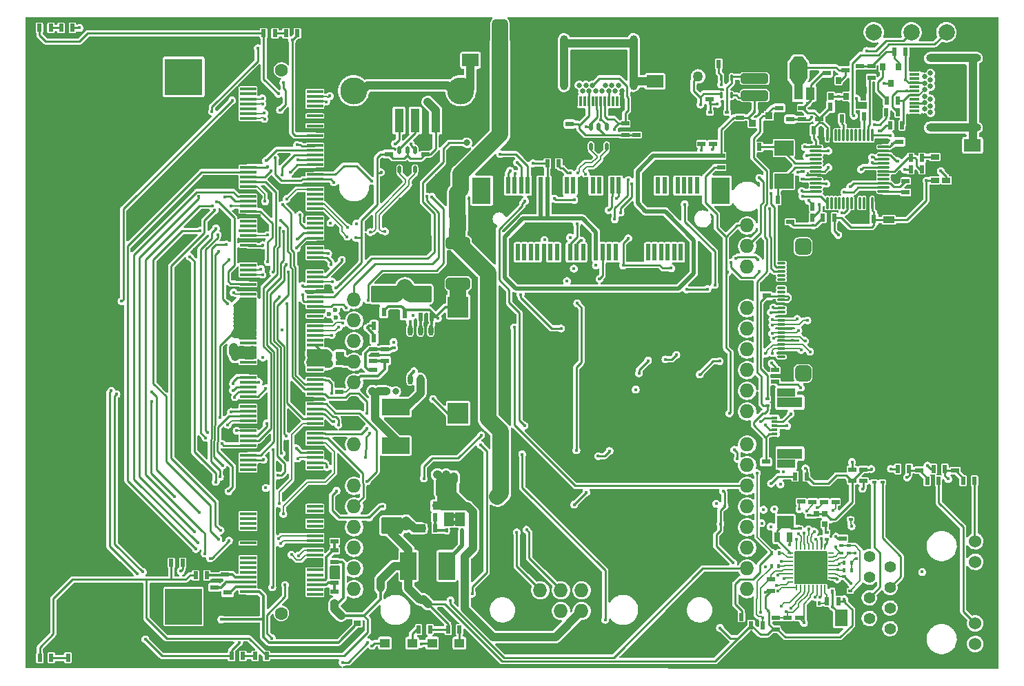
<source format=gbr>
G04 #@! TF.GenerationSoftware,KiCad,Pcbnew,(5.99.0-10624-g2131a44889)*
G04 #@! TF.CreationDate,2021-05-25T22:32:10+02:00*
G04 #@! TF.ProjectId,stm32mp1-custom-devboard,73746d33-326d-4703-912d-637573746f6d,V1.0*
G04 #@! TF.SameCoordinates,Original*
G04 #@! TF.FileFunction,Copper,L1,Top*
G04 #@! TF.FilePolarity,Positive*
%FSLAX46Y46*%
G04 Gerber Fmt 4.6, Leading zero omitted, Abs format (unit mm)*
G04 Created by KiCad (PCBNEW (5.99.0-10624-g2131a44889)) date 2021-05-25 22:32:10*
%MOMM*%
%LPD*%
G01*
G04 APERTURE LIST*
G04 Aperture macros list*
%AMRoundRect*
0 Rectangle with rounded corners*
0 $1 Rounding radius*
0 $2 $3 $4 $5 $6 $7 $8 $9 X,Y pos of 4 corners*
0 Add a 4 corners polygon primitive as box body*
4,1,4,$2,$3,$4,$5,$6,$7,$8,$9,$2,$3,0*
0 Add four circle primitives for the rounded corners*
1,1,$1+$1,$2,$3*
1,1,$1+$1,$4,$5*
1,1,$1+$1,$6,$7*
1,1,$1+$1,$8,$9*
0 Add four rect primitives between the rounded corners*
20,1,$1+$1,$2,$3,$4,$5,0*
20,1,$1+$1,$4,$5,$6,$7,0*
20,1,$1+$1,$6,$7,$8,$9,0*
20,1,$1+$1,$8,$9,$2,$3,0*%
%AMOutline4P*
0 Free polygon, 4 corners , with rotation*
0 The origin of the aperture is its center*
0 number of corners: always 4*
0 $1 to $8 corner X, Y*
0 $9 Rotation angle, in degrees counterclockwise*
0 create outline with 4 corners*
4,1,4,$1,$2,$3,$4,$5,$6,$7,$8,$1,$2,$9*%
G04 Aperture macros list end*
G04 #@! TA.AperFunction,SMDPad,CuDef*
%ADD10R,1.000000X0.600000*%
G04 #@! TD*
G04 #@! TA.AperFunction,SMDPad,CuDef*
%ADD11R,0.600000X0.450000*%
G04 #@! TD*
G04 #@! TA.AperFunction,SMDPad,CuDef*
%ADD12O,0.350000X0.850000*%
G04 #@! TD*
G04 #@! TA.AperFunction,SMDPad,CuDef*
%ADD13R,0.600000X0.400000*%
G04 #@! TD*
G04 #@! TA.AperFunction,SMDPad,CuDef*
%ADD14R,2.200000X1.100000*%
G04 #@! TD*
G04 #@! TA.AperFunction,SMDPad,CuDef*
%ADD15R,3.050000X1.300000*%
G04 #@! TD*
G04 #@! TA.AperFunction,SMDPad,CuDef*
%ADD16R,0.800000X0.300000*%
G04 #@! TD*
G04 #@! TA.AperFunction,SMDPad,CuDef*
%ADD17RoundRect,0.075000X-0.425000X0.075000X-0.425000X-0.075000X0.425000X-0.075000X0.425000X0.075000X0*%
G04 #@! TD*
G04 #@! TA.AperFunction,SMDPad,CuDef*
%ADD18RoundRect,0.500000X-0.500000X0.500000X-0.500000X-0.500000X0.500000X-0.500000X0.500000X0.500000X0*%
G04 #@! TD*
G04 #@! TA.AperFunction,ComponentPad*
%ADD19C,1.600000*%
G04 #@! TD*
G04 #@! TA.AperFunction,SMDPad,CuDef*
%ADD20R,4.600000X4.500000*%
G04 #@! TD*
G04 #@! TA.AperFunction,SMDPad,CuDef*
%ADD21R,2.000000X0.350000*%
G04 #@! TD*
G04 #@! TA.AperFunction,SMDPad,CuDef*
%ADD22R,3.400000X2.000000*%
G04 #@! TD*
G04 #@! TA.AperFunction,SMDPad,CuDef*
%ADD23R,2.000000X3.400000*%
G04 #@! TD*
G04 #@! TA.AperFunction,SMDPad,CuDef*
%ADD24R,1.950000X1.650000*%
G04 #@! TD*
G04 #@! TA.AperFunction,ComponentPad*
%ADD25C,0.750000*%
G04 #@! TD*
G04 #@! TA.AperFunction,SMDPad,CuDef*
%ADD26O,0.599440X1.300000*%
G04 #@! TD*
G04 #@! TA.AperFunction,SMDPad,CuDef*
%ADD27R,1.300000X0.850000*%
G04 #@! TD*
G04 #@! TA.AperFunction,ComponentPad*
%ADD28C,0.600000*%
G04 #@! TD*
G04 #@! TA.AperFunction,SMDPad,CuDef*
%ADD29R,0.450000X0.600000*%
G04 #@! TD*
G04 #@! TA.AperFunction,SMDPad,CuDef*
%ADD30RoundRect,0.250000X0.787500X1.025000X-0.787500X1.025000X-0.787500X-1.025000X0.787500X-1.025000X0*%
G04 #@! TD*
G04 #@! TA.AperFunction,SMDPad,CuDef*
%ADD31R,0.600000X1.000000*%
G04 #@! TD*
G04 #@! TA.AperFunction,SMDPad,CuDef*
%ADD32R,2.499360X2.550160*%
G04 #@! TD*
G04 #@! TA.AperFunction,SMDPad,CuDef*
%ADD33RoundRect,0.250000X1.025000X-0.787500X1.025000X0.787500X-1.025000X0.787500X-1.025000X-0.787500X0*%
G04 #@! TD*
G04 #@! TA.AperFunction,SMDPad,CuDef*
%ADD34RoundRect,0.375000X-1.125000X0.375000X-1.125000X-0.375000X1.125000X-0.375000X1.125000X0.375000X0*%
G04 #@! TD*
G04 #@! TA.AperFunction,SMDPad,CuDef*
%ADD35R,1.397000X0.889000*%
G04 #@! TD*
G04 #@! TA.AperFunction,SMDPad,CuDef*
%ADD36RoundRect,0.075000X-0.662500X-0.075000X0.662500X-0.075000X0.662500X0.075000X-0.662500X0.075000X0*%
G04 #@! TD*
G04 #@! TA.AperFunction,SMDPad,CuDef*
%ADD37RoundRect,0.075000X-0.075000X-0.662500X0.075000X-0.662500X0.075000X0.662500X-0.075000X0.662500X0*%
G04 #@! TD*
G04 #@! TA.AperFunction,SMDPad,CuDef*
%ADD38R,2.300000X3.200000*%
G04 #@! TD*
G04 #@! TA.AperFunction,SMDPad,CuDef*
%ADD39R,0.530000X2.000000*%
G04 #@! TD*
G04 #@! TA.AperFunction,SMDPad,CuDef*
%ADD40R,2.032000X1.524000*%
G04 #@! TD*
G04 #@! TA.AperFunction,SMDPad,CuDef*
%ADD41R,0.700000X0.900000*%
G04 #@! TD*
G04 #@! TA.AperFunction,SMDPad,CuDef*
%ADD42R,1.100000X0.700000*%
G04 #@! TD*
G04 #@! TA.AperFunction,SMDPad,CuDef*
%ADD43R,1.000000X1.500000*%
G04 #@! TD*
G04 #@! TA.AperFunction,SMDPad,CuDef*
%ADD44R,1.000000X1.800000*%
G04 #@! TD*
G04 #@! TA.AperFunction,SMDPad,CuDef*
%ADD45R,2.200000X1.840000*%
G04 #@! TD*
G04 #@! TA.AperFunction,SMDPad,CuDef*
%ADD46Outline4P,-1.100000X-0.500000X1.100000X-0.500000X0.400000X0.500000X-0.400000X0.500000X180.000000*%
G04 #@! TD*
G04 #@! TA.AperFunction,SMDPad,CuDef*
%ADD47Outline4P,-1.100000X-0.425000X1.100000X-0.425000X0.500000X0.425000X-0.500000X0.425000X0.000000*%
G04 #@! TD*
G04 #@! TA.AperFunction,SMDPad,CuDef*
%ADD48R,2.400000X1.900000*%
G04 #@! TD*
G04 #@! TA.AperFunction,SMDPad,CuDef*
%ADD49RoundRect,0.500000X-0.500000X1.250000X-0.500000X-1.250000X0.500000X-1.250000X0.500000X1.250000X0*%
G04 #@! TD*
G04 #@! TA.AperFunction,SMDPad,CuDef*
%ADD50R,2.000000X6.000000*%
G04 #@! TD*
G04 #@! TA.AperFunction,SMDPad,CuDef*
%ADD51RoundRect,0.500000X-0.500000X2.500000X-0.500000X-2.500000X0.500000X-2.500000X0.500000X2.500000X0*%
G04 #@! TD*
G04 #@! TA.AperFunction,SMDPad,CuDef*
%ADD52R,1.524000X2.032000*%
G04 #@! TD*
G04 #@! TA.AperFunction,SMDPad,CuDef*
%ADD53R,0.400000X0.600000*%
G04 #@! TD*
G04 #@! TA.AperFunction,SMDPad,CuDef*
%ADD54R,0.635000X1.143000*%
G04 #@! TD*
G04 #@! TA.AperFunction,SMDPad,CuDef*
%ADD55R,0.650000X0.250000*%
G04 #@! TD*
G04 #@! TA.AperFunction,SMDPad,CuDef*
%ADD56R,0.250000X0.650000*%
G04 #@! TD*
G04 #@! TA.AperFunction,ComponentPad*
%ADD57R,1.000000X1.000000*%
G04 #@! TD*
G04 #@! TA.AperFunction,SMDPad,CuDef*
%ADD58R,0.675000X0.775000*%
G04 #@! TD*
G04 #@! TA.AperFunction,ComponentPad*
%ADD59C,1.397000*%
G04 #@! TD*
G04 #@! TA.AperFunction,ComponentPad*
%ADD60C,1.529080*%
G04 #@! TD*
G04 #@! TA.AperFunction,ComponentPad*
%ADD61C,2.443480*%
G04 #@! TD*
G04 #@! TA.AperFunction,SMDPad,CuDef*
%ADD62R,1.120000X2.880000*%
G04 #@! TD*
G04 #@! TA.AperFunction,ComponentPad*
%ADD63C,3.316000*%
G04 #@! TD*
G04 #@! TA.AperFunction,ComponentPad*
%ADD64O,1.727200X1.727200*%
G04 #@! TD*
G04 #@! TA.AperFunction,SMDPad,CuDef*
%ADD65O,0.500000X1.000760*%
G04 #@! TD*
G04 #@! TA.AperFunction,SMDPad,CuDef*
%ADD66R,0.900000X0.700000*%
G04 #@! TD*
G04 #@! TA.AperFunction,SMDPad,CuDef*
%ADD67C,2.000000*%
G04 #@! TD*
G04 #@! TA.AperFunction,SMDPad,CuDef*
%ADD68RoundRect,0.325000X1.375000X-0.325000X1.375000X0.325000X-1.375000X0.325000X-1.375000X-0.325000X0*%
G04 #@! TD*
G04 #@! TA.AperFunction,SMDPad,CuDef*
%ADD69R,1.150000X1.050000*%
G04 #@! TD*
G04 #@! TA.AperFunction,SMDPad,CuDef*
%ADD70R,0.300000X1.200000*%
G04 #@! TD*
G04 #@! TA.AperFunction,ComponentPad*
%ADD71C,0.650000*%
G04 #@! TD*
G04 #@! TA.AperFunction,ComponentPad*
%ADD72O,1.000000X2.000000*%
G04 #@! TD*
G04 #@! TA.AperFunction,SMDPad,CuDef*
%ADD73R,0.914400X0.914400*%
G04 #@! TD*
G04 #@! TA.AperFunction,SMDPad,CuDef*
%ADD74C,1.270000*%
G04 #@! TD*
G04 #@! TA.AperFunction,SMDPad,CuDef*
%ADD75R,1.200000X0.300000*%
G04 #@! TD*
G04 #@! TA.AperFunction,ComponentPad*
%ADD76O,2.000000X1.000000*%
G04 #@! TD*
G04 #@! TA.AperFunction,ViaPad*
%ADD77C,0.450000*%
G04 #@! TD*
G04 #@! TA.AperFunction,ViaPad*
%ADD78C,0.600000*%
G04 #@! TD*
G04 #@! TA.AperFunction,ViaPad*
%ADD79C,0.800000*%
G04 #@! TD*
G04 #@! TA.AperFunction,Conductor*
%ADD80C,2.032000*%
G04 #@! TD*
G04 #@! TA.AperFunction,Conductor*
%ADD81C,0.254000*%
G04 #@! TD*
G04 #@! TA.AperFunction,Conductor*
%ADD82C,1.016000*%
G04 #@! TD*
G04 #@! TA.AperFunction,Conductor*
%ADD83C,0.304800*%
G04 #@! TD*
G04 #@! TA.AperFunction,Conductor*
%ADD84C,0.250000*%
G04 #@! TD*
G04 #@! TA.AperFunction,Conductor*
%ADD85C,0.508000*%
G04 #@! TD*
G04 #@! TA.AperFunction,Conductor*
%ADD86C,0.152400*%
G04 #@! TD*
G04 #@! TA.AperFunction,Conductor*
%ADD87C,0.200000*%
G04 #@! TD*
G04 #@! TA.AperFunction,Conductor*
%ADD88C,0.203200*%
G04 #@! TD*
G04 APERTURE END LIST*
D10*
X181080000Y-74740000D03*
X181080000Y-76140000D03*
X177330000Y-72480000D03*
X177330000Y-71080000D03*
D11*
X177420000Y-74120000D03*
X179520000Y-74120000D03*
D12*
X180080000Y-69820000D03*
X179430000Y-69820000D03*
X178780000Y-69820000D03*
X178780000Y-72020000D03*
X180080000Y-72020000D03*
D10*
X184370000Y-96640000D03*
X184370000Y-95240000D03*
D13*
X184470000Y-109280000D03*
X184470000Y-110180000D03*
D14*
X186800000Y-117250000D03*
X186800000Y-108550000D03*
D15*
X187225000Y-116050000D03*
X187225000Y-109750000D03*
D16*
X185300000Y-114150000D03*
X185300000Y-113650000D03*
X185300000Y-113150000D03*
X185300000Y-112650000D03*
X185300000Y-112150000D03*
X185300000Y-111650000D03*
D17*
X186180000Y-92660000D03*
X186180000Y-93160000D03*
X186180000Y-93660000D03*
X186180000Y-94160000D03*
X186180000Y-94660000D03*
X186180000Y-95160000D03*
X186180000Y-95660000D03*
X186180000Y-96160000D03*
X186180000Y-96660000D03*
X186180000Y-97160000D03*
X186180000Y-97660000D03*
X186180000Y-98160000D03*
X186180000Y-98660000D03*
X186180000Y-99160000D03*
X186180000Y-99660000D03*
X186180000Y-100160000D03*
X186180000Y-100660000D03*
X186180000Y-101160000D03*
X186180000Y-101660000D03*
X186180000Y-102160000D03*
X186180000Y-102660000D03*
X186180000Y-103160000D03*
X186180000Y-103660000D03*
X186180000Y-104160000D03*
D18*
X188840000Y-106200000D03*
X188840000Y-90600000D03*
D19*
X124800000Y-135700000D03*
X124800000Y-68900000D03*
D20*
X112800000Y-134850000D03*
X112800000Y-69740000D03*
D21*
X128900000Y-133950000D03*
X120700000Y-133650000D03*
X128900000Y-133350000D03*
X120700000Y-133050000D03*
X128900000Y-132750000D03*
X120700000Y-132450000D03*
X128900000Y-132150000D03*
X120700000Y-131850000D03*
X128900000Y-131550000D03*
X120700000Y-131250000D03*
X128900000Y-130950000D03*
X120700000Y-130650000D03*
X128900000Y-130350000D03*
X120700000Y-130050000D03*
X128900000Y-129750000D03*
X120700000Y-129450000D03*
X128900000Y-129150000D03*
X120700000Y-128850000D03*
X128900000Y-128550000D03*
X120700000Y-128250000D03*
X128900000Y-127950000D03*
X120700000Y-127650000D03*
X128900000Y-127350000D03*
X120700000Y-127050000D03*
X128900000Y-126750000D03*
X120700000Y-126450000D03*
X128900000Y-126150000D03*
X120700000Y-125850000D03*
X128900000Y-125550000D03*
X120700000Y-125250000D03*
X128900000Y-124950000D03*
X120700000Y-124650000D03*
X128900000Y-124350000D03*
X120700000Y-124050000D03*
X128900000Y-123750000D03*
X120700000Y-123450000D03*
X128900000Y-123150000D03*
X120700000Y-122850000D03*
X128900000Y-122550000D03*
X120700000Y-122250000D03*
X128900000Y-118350000D03*
X120700000Y-118050000D03*
X128900000Y-117750000D03*
X120700000Y-117450000D03*
X128900000Y-117150000D03*
X120700000Y-116850000D03*
X128900000Y-116550000D03*
X120700000Y-116250000D03*
X128900000Y-115950000D03*
X120700000Y-115650000D03*
X128900000Y-115350000D03*
X120700000Y-115050000D03*
X128900000Y-114750000D03*
X120700000Y-114450000D03*
X128900000Y-114150000D03*
X120700000Y-113850000D03*
X128900000Y-113550000D03*
X120700000Y-113250000D03*
X128900000Y-112950000D03*
X120700000Y-112650000D03*
X128900000Y-112350000D03*
X120700000Y-112050000D03*
X128900000Y-111750000D03*
X120700000Y-111450000D03*
X128900000Y-111150000D03*
X120700000Y-110850000D03*
X128900000Y-110550000D03*
X120700000Y-110250000D03*
X128900000Y-109950000D03*
X120700000Y-109650000D03*
X128900000Y-109350000D03*
X120700000Y-109050000D03*
X128900000Y-108750000D03*
X120700000Y-108450000D03*
X128900000Y-108150000D03*
X120700000Y-107850000D03*
X128900000Y-107550000D03*
X120700000Y-107250000D03*
X128900000Y-106950000D03*
X120700000Y-106650000D03*
X128900000Y-106350000D03*
X120700000Y-106050000D03*
X128900000Y-105750000D03*
X120700000Y-105450000D03*
X128900000Y-105150000D03*
X120700000Y-104850000D03*
X128900000Y-104550000D03*
X120700000Y-104250000D03*
X128900000Y-103950000D03*
X120700000Y-103650000D03*
X128900000Y-103350000D03*
X120700000Y-103050000D03*
X128900000Y-102750000D03*
X120700000Y-102450000D03*
X128900000Y-102150000D03*
X120700000Y-101850000D03*
X128900000Y-101550000D03*
X120700000Y-101250000D03*
X128900000Y-100950000D03*
X120700000Y-100650000D03*
X128900000Y-100350000D03*
X120700000Y-100050000D03*
X128900000Y-99750000D03*
X120700000Y-99450000D03*
X128900000Y-99150000D03*
X120700000Y-98850000D03*
X128900000Y-98550000D03*
X120700000Y-98250000D03*
X128900000Y-97950000D03*
X120700000Y-97650000D03*
X128900000Y-97350000D03*
X120700000Y-97050000D03*
X128900000Y-96750000D03*
X120700000Y-96450000D03*
X128900000Y-96150000D03*
X120700000Y-95850000D03*
X128900000Y-95550000D03*
X120700000Y-95250000D03*
X128900000Y-94950000D03*
X120700000Y-94650000D03*
X128900000Y-94350000D03*
X120700000Y-94050000D03*
X128900000Y-93750000D03*
X120700000Y-93450000D03*
X128900000Y-93150000D03*
X120700000Y-92850000D03*
X128900000Y-92550000D03*
X120700000Y-92250000D03*
X128900000Y-91950000D03*
X120700000Y-91650000D03*
X128900000Y-91350000D03*
X120700000Y-91050000D03*
X128900000Y-90750000D03*
X120700000Y-90450000D03*
X128900000Y-90150000D03*
X120700000Y-89850000D03*
X128900000Y-89550000D03*
X120700000Y-89250000D03*
X128900000Y-88950000D03*
X120700000Y-88650000D03*
X128900000Y-88350000D03*
X120700000Y-88050000D03*
X128900000Y-87750000D03*
X120700000Y-87450000D03*
X128900000Y-87150000D03*
X120700000Y-86850000D03*
X128900000Y-86550000D03*
X120700000Y-86250000D03*
X128900000Y-85950000D03*
X120700000Y-85650000D03*
X128900000Y-85350000D03*
X120700000Y-85050000D03*
X128900000Y-84750000D03*
X120700000Y-84450000D03*
X128900000Y-84150000D03*
X120700000Y-83850000D03*
X128900000Y-83550000D03*
X120700000Y-83250000D03*
X128900000Y-82950000D03*
X120700000Y-82650000D03*
X128900000Y-82350000D03*
X120700000Y-82050000D03*
X128900000Y-81750000D03*
X120700000Y-81450000D03*
X128900000Y-81150000D03*
X120700000Y-80850000D03*
X128900000Y-80550000D03*
X120700000Y-80250000D03*
X128900000Y-79950000D03*
X120700000Y-79650000D03*
X128900000Y-79350000D03*
X120700000Y-79050000D03*
X128900000Y-78750000D03*
X120700000Y-78450000D03*
X128900000Y-78150000D03*
X120700000Y-77850000D03*
X128900000Y-77550000D03*
X120700000Y-77250000D03*
X128900000Y-76950000D03*
X120700000Y-76650000D03*
X128900000Y-76350000D03*
X120700000Y-76050000D03*
X128900000Y-75750000D03*
X120700000Y-75450000D03*
X128900000Y-75150000D03*
X120700000Y-74850000D03*
X128900000Y-74550000D03*
X120700000Y-74250000D03*
X128900000Y-73950000D03*
X120700000Y-73650000D03*
X128900000Y-73350000D03*
X120700000Y-73050000D03*
X128900000Y-72750000D03*
X120700000Y-72450000D03*
X128900000Y-72150000D03*
X120700000Y-71850000D03*
X128900000Y-71550000D03*
X120700000Y-71250000D03*
X128900000Y-70950000D03*
X120700000Y-70650000D03*
D22*
X138850000Y-110360000D03*
X138850000Y-115060000D03*
D23*
X145100000Y-129850000D03*
X140400000Y-129850000D03*
D24*
X142120000Y-104670000D03*
D25*
X142220000Y-102910000D03*
D24*
X142120000Y-103160000D03*
D25*
X140220000Y-104910000D03*
D24*
X140260000Y-104670000D03*
D25*
X141220000Y-102910000D03*
X140220000Y-102910000D03*
X141220000Y-104910000D03*
D24*
X140260000Y-103160000D03*
D25*
X142220000Y-104910000D03*
D26*
X143125000Y-100910260D03*
X141855000Y-100910260D03*
X140585000Y-100910260D03*
X139315000Y-100910260D03*
X139315000Y-106909740D03*
X140585000Y-106909740D03*
X141855000Y-106909740D03*
X143125000Y-106909740D03*
D27*
X145400000Y-123695000D03*
X146700000Y-124545000D03*
X145400000Y-124545000D03*
X146700000Y-123695000D03*
D28*
X145200000Y-123670000D03*
X146900000Y-123670000D03*
X146050000Y-123670000D03*
X146900000Y-124570000D03*
X146050000Y-124570000D03*
X145200000Y-124570000D03*
D29*
X145100000Y-125500000D03*
X146050000Y-125500000D03*
X147000000Y-125500000D03*
X147000000Y-122740000D03*
X146050000Y-122740000D03*
X145100000Y-122740000D03*
D30*
X146402500Y-85900000D03*
X140177500Y-85900000D03*
D31*
X139900000Y-98900000D03*
X138500000Y-98900000D03*
X137360000Y-98640000D03*
X135960000Y-98640000D03*
D32*
X146490000Y-98015240D03*
X146490000Y-103064760D03*
X146490000Y-111104760D03*
X146490000Y-106055240D03*
D31*
X143650000Y-122460000D03*
X142250000Y-122460000D03*
D33*
X145060000Y-120272500D03*
X145060000Y-114047500D03*
D10*
X137520000Y-104640000D03*
X137520000Y-103240000D03*
D33*
X138340000Y-124902500D03*
X138340000Y-118677500D03*
X137090000Y-96452500D03*
X137090000Y-90227500D03*
X141950000Y-96442500D03*
X141950000Y-90217500D03*
D31*
X136170000Y-100380000D03*
X137570000Y-100380000D03*
X136170000Y-101830000D03*
X137570000Y-101830000D03*
D34*
X146500000Y-90140000D03*
X146500000Y-95140000D03*
D31*
X143280000Y-99220000D03*
X141880000Y-99220000D03*
X142260000Y-125270000D03*
X143660000Y-125270000D03*
X143650000Y-123870000D03*
X142250000Y-123870000D03*
D10*
X136040000Y-104630000D03*
X136040000Y-103230000D03*
X136030000Y-105780000D03*
X136030000Y-107180000D03*
D31*
X189270000Y-118860000D03*
X187870000Y-118860000D03*
D10*
X185450000Y-107200000D03*
X185450000Y-105800000D03*
D35*
X199400000Y-87332500D03*
X199400000Y-85427500D03*
D31*
X197530000Y-87250000D03*
X196130000Y-87250000D03*
X190190000Y-76330000D03*
X188790000Y-76330000D03*
D10*
X190850000Y-74950000D03*
X190850000Y-73550000D03*
X200690000Y-77740000D03*
X200690000Y-79140000D03*
D13*
X188830000Y-82310000D03*
X188830000Y-81410000D03*
D36*
X190407500Y-78340000D03*
X190407500Y-78840000D03*
X190407500Y-79340000D03*
X190407500Y-79840000D03*
X190407500Y-80340000D03*
X190407500Y-80840000D03*
X190407500Y-81340000D03*
X190407500Y-81840000D03*
X190407500Y-82340000D03*
X190407500Y-82840000D03*
X190407500Y-83340000D03*
X190407500Y-83840000D03*
D37*
X191820000Y-85252500D03*
X192320000Y-85252500D03*
X192820000Y-85252500D03*
X193320000Y-85252500D03*
X193820000Y-85252500D03*
X194320000Y-85252500D03*
X194820000Y-85252500D03*
X195320000Y-85252500D03*
X195820000Y-85252500D03*
X196320000Y-85252500D03*
X196820000Y-85252500D03*
X197320000Y-85252500D03*
D36*
X198732500Y-83840000D03*
X198732500Y-83340000D03*
X198732500Y-82840000D03*
X198732500Y-82340000D03*
X198732500Y-81840000D03*
X198732500Y-81340000D03*
X198732500Y-80840000D03*
X198732500Y-80340000D03*
X198732500Y-79840000D03*
X198732500Y-79340000D03*
X198732500Y-78840000D03*
X198732500Y-78340000D03*
D37*
X197320000Y-76927500D03*
X196820000Y-76927500D03*
X196320000Y-76927500D03*
X195820000Y-76927500D03*
X195320000Y-76927500D03*
X194820000Y-76927500D03*
X194320000Y-76927500D03*
X193820000Y-76927500D03*
X193320000Y-76927500D03*
X192820000Y-76927500D03*
X192320000Y-76927500D03*
X191820000Y-76927500D03*
D38*
X178680000Y-83710000D03*
X149380000Y-83710000D03*
D39*
X175830000Y-83110000D03*
X175430000Y-91310000D03*
X175030000Y-83110000D03*
X174630000Y-91310000D03*
X174230000Y-83110000D03*
X173830000Y-91310000D03*
X173430000Y-83110000D03*
X173030000Y-91310000D03*
X172630000Y-83110000D03*
X172230000Y-91310000D03*
X171830000Y-83110000D03*
X171430000Y-91310000D03*
X171030000Y-83110000D03*
X170630000Y-91310000D03*
X170230000Y-83110000D03*
X169830000Y-91310000D03*
X166230000Y-83110000D03*
X165830000Y-91310000D03*
X165430000Y-83110000D03*
X165030000Y-91310000D03*
X164630000Y-83110000D03*
X164230000Y-91310000D03*
X163830000Y-83110000D03*
X163430000Y-91310000D03*
X163030000Y-83110000D03*
X162630000Y-91310000D03*
X162230000Y-83110000D03*
X161830000Y-91310000D03*
X161430000Y-83110000D03*
X161030000Y-91310000D03*
X160630000Y-83110000D03*
X160230000Y-91310000D03*
X159830000Y-83110000D03*
X159430000Y-91310000D03*
X159030000Y-83110000D03*
X158630000Y-91310000D03*
X158230000Y-83110000D03*
X157830000Y-91310000D03*
X157430000Y-83110000D03*
X157030000Y-91310000D03*
X156630000Y-83110000D03*
X156230000Y-91310000D03*
X155830000Y-83110000D03*
X155430000Y-91310000D03*
X155030000Y-83110000D03*
X154630000Y-91310000D03*
X154230000Y-83110000D03*
X153830000Y-91310000D03*
X153430000Y-83110000D03*
X153030000Y-91310000D03*
X152630000Y-83110000D03*
X152230000Y-91310000D03*
D40*
X209660000Y-81441000D03*
X209660000Y-78139000D03*
D10*
X187300000Y-74950000D03*
X187300000Y-73550000D03*
D31*
X192200000Y-73440000D03*
X193600000Y-73440000D03*
D35*
X195960000Y-73252500D03*
X195960000Y-71347500D03*
D31*
X182080000Y-78370000D03*
X183480000Y-78370000D03*
X187140000Y-84890000D03*
X185740000Y-84890000D03*
D41*
X192270000Y-72160000D03*
X194170000Y-72160000D03*
X193220000Y-70160000D03*
D42*
X205010000Y-82460000D03*
X205010000Y-79560000D03*
X206410000Y-82460000D03*
X206410000Y-79560000D03*
D41*
X200540000Y-68540000D03*
X198640000Y-68540000D03*
X199590000Y-70540000D03*
D10*
X188740000Y-73550000D03*
X188740000Y-74950000D03*
D31*
X201450000Y-66670000D03*
X200050000Y-66670000D03*
D10*
X195810000Y-69830000D03*
X195810000Y-68430000D03*
D31*
X199080000Y-74090000D03*
X200480000Y-74090000D03*
X200490000Y-72690000D03*
X199090000Y-72690000D03*
D10*
X197220000Y-68430000D03*
X197220000Y-69830000D03*
D31*
X199580000Y-75690000D03*
X200980000Y-75690000D03*
X203460000Y-79710000D03*
X202060000Y-79710000D03*
X202050000Y-81100000D03*
X203450000Y-81100000D03*
X190000000Y-85660000D03*
X188600000Y-85660000D03*
D10*
X187260000Y-86160000D03*
X187260000Y-87560000D03*
D31*
X189990000Y-87060000D03*
X188590000Y-87060000D03*
X192210000Y-74860000D03*
X193610000Y-74860000D03*
X192680000Y-87060000D03*
X191280000Y-87060000D03*
D10*
X201450000Y-82550000D03*
X201450000Y-83950000D03*
D31*
X197700000Y-74590000D03*
X196300000Y-74590000D03*
D43*
X186750000Y-71790000D03*
D44*
X188250000Y-71643500D03*
D45*
X188250000Y-68976500D03*
D46*
X188250000Y-70386200D03*
D47*
X188250000Y-67643000D03*
D43*
X189750000Y-71790000D03*
D48*
X186470000Y-78490000D03*
X186470000Y-82589999D03*
D49*
X155630000Y-74840000D03*
D50*
X155630000Y-65590000D03*
D51*
X151630000Y-65590000D03*
D49*
X151630000Y-74840000D03*
D52*
X193501000Y-136220000D03*
X190199000Y-136220000D03*
D53*
X192440000Y-133000000D03*
X193340000Y-133000000D03*
D13*
X193880000Y-131190000D03*
X193880000Y-132090000D03*
D53*
X190830000Y-134440000D03*
X189930000Y-134440000D03*
D13*
X188420000Y-125230000D03*
X188420000Y-124330000D03*
D40*
X186650000Y-124471000D03*
X186650000Y-121169000D03*
D13*
X189520000Y-123660000D03*
X189520000Y-124560000D03*
X194680000Y-124110000D03*
X194680000Y-123210000D03*
X194630000Y-132950000D03*
X194630000Y-133850000D03*
X197560000Y-118690000D03*
X197560000Y-119590000D03*
X198580000Y-118700000D03*
X198580000Y-119600000D03*
D54*
X187182000Y-126360000D03*
X185658000Y-126360000D03*
D31*
X182480000Y-137130000D03*
X183880000Y-137130000D03*
X179880000Y-136130000D03*
X181280000Y-136130000D03*
D10*
X184900000Y-132910000D03*
X184900000Y-131510000D03*
X192820000Y-120580000D03*
X192820000Y-121980000D03*
X191410000Y-120580000D03*
X191410000Y-121980000D03*
D53*
X185860000Y-129930000D03*
X184960000Y-129930000D03*
D10*
X190010000Y-120580000D03*
X190010000Y-121980000D03*
X188620000Y-120570000D03*
X188620000Y-121970000D03*
D53*
X185890000Y-128240000D03*
X184990000Y-128240000D03*
D10*
X194860000Y-119410000D03*
X194860000Y-118010000D03*
X196270000Y-118020000D03*
X196270000Y-119420000D03*
X193710000Y-125070000D03*
X193710000Y-126470000D03*
D31*
X193180000Y-134200000D03*
X191780000Y-134200000D03*
D13*
X191760000Y-126630000D03*
X191760000Y-125730000D03*
D31*
X204850000Y-117940000D03*
X206250000Y-117940000D03*
X200470000Y-117940000D03*
X201870000Y-117940000D03*
D10*
X203130000Y-116700000D03*
X203130000Y-118100000D03*
X207540000Y-118140000D03*
X207540000Y-116740000D03*
D31*
X205480000Y-119400000D03*
X204080000Y-119400000D03*
X209890000Y-119400000D03*
X208490000Y-119400000D03*
D53*
X193880000Y-129440000D03*
X194780000Y-129440000D03*
D13*
X193530000Y-128290000D03*
X193530000Y-127390000D03*
D53*
X193890000Y-130370000D03*
X194790000Y-130370000D03*
D13*
X194470000Y-128290000D03*
X194470000Y-127390000D03*
D55*
X192290000Y-131800000D03*
X192290000Y-131300000D03*
X192290000Y-130800000D03*
X192290000Y-130300000D03*
X192290000Y-129800000D03*
X192290000Y-129300000D03*
X192290000Y-128800000D03*
X192290000Y-128300000D03*
D56*
X191540000Y-127550000D03*
X191040000Y-127550000D03*
X190540000Y-127550000D03*
X190040000Y-127550000D03*
X189540000Y-127550000D03*
X189040000Y-127550000D03*
X188540000Y-127550000D03*
X188040000Y-127550000D03*
D55*
X187290000Y-128300000D03*
X187290000Y-128800000D03*
X187290000Y-129300000D03*
X187290000Y-129800000D03*
X187290000Y-130300000D03*
X187290000Y-130800000D03*
X187290000Y-131300000D03*
X187290000Y-131800000D03*
D56*
X188030000Y-132550000D03*
X188540000Y-132550000D03*
X189040000Y-132550000D03*
X189540000Y-132550000D03*
X190040000Y-132550000D03*
X190540000Y-132550000D03*
X191040000Y-132550000D03*
X191540000Y-132550000D03*
D57*
X190790000Y-131050000D03*
X189790000Y-129050000D03*
X190790000Y-129050000D03*
X188790000Y-131050000D03*
X188790000Y-130050000D03*
X189790000Y-130050000D03*
X190790000Y-130050000D03*
X188790000Y-129050000D03*
X189790000Y-131050000D03*
D58*
X190530000Y-123462500D03*
X190530000Y-124737500D03*
X191510000Y-124737500D03*
X191510000Y-123462500D03*
D59*
X199520000Y-137579920D03*
X196980000Y-136317540D03*
X199520000Y-135039920D03*
X196980000Y-133777540D03*
X199520000Y-132502460D03*
X196980000Y-131240080D03*
X199520000Y-129962460D03*
X196980000Y-128700080D03*
D60*
X209979720Y-139464600D03*
X209979720Y-136924600D03*
X209979720Y-129355400D03*
X209979720Y-126815400D03*
D61*
X201971100Y-141087660D03*
X201971100Y-125192340D03*
D62*
X143730000Y-75120000D03*
X141230000Y-75120000D03*
X139230000Y-75120000D03*
X136730000Y-75120000D03*
D63*
X146800000Y-71450000D03*
X133660000Y-71450000D03*
D64*
X133717500Y-104785000D03*
X133717500Y-107325000D03*
X161657500Y-135392000D03*
X133717500Y-120025000D03*
X133717500Y-122565000D03*
X133717500Y-125105000D03*
X133717500Y-127645000D03*
X133717500Y-130185000D03*
X133717500Y-132725000D03*
X181977500Y-93101000D03*
X133717500Y-97165000D03*
X181977500Y-132725000D03*
X181977500Y-130185000D03*
X181977500Y-127645000D03*
X181977500Y-125105000D03*
X181977500Y-122565000D03*
X181977500Y-120025000D03*
X181977500Y-117485000D03*
X181977500Y-114945000D03*
X181977500Y-110881000D03*
X181977500Y-108341000D03*
X181977500Y-105801000D03*
X181977500Y-103261000D03*
X181977500Y-100721000D03*
X181977500Y-98181000D03*
X181977500Y-95641000D03*
X133717500Y-109865000D03*
X133717500Y-112405000D03*
X156577500Y-135392000D03*
X133717500Y-99705000D03*
X161657500Y-132852000D03*
X159117500Y-135392000D03*
X133717500Y-102245000D03*
X156577500Y-132852000D03*
X159117500Y-132852000D03*
X181977500Y-88021000D03*
X181977500Y-90561000D03*
X133717500Y-114945000D03*
D10*
X184280000Y-117060000D03*
X184280000Y-118460000D03*
X194030000Y-68960000D03*
X194030000Y-67560000D03*
X168380000Y-76890000D03*
X168380000Y-75490000D03*
D40*
X148020000Y-64399000D03*
X148020000Y-67701000D03*
D10*
X160200000Y-75530000D03*
X160200000Y-76930000D03*
X142470000Y-79250000D03*
X142470000Y-80650000D03*
X137980000Y-79220000D03*
X137980000Y-80620000D03*
D40*
X170700000Y-73611000D03*
X170700000Y-70309000D03*
D10*
X131920000Y-108440000D03*
X131920000Y-109840000D03*
X131990000Y-104950000D03*
X131990000Y-106350000D03*
X137680000Y-108370000D03*
X137680000Y-106970000D03*
X131980000Y-103820000D03*
X131980000Y-102420000D03*
D65*
X162820000Y-78290000D03*
X163770000Y-78290000D03*
X164720000Y-78290000D03*
X164720000Y-75890000D03*
X163770000Y-75890000D03*
X162820000Y-75890000D03*
X139300000Y-81130000D03*
X140250000Y-81130000D03*
X141200000Y-81130000D03*
X141200000Y-78730000D03*
X140250000Y-78730000D03*
X139300000Y-78730000D03*
D31*
X146630000Y-82380000D03*
X145230000Y-82380000D03*
D10*
X167000000Y-76890000D03*
X167000000Y-75490000D03*
X118200000Y-133140000D03*
X118200000Y-134540000D03*
X116560000Y-132480000D03*
X116560000Y-133880000D03*
X131330000Y-129370000D03*
X131330000Y-127970000D03*
X131340000Y-126860000D03*
X131340000Y-125460000D03*
X131330000Y-134430000D03*
X131330000Y-133030000D03*
X131330000Y-131920000D03*
X131330000Y-130520000D03*
D31*
X114250000Y-131030000D03*
X115650000Y-131030000D03*
D10*
X117850000Y-130910000D03*
X117850000Y-129510000D03*
D66*
X134140000Y-136920000D03*
X134140000Y-135020000D03*
X132140000Y-135970000D03*
D31*
X136940000Y-132550000D03*
X135540000Y-132550000D03*
D67*
X210370000Y-64270000D03*
D31*
X99140000Y-63720000D03*
X97740000Y-63720000D03*
D10*
X178780000Y-79460000D03*
X178780000Y-80860000D03*
D31*
X157450000Y-80400000D03*
X158850000Y-80400000D03*
X95140000Y-141155001D03*
X96540000Y-141155001D03*
X99990000Y-141155001D03*
X98590000Y-141155001D03*
X95090000Y-63720000D03*
X96490000Y-63720000D03*
D68*
X182900000Y-72050000D03*
X182900000Y-69950000D03*
D31*
X111280000Y-129490000D03*
X112680000Y-129490000D03*
D67*
X197530000Y-64270000D03*
X202160000Y-64270000D03*
X206450000Y-64270000D03*
D10*
X185910000Y-73550000D03*
X185910000Y-74950000D03*
X188340000Y-136240000D03*
X188340000Y-137640000D03*
D69*
X143295000Y-139345000D03*
X143295000Y-140795000D03*
X146645000Y-139345000D03*
X146645000Y-140795000D03*
D31*
X122610000Y-64380000D03*
X124010000Y-64380000D03*
D70*
X166520000Y-72750000D03*
X166020000Y-72750000D03*
X165520000Y-72750000D03*
X165020000Y-72750000D03*
X164520000Y-72750000D03*
X164020000Y-72750000D03*
X163520000Y-72750000D03*
X163020000Y-72750000D03*
X162520000Y-72750000D03*
X162020000Y-72750000D03*
X161520000Y-72750000D03*
X161020000Y-72750000D03*
D71*
X160970000Y-71500000D03*
X161370000Y-70800000D03*
X162170000Y-70800000D03*
X162570000Y-71500000D03*
X162970000Y-70800000D03*
X163370000Y-71500000D03*
X164170000Y-71500000D03*
X164570000Y-70800000D03*
X164970000Y-71500000D03*
X165370000Y-70800000D03*
X166170000Y-70800000D03*
X166570000Y-71500000D03*
X161770000Y-71500000D03*
X165770000Y-71500000D03*
D72*
X168040000Y-70350000D03*
X159500000Y-70350000D03*
X159500000Y-65620000D03*
X168040000Y-65620000D03*
D73*
X184656000Y-76309000D03*
X184656000Y-74531000D03*
X182624000Y-75420000D03*
D10*
X177780000Y-76550000D03*
X177780000Y-77950000D03*
D31*
X178500000Y-68140000D03*
X179900000Y-68140000D03*
D10*
X176380000Y-76550000D03*
X176380000Y-77950000D03*
X186900000Y-136240000D03*
X186900000Y-137640000D03*
D31*
X126760000Y-64380000D03*
X125360000Y-64380000D03*
D74*
X175950000Y-69680000D03*
D69*
X137505000Y-139345000D03*
X137505000Y-140795000D03*
X140855000Y-139345000D03*
X140855000Y-140795000D03*
D31*
X143040000Y-137680000D03*
X141640000Y-137680000D03*
D75*
X202539992Y-74459991D03*
X202539992Y-73959991D03*
X202539992Y-73459991D03*
X202539992Y-72959991D03*
X202539992Y-72459991D03*
X202539992Y-71959991D03*
X202539992Y-71459991D03*
X202539992Y-70959991D03*
X202539992Y-70459991D03*
X202539992Y-69959991D03*
X202539992Y-69459991D03*
X202539992Y-68959991D03*
D71*
X203789992Y-68909991D03*
X204489992Y-69309991D03*
X204489992Y-70109991D03*
X203789992Y-70509991D03*
X204489992Y-70909991D03*
X203789992Y-71309991D03*
X203789992Y-72109991D03*
X204489992Y-72509991D03*
X203789992Y-72909991D03*
X204489992Y-73309991D03*
X204489992Y-74109991D03*
X203789992Y-74509991D03*
X203789992Y-69709991D03*
X203789992Y-73709991D03*
D76*
X204939992Y-75979991D03*
X204939992Y-67439991D03*
X209669992Y-67439991D03*
X209669992Y-75979991D03*
D10*
X185470000Y-137640000D03*
X185470000Y-136240000D03*
X191750000Y-69270000D03*
X191750000Y-67870000D03*
D31*
X122970000Y-140930000D03*
X121570000Y-140930000D03*
X145260000Y-137680000D03*
X146660000Y-137680000D03*
X118660000Y-140930000D03*
X120060000Y-140930000D03*
D77*
X118950000Y-127010000D03*
X158990000Y-81540000D03*
X144630260Y-106909740D03*
X156770000Y-81530000D03*
X175790000Y-132410000D03*
D78*
X177250000Y-93520000D03*
D77*
X114530000Y-86900000D03*
X122020000Y-75450000D03*
X170330000Y-106880000D03*
X187526990Y-103710000D03*
X197740000Y-73630000D03*
X178650000Y-113820000D03*
X131810000Y-114320000D03*
X119180000Y-94600000D03*
D78*
X139880000Y-89120000D03*
D77*
X167950000Y-116570000D03*
X166180000Y-102470000D03*
X127000477Y-85914500D03*
X157800000Y-105220000D03*
X180430000Y-95540000D03*
X168990000Y-123610000D03*
X141561056Y-84346331D03*
X187526990Y-102150000D03*
X194400000Y-74040000D03*
X186420000Y-80630000D03*
X124730000Y-131390000D03*
X169340000Y-116160000D03*
X122030000Y-77240000D03*
X156260000Y-104020000D03*
X145290000Y-116120000D03*
X149000000Y-116530000D03*
X180230000Y-122510000D03*
X168290000Y-103900000D03*
X156970000Y-106010000D03*
X127029390Y-109193977D03*
D78*
X150270000Y-87620000D03*
D77*
X159290000Y-116250000D03*
X166790000Y-121230000D03*
D78*
X191830000Y-88170000D03*
D77*
X155780000Y-84994989D03*
D78*
X180380000Y-87060000D03*
X186210000Y-90900000D03*
D77*
X168990000Y-135370000D03*
X167090000Y-103080000D03*
X168920000Y-124980000D03*
X122010000Y-76060000D03*
X198090000Y-118030000D03*
X144110260Y-106909740D03*
X170360000Y-125170000D03*
X181030000Y-126390000D03*
X191606348Y-81874906D03*
X158760000Y-107520000D03*
D78*
X183795121Y-90000000D03*
D79*
X155650000Y-73170000D03*
D77*
X173640000Y-102500000D03*
X199350000Y-119110000D03*
X122240000Y-127702010D03*
X172808812Y-84411188D03*
X124810000Y-127800000D03*
X158230000Y-81540000D03*
X122080000Y-78450000D03*
X127538776Y-92575960D03*
X140520000Y-84060000D03*
X122020000Y-115650000D03*
X172470000Y-124960000D03*
X177360000Y-107120000D03*
D78*
X126662804Y-136324449D03*
D77*
X172860000Y-101680000D03*
X122025958Y-91630000D03*
X164590000Y-121330000D03*
X179680000Y-123110000D03*
X122040000Y-76650000D03*
X145350000Y-126310000D03*
X176170000Y-116350000D03*
X187370000Y-99170000D03*
X121998587Y-89973445D03*
X124580000Y-119660000D03*
X168890000Y-90890000D03*
X122070000Y-79650000D03*
X158290000Y-94590000D03*
X137060000Y-128340000D03*
X168860000Y-134250000D03*
D78*
X122530000Y-132290000D03*
D77*
X100890000Y-140490000D03*
X180670000Y-73480000D03*
X135390000Y-130140000D03*
X126980000Y-110150000D03*
X180420000Y-126800000D03*
D78*
X147980000Y-113360000D03*
D77*
X170257476Y-84545964D03*
D78*
X174280000Y-93140000D03*
D77*
X132240000Y-107610000D03*
X155010000Y-103620000D03*
X147525956Y-77080690D03*
D78*
X164176008Y-113509521D03*
D77*
X178800000Y-126850000D03*
X175240000Y-126870000D03*
X152250000Y-106150000D03*
X136190000Y-126920000D03*
X138560000Y-88070000D03*
X157220000Y-93590000D03*
X180540000Y-136890000D03*
X112850000Y-93140000D03*
X122830000Y-107280000D03*
D78*
X176260000Y-70790000D03*
D77*
X151950000Y-104710000D03*
D78*
X186310000Y-86800000D03*
X114233500Y-91046628D03*
D77*
X126960000Y-81934042D03*
X164290000Y-100830000D03*
D78*
X141770000Y-87420000D03*
D77*
X127510000Y-70960000D03*
X126979390Y-118120704D03*
D79*
X155650000Y-72310000D03*
D77*
X182560000Y-126430000D03*
X171320000Y-118640000D03*
X122530000Y-110970000D03*
X190190000Y-137800000D03*
X138100000Y-87440000D03*
X127534043Y-98666021D03*
X159900000Y-106360000D03*
X200420000Y-84610000D03*
D78*
X141750829Y-88263052D03*
D77*
X184390000Y-94480000D03*
X126890000Y-112090000D03*
X172510000Y-119220000D03*
X135400000Y-87990000D03*
X192890000Y-67690000D03*
X117965030Y-135434970D03*
X118961761Y-122300991D03*
X178430000Y-118000000D03*
X170920000Y-137020000D03*
X162690000Y-118930000D03*
X164970000Y-122120000D03*
X185196245Y-97430191D03*
X150540000Y-89830000D03*
X115990229Y-81935989D03*
X125710000Y-112190000D03*
X158270000Y-87820000D03*
X169790000Y-134010000D03*
X142470000Y-81390000D03*
X135050000Y-77160000D03*
X170210000Y-137480000D03*
X122030000Y-112640000D03*
X173020000Y-126870000D03*
X126789408Y-114644191D03*
X160740000Y-96670000D03*
X131850000Y-122001500D03*
X172160000Y-136030000D03*
X136380000Y-127680000D03*
X170450000Y-119120000D03*
X125230000Y-114650000D03*
X177460000Y-88360000D03*
X162550000Y-116220000D03*
X176140000Y-104950000D03*
X189508374Y-137899035D03*
X173180000Y-137320000D03*
X167500000Y-103680000D03*
D79*
X155650000Y-71470000D03*
D77*
X131990000Y-101720610D03*
X118496882Y-95687962D03*
X161810000Y-119200000D03*
X161890000Y-109170000D03*
X161990000Y-118560000D03*
X122001106Y-92235148D03*
X148090000Y-116520000D03*
X163580000Y-119190000D03*
X135850000Y-83680000D03*
X167920000Y-124260000D03*
X172510000Y-102440000D03*
X146050000Y-126130000D03*
X134907767Y-130752233D03*
X116291444Y-134778556D03*
X122060000Y-109650000D03*
X143830373Y-81882933D03*
X158530000Y-116380000D03*
X165460000Y-100900000D03*
X157990000Y-93840000D03*
X153490000Y-116580000D03*
D78*
X180159879Y-90458269D03*
D77*
X159760000Y-108950000D03*
X161230000Y-118710000D03*
X183710000Y-128030000D03*
X177450000Y-126880000D03*
X169770000Y-124330000D03*
D78*
X142510000Y-88510000D03*
D77*
X201730000Y-78570000D03*
D78*
X139392500Y-89706946D03*
X138722500Y-89696946D03*
D77*
X165600000Y-121290000D03*
X152230000Y-108590000D03*
X122050000Y-77860000D03*
X119020000Y-106050000D03*
X158180000Y-106450000D03*
X145810000Y-79455011D03*
D78*
X190130000Y-69410000D03*
D77*
X162190000Y-108240000D03*
X130490000Y-95730000D03*
X200690000Y-81500000D03*
X122053651Y-86832010D03*
X137300000Y-84590000D03*
X137590000Y-87100000D03*
X174140000Y-126860000D03*
X166910000Y-124000000D03*
X157240000Y-104140000D03*
X179580000Y-126400000D03*
X167870000Y-123170000D03*
X206700000Y-80340000D03*
X117840000Y-87870000D03*
X124660000Y-79540000D03*
D78*
X135260000Y-99009077D03*
D77*
X196920000Y-120270000D03*
X127299452Y-90850869D03*
X146430000Y-77260000D03*
X173740000Y-106410000D03*
X127010000Y-113810000D03*
X167300000Y-115810000D03*
X168480000Y-104800000D03*
D78*
X181790000Y-79670000D03*
X136473510Y-135828478D03*
D77*
X126690334Y-130652216D03*
X195810000Y-70520000D03*
X112571500Y-90239913D03*
X155310000Y-87820000D03*
X123470000Y-133940000D03*
X122004669Y-80164669D03*
X180280000Y-126000000D03*
X177310000Y-106470000D03*
X148800000Y-89800000D03*
X165960000Y-122930000D03*
X172970000Y-135280000D03*
X162970000Y-109200000D03*
X159900000Y-107590000D03*
X130356522Y-127538703D03*
X115490000Y-115720000D03*
X170320000Y-118470000D03*
D79*
X155650000Y-69670000D03*
D77*
X171580000Y-119220000D03*
X175120000Y-104550000D03*
X168380000Y-116100000D03*
X122070000Y-70633979D03*
D78*
X149410000Y-88930000D03*
D77*
X127550000Y-77720010D03*
D79*
X155650000Y-70580000D03*
D77*
X173090000Y-136390000D03*
X163760000Y-118480000D03*
D78*
X180920000Y-68180000D03*
D77*
X152260000Y-107390000D03*
X131736414Y-131180879D03*
D78*
X122841774Y-118463155D03*
D77*
X138690000Y-132260000D03*
X174050000Y-121200000D03*
X185120000Y-110980000D03*
X196540000Y-117030000D03*
X122450000Y-128210000D03*
X124530000Y-117750000D03*
X176340000Y-126870000D03*
D78*
X143000000Y-113520000D03*
D77*
X171120000Y-124500000D03*
X131030000Y-112930000D03*
X161435516Y-84362900D03*
X180170000Y-119260000D03*
X137465058Y-84029463D03*
X159080000Y-105530000D03*
X187340000Y-100660000D03*
X169100000Y-89640000D03*
D78*
X141040000Y-88340000D03*
D77*
X116760000Y-82180000D03*
X163080000Y-121150000D03*
X127540769Y-99483903D03*
X170970000Y-126810000D03*
X116160000Y-82570000D03*
X157120000Y-113290000D03*
X149920000Y-89830000D03*
X169460000Y-134730000D03*
X156490000Y-113480000D03*
X162230000Y-84590000D03*
X200148832Y-82669643D03*
X122025958Y-91050085D03*
X171960000Y-126860000D03*
X159360000Y-87830000D03*
X122060000Y-79040000D03*
X169960000Y-126850000D03*
X180200000Y-96350000D03*
D78*
X130431523Y-133890000D03*
D77*
X138190000Y-81430000D03*
D78*
X149070608Y-77250321D03*
D77*
X124770000Y-128530000D03*
X164528861Y-84690985D03*
X172650000Y-121060000D03*
X155050000Y-108790000D03*
X155970000Y-105100000D03*
X166860000Y-122160000D03*
X164570000Y-118990000D03*
X179900000Y-117960000D03*
X154960000Y-104620000D03*
X126916991Y-92685978D03*
X191220000Y-72570000D03*
X146490000Y-104670000D03*
X118880000Y-105170000D03*
X119020000Y-122940000D03*
X141070000Y-105920000D03*
X144013444Y-99424106D03*
X143414634Y-109348500D03*
X140600000Y-99870000D03*
X138630000Y-103050000D03*
X184880000Y-125040000D03*
D78*
X140110000Y-124270000D03*
D77*
X189070000Y-78360000D03*
X188210000Y-81430000D03*
X189400000Y-72990000D03*
X142230000Y-133970000D03*
X199640000Y-117930000D03*
X185320000Y-122890000D03*
X184210000Y-129950000D03*
X182900000Y-73970000D03*
X192230000Y-124120000D03*
X203980000Y-82500000D03*
X199820000Y-77990000D03*
X193913427Y-133959089D03*
X188570000Y-107940000D03*
X155680000Y-80370000D03*
X186460000Y-118280000D03*
D78*
X141490000Y-133700000D03*
D77*
X184600977Y-135374700D03*
X184200000Y-133100000D03*
X186070000Y-119830000D03*
X178650000Y-137480000D03*
X189145365Y-117857805D03*
D78*
X142805000Y-134545000D03*
X140870000Y-125270000D03*
X141580000Y-125270000D03*
D77*
X194760000Y-132000000D03*
X193170170Y-89182559D03*
D78*
X140110000Y-125270000D03*
D77*
X124420000Y-71820000D03*
X204120000Y-117540000D03*
X198810000Y-70530000D03*
X187220000Y-127290000D03*
X195420000Y-72410000D03*
X197220000Y-117950000D03*
X184690000Y-85920000D03*
X178327990Y-73079658D03*
X159850000Y-94840000D03*
X119134234Y-98900000D03*
X116050000Y-128940000D03*
X119134234Y-97910711D03*
X135330205Y-100589389D03*
X167380000Y-89580000D03*
X119134234Y-100340000D03*
X122862233Y-120267767D03*
X160750000Y-122330000D03*
X168300000Y-108180000D03*
X131490000Y-95690000D03*
X174540000Y-95880000D03*
X135990000Y-108360000D03*
X193230000Y-72160000D03*
X124630000Y-73810000D03*
D79*
X138830000Y-108420000D03*
X145990000Y-118850000D03*
D77*
X138570000Y-102340000D03*
X180260000Y-129490000D03*
D79*
X145020000Y-118630000D03*
D77*
X130820000Y-87700000D03*
X158300000Y-84720000D03*
X136710000Y-108410000D03*
X119134234Y-99850000D03*
X136323865Y-109264635D03*
X119134234Y-98390000D03*
X179030000Y-120690000D03*
X133920000Y-89520000D03*
X137210000Y-122560000D03*
X119134234Y-100810000D03*
X135550000Y-123910000D03*
D78*
X130660000Y-98870000D03*
D77*
X125040000Y-70430000D03*
X178600000Y-104700000D03*
X117210000Y-111640000D03*
X201450000Y-70117720D03*
X131560000Y-120630000D03*
X162220000Y-120830000D03*
X163410000Y-92920000D03*
X172640000Y-93260000D03*
X169810000Y-104620000D03*
X160700000Y-93320000D03*
X173290000Y-103920000D03*
X140930000Y-99070000D03*
X132060000Y-95180000D03*
X122510000Y-104250000D03*
D78*
X131470000Y-99330000D03*
D77*
X135406017Y-139254700D03*
X203470000Y-130610000D03*
X142750000Y-72830000D03*
D78*
X138837500Y-96442500D03*
D77*
X157090000Y-89780000D03*
X178700000Y-124690000D03*
X180790000Y-116700000D03*
X137030000Y-81470000D03*
X171950000Y-104470000D03*
D79*
X143900000Y-118630000D03*
D77*
X124900000Y-100850000D03*
X163680000Y-116360000D03*
X119134234Y-101330000D03*
X143640000Y-73720000D03*
X160220000Y-89480000D03*
X133990000Y-87780000D03*
X176170000Y-106320000D03*
X168700000Y-106190000D03*
D78*
X139499721Y-95999808D03*
D77*
X178170000Y-122220000D03*
X179210000Y-122490000D03*
X184000000Y-122940000D03*
X118370000Y-126770000D03*
X166750000Y-92930000D03*
X180410000Y-115580000D03*
X143180000Y-73260000D03*
D78*
X139969322Y-95637010D03*
D77*
X160750000Y-84880000D03*
X177110000Y-95830000D03*
X119134234Y-99370000D03*
X183760000Y-124600000D03*
X136830000Y-104640000D03*
X165090000Y-115730000D03*
D78*
X131430000Y-98360000D03*
D77*
X132300000Y-141740000D03*
X135656469Y-113554500D03*
X124795300Y-116010000D03*
X127380000Y-95430000D03*
X135078556Y-116541291D03*
X184190000Y-112570000D03*
X124529417Y-96807884D03*
X186880000Y-112650000D03*
X148202500Y-133268577D03*
X123678418Y-132482590D03*
X149270000Y-115010000D03*
X122970000Y-112330000D03*
X123770000Y-115550000D03*
X184909340Y-119721979D03*
X154167019Y-96514619D03*
X132220000Y-92230000D03*
X185000000Y-104930000D03*
X187327233Y-111192767D03*
X159133621Y-100665300D03*
X122463308Y-72380329D03*
X188270000Y-100910000D03*
X185030000Y-101270000D03*
X189700000Y-103530000D03*
X184260000Y-103750000D03*
X122711221Y-74196963D03*
X188610000Y-103300000D03*
X122717928Y-74907600D03*
X185108898Y-103705469D03*
X122475002Y-73100000D03*
X189100000Y-102200000D03*
X185255010Y-101888696D03*
X185078125Y-100260000D03*
X189370000Y-99690000D03*
X130289990Y-72785607D03*
X185078125Y-99560000D03*
X188110000Y-99500000D03*
X130730000Y-72100000D03*
X126657735Y-115411944D03*
X125400000Y-113880000D03*
X184890000Y-98700000D03*
X125604989Y-93765653D03*
X184933022Y-84070000D03*
X178790000Y-70690000D03*
X119100000Y-104190000D03*
X118850000Y-103610000D03*
X130650000Y-104980000D03*
X130560000Y-103964700D03*
X118960000Y-102930000D03*
X130256632Y-105376904D03*
X130000376Y-103964700D03*
X176230000Y-73150000D03*
X105160000Y-97320000D03*
X118740000Y-72627990D03*
X127450243Y-96560959D03*
X201550000Y-71460000D03*
X205750000Y-81310000D03*
X201345331Y-81145331D03*
X197600000Y-75580000D03*
X197348234Y-80287990D03*
X197320008Y-79638592D03*
X198160000Y-76377490D03*
X189289738Y-79459738D03*
X189550000Y-84972341D03*
X191700000Y-82880000D03*
X190095225Y-87985003D03*
X190860000Y-85430000D03*
X191967990Y-78840000D03*
X193026582Y-131495445D03*
X192472849Y-134862161D03*
X195383940Y-128991812D03*
X194810000Y-124990000D03*
X193100000Y-130320000D03*
X193294978Y-129635285D03*
X195270001Y-128283672D03*
X192854700Y-127560053D03*
X183889665Y-136216425D03*
X118640000Y-85640000D03*
X183180000Y-118445300D03*
X132310000Y-100030000D03*
X183645857Y-135556521D03*
X122790000Y-85050000D03*
X192520000Y-123070000D03*
X119300000Y-113240000D03*
X189518668Y-125350000D03*
X190610000Y-122680000D03*
X123074700Y-89179826D03*
X188963968Y-125809364D03*
X131817489Y-100532343D03*
X188265978Y-125897255D03*
X189260534Y-123075000D03*
X188390000Y-122900000D03*
X130950874Y-101497303D03*
X188030000Y-126560000D03*
X190382721Y-126556483D03*
X124550000Y-122200000D03*
X196119738Y-120369738D03*
X191085470Y-126523929D03*
X192889749Y-126261450D03*
X206670000Y-119180000D03*
X190310000Y-133690000D03*
X190930000Y-133720000D03*
X201620000Y-118990000D03*
D79*
X151320000Y-121310000D03*
X151730000Y-119480000D03*
X151730000Y-120470000D03*
D77*
X138740000Y-77970000D03*
X140700000Y-78030000D03*
X183649118Y-112108715D03*
X130915385Y-92825385D03*
X125354700Y-92770000D03*
X149320747Y-113808105D03*
X142280500Y-119119500D03*
X124370000Y-118750000D03*
X124410000Y-126520000D03*
X135707924Y-88817922D03*
X114290309Y-127765542D03*
X123774615Y-93745385D03*
X114525402Y-127037004D03*
X123130000Y-92510000D03*
X122280000Y-93360000D03*
X185776801Y-132918733D03*
X130960000Y-108620000D03*
X118920000Y-96250000D03*
X186504917Y-131407914D03*
X122010000Y-107270000D03*
X122880000Y-108050000D03*
X118294778Y-120687620D03*
X116730000Y-119540000D03*
X122890000Y-80060000D03*
X113541500Y-91860000D03*
X115380000Y-128330000D03*
X124860331Y-81764041D03*
X145550000Y-134081500D03*
X116324500Y-85606764D03*
X114127365Y-125697365D03*
X125850000Y-81460000D03*
X114630000Y-84450000D03*
X187335457Y-135049008D03*
X132920000Y-88230000D03*
X126650721Y-90810087D03*
X117115993Y-91207987D03*
X154892780Y-125412754D03*
X117587700Y-117498944D03*
X130530000Y-91460000D03*
X186130250Y-134808260D03*
X131050000Y-94930000D03*
X132760000Y-98110000D03*
X153370000Y-100529300D03*
X185595300Y-132238839D03*
X122460000Y-94060000D03*
X166430000Y-86430000D03*
X188679508Y-83763822D03*
X124930000Y-85470000D03*
X177690000Y-78700000D03*
X167760000Y-82900000D03*
X188760331Y-84420331D03*
X167394256Y-82422859D03*
X176316800Y-78776800D03*
X165720000Y-87260000D03*
X124690000Y-87357846D03*
X135308290Y-119440500D03*
X153698696Y-125733979D03*
X131778385Y-112532266D03*
X131220000Y-112140000D03*
X130386873Y-117712989D03*
X151666775Y-79241500D03*
X126720000Y-78101978D03*
X126776414Y-79922010D03*
X153720123Y-80270010D03*
X195090000Y-74510000D03*
X189914998Y-74700000D03*
X191950000Y-80860000D03*
X200500000Y-80110000D03*
X197716098Y-65050989D03*
X199560000Y-76950000D03*
X196665901Y-66544099D03*
X153500000Y-81670000D03*
X116826000Y-85135857D03*
X123477990Y-81330000D03*
X152882815Y-81270031D03*
X122590000Y-116802010D03*
X115709091Y-113473779D03*
X116971433Y-89180772D03*
X194640000Y-83240000D03*
X183330000Y-92220000D03*
X180600000Y-92060000D03*
X124609833Y-88360847D03*
X193900000Y-83910000D03*
X115508500Y-114113946D03*
X195950000Y-81110000D03*
X117480000Y-114860000D03*
X116757990Y-88375318D03*
X125041834Y-88776512D03*
X183500000Y-93680000D03*
X180030000Y-92550000D03*
X193660000Y-86470000D03*
X119694038Y-88650030D03*
X114790087Y-88661651D03*
X117056198Y-126586258D03*
X118050787Y-90350787D03*
X126756378Y-89675300D03*
X117250000Y-118910000D03*
X116594122Y-86142214D03*
X117884048Y-84507377D03*
X117320380Y-125490050D03*
X161180173Y-81586021D03*
X126909389Y-128590000D03*
X162162267Y-81684997D03*
X126021130Y-128479958D03*
X185180000Y-98080000D03*
X178000000Y-95330000D03*
X174300000Y-85398500D03*
X135912310Y-82546200D03*
X164540000Y-136480000D03*
X161110000Y-97580000D03*
X107090000Y-130830000D03*
X161020000Y-115650000D03*
X103900000Y-108320000D03*
X127038174Y-86709656D03*
X154355611Y-116135611D03*
X163846374Y-94571908D03*
X119070000Y-109110000D03*
X108850000Y-108450000D03*
X118857990Y-107469937D03*
X135916668Y-139673239D03*
X114720000Y-123300000D03*
X118174965Y-97620010D03*
X118315500Y-92182363D03*
X122507767Y-90442233D03*
X117410000Y-136440000D03*
X112440000Y-130510000D03*
X141940000Y-139455300D03*
X118850000Y-108260000D03*
X111690000Y-121350000D03*
X108878500Y-109680000D03*
X124710000Y-127110000D03*
X137510002Y-88740000D03*
X135250000Y-112970000D03*
X154650000Y-112610008D03*
X154700000Y-84990000D03*
X165909990Y-84652835D03*
X143248765Y-84469736D03*
X135420000Y-97180000D03*
X164972370Y-86121500D03*
X125470000Y-97640000D03*
X161642998Y-89861043D03*
X179550000Y-93780000D03*
X135306990Y-111068272D03*
X179793650Y-111111962D03*
X160280000Y-81570000D03*
X123052657Y-80789332D03*
X161070000Y-87849010D03*
X183470500Y-82171792D03*
D79*
X147577123Y-77853500D03*
D77*
X165650000Y-76170000D03*
X190246037Y-125641402D03*
X125032387Y-123476866D03*
X194850000Y-117080000D03*
X188954700Y-136860103D03*
X118190000Y-112520000D03*
X132870000Y-89380000D03*
X186753005Y-135470219D03*
X126780000Y-116650000D03*
X185720139Y-131010411D03*
X125431090Y-84753500D03*
X186203432Y-129270054D03*
X163997945Y-75004775D03*
X162180000Y-75890000D03*
X131230000Y-82700000D03*
X100010000Y-63720000D03*
X124030000Y-79720000D03*
X142650000Y-84440000D03*
X126126110Y-65213890D03*
X116270000Y-73980000D03*
X121890000Y-66210000D03*
X118610000Y-110930000D03*
X119600000Y-139270000D03*
X108090000Y-138880000D03*
X104540000Y-108750000D03*
X125250000Y-132190000D03*
X107780000Y-130610000D03*
X123640000Y-138750000D03*
D80*
X155630000Y-73570000D02*
X155630000Y-70020000D01*
X155630000Y-74480000D02*
X155630000Y-73570000D01*
X155630000Y-75370000D02*
X155630000Y-74480000D01*
X155630000Y-76210000D02*
X155630000Y-75370000D01*
X141950000Y-88420000D02*
X141950000Y-90217500D01*
D81*
X206700000Y-80340000D02*
X206410000Y-80050000D01*
D82*
X144630260Y-106909740D02*
X145484760Y-106055240D01*
X144110260Y-106909740D02*
X144630260Y-106909740D01*
X146490000Y-104670000D02*
X146490000Y-103064760D01*
D81*
X184390000Y-94480000D02*
X184390000Y-95220000D01*
X192370000Y-74860000D02*
X192860000Y-74370000D01*
D83*
X135540000Y-133860000D02*
X135540000Y-132550000D01*
D81*
X191571442Y-81840000D02*
X191606348Y-81874906D01*
X131330000Y-130520000D02*
X131330000Y-130774465D01*
X197700000Y-73670000D02*
X197740000Y-73630000D01*
X131980000Y-102420000D02*
X131980000Y-101730610D01*
X119446000Y-95850000D02*
X119200499Y-95604499D01*
X120700000Y-77850000D02*
X122040000Y-77850000D01*
X187910000Y-86160000D02*
X188410000Y-85660000D01*
X120700000Y-86850000D02*
X122035661Y-86850000D01*
X206410000Y-80050000D02*
X206410000Y-79560000D01*
X187516990Y-102160000D02*
X187526990Y-102150000D01*
D84*
X195810000Y-70520000D02*
X195810000Y-71197500D01*
D82*
X145060000Y-114047500D02*
X147292500Y-114047500D01*
D81*
X127770311Y-129150000D02*
X127684211Y-129236100D01*
X200010000Y-79140000D02*
X199710000Y-78840000D01*
X120700000Y-115650000D02*
X122020000Y-115650000D01*
X131330000Y-130774465D02*
X131736414Y-131180879D01*
X120700000Y-70650000D02*
X122053979Y-70650000D01*
D84*
X186180000Y-100660000D02*
X187340000Y-100660000D01*
D81*
X119210000Y-133650000D02*
X118320000Y-134540000D01*
D82*
X145060000Y-114047500D02*
X144852500Y-114047500D01*
D85*
X142510000Y-88510000D02*
X142510000Y-88160000D01*
D81*
X164620000Y-83100000D02*
X164630000Y-83110000D01*
X188590000Y-87060000D02*
X188590000Y-85670000D01*
X120700000Y-76650000D02*
X122040000Y-76650000D01*
X126690334Y-130539179D02*
X126690334Y-130652216D01*
X120700000Y-122250000D02*
X119012752Y-122250000D01*
X128900000Y-96150000D02*
X130154000Y-96150000D01*
X122025873Y-91050000D02*
X122025958Y-91050085D01*
X196820000Y-84280000D02*
X196820000Y-85252500D01*
D83*
X139315000Y-100205000D02*
X139315000Y-100910260D01*
D81*
X190407500Y-81840000D02*
X191571442Y-81840000D01*
D85*
X145406489Y-126253511D02*
X145350000Y-126310000D01*
D84*
X142080000Y-80260000D02*
X142470000Y-80650000D01*
D85*
X142510000Y-88160000D02*
X141770000Y-87420000D01*
D81*
X127650064Y-98550000D02*
X127534043Y-98666021D01*
X122187990Y-127650000D02*
X122240000Y-127702010D01*
X188590000Y-85670000D02*
X188600000Y-85660000D01*
X127208686Y-118350000D02*
X126979390Y-118120704D01*
X120700000Y-105450000D02*
X119160000Y-105450000D01*
X120700000Y-78450000D02*
X122080000Y-78450000D01*
X128900000Y-129750000D02*
X127481363Y-129750000D01*
X192860000Y-73730000D02*
X193150000Y-73440000D01*
X184390000Y-95220000D02*
X184370000Y-95240000D01*
X122020000Y-77250000D02*
X122030000Y-77240000D01*
X130154000Y-96150000D02*
X130490000Y-95814000D01*
X200410000Y-81780000D02*
X200410000Y-82408475D01*
X193600000Y-73440000D02*
X194200000Y-74040000D01*
X185290000Y-116160000D02*
X185300000Y-116150000D01*
X120700000Y-79050000D02*
X122050000Y-79050000D01*
X128900000Y-70950000D02*
X127520000Y-70950000D01*
D84*
X140640000Y-80260000D02*
X142080000Y-80260000D01*
D81*
X130490000Y-95814000D02*
X130490000Y-95730000D01*
D83*
X137570000Y-100380000D02*
X137570000Y-100240000D01*
D81*
X196130000Y-87020000D02*
X196130000Y-87250000D01*
X118605896Y-95687962D02*
X118496882Y-95687962D01*
X187360000Y-99160000D02*
X187370000Y-99170000D01*
X128900000Y-92550000D02*
X127564736Y-92550000D01*
X184450000Y-95160000D02*
X184370000Y-95240000D01*
X122040000Y-77850000D02*
X122050000Y-77860000D01*
X186180000Y-103660000D02*
X187476990Y-103660000D01*
D80*
X141950000Y-88420000D02*
X141793052Y-88263052D01*
D83*
X136910000Y-107180000D02*
X136090000Y-107180000D01*
D84*
X137980000Y-80620000D02*
X137980000Y-81220000D01*
D81*
X128900000Y-90150000D02*
X127750000Y-90150000D01*
D84*
X140250000Y-80650000D02*
X140640000Y-80260000D01*
X193020000Y-67560000D02*
X194030000Y-67560000D01*
D82*
X145484760Y-106055240D02*
X146490000Y-106055240D01*
D85*
X145811320Y-126130000D02*
X145687809Y-126253511D01*
D84*
X137980000Y-81220000D02*
X138190000Y-81430000D01*
D83*
X134140000Y-135020000D02*
X134380000Y-135020000D01*
D81*
X126690334Y-132994334D02*
X126690334Y-130652216D01*
D80*
X141750829Y-88263052D02*
X141539587Y-88263052D01*
X137090000Y-90227500D02*
X138191946Y-90227500D01*
D81*
X184280000Y-118460000D02*
X184750000Y-118460000D01*
X120700000Y-91050000D02*
X122025873Y-91050000D01*
X161430000Y-84357384D02*
X161435516Y-84362900D01*
X188600000Y-85660000D02*
X188510000Y-85660000D01*
X127646000Y-133950000D02*
X126690334Y-132994334D01*
D84*
X99990000Y-141155001D02*
X100224999Y-141155001D01*
D81*
X161430000Y-83110000D02*
X161430000Y-84357384D01*
X120700000Y-133650000D02*
X119210000Y-133650000D01*
X164630000Y-83110000D02*
X164630000Y-84589846D01*
X127381013Y-93150000D02*
X126916991Y-92685978D01*
D83*
X138550000Y-100380000D02*
X137570000Y-100380000D01*
D82*
X143125000Y-106909740D02*
X144110260Y-106909740D01*
D83*
X137740260Y-106909740D02*
X137680000Y-106970000D01*
D82*
X143125000Y-106909740D02*
X143125000Y-105675000D01*
D81*
X128900000Y-127350000D02*
X130167819Y-127350000D01*
X122005958Y-91650000D02*
X122025958Y-91630000D01*
X187740000Y-84890000D02*
X187140000Y-84890000D01*
D83*
X138500000Y-98640000D02*
X138500000Y-98870000D01*
D81*
X121919338Y-80250000D02*
X122004669Y-80164669D01*
D83*
X134380000Y-135020000D02*
X135540000Y-133860000D01*
D81*
X120700000Y-95850000D02*
X119446000Y-95850000D01*
X120700000Y-94650000D02*
X119230000Y-94650000D01*
X135540000Y-131384466D02*
X134907767Y-130752233D01*
D83*
X139315000Y-106909740D02*
X137740260Y-106909740D01*
D81*
X119200499Y-95604499D02*
X118689359Y-95604499D01*
X199400000Y-85427500D02*
X198897500Y-85427500D01*
X127480438Y-129749075D02*
X126690334Y-130539179D01*
X164630000Y-84589846D02*
X164528861Y-84690985D01*
X193150000Y-73440000D02*
X193600000Y-73440000D01*
X118320000Y-134540000D02*
X118200000Y-134540000D01*
X127806866Y-99750000D02*
X127540769Y-99483903D01*
D80*
X139628412Y-89706946D02*
X139392500Y-89706946D01*
D81*
X187260000Y-86160000D02*
X187910000Y-86160000D01*
D84*
X195810000Y-71197500D02*
X195960000Y-71347500D01*
D81*
X194200000Y-74040000D02*
X194400000Y-74040000D01*
D83*
X116560000Y-134510000D02*
X116291444Y-134778556D01*
D81*
X118689359Y-95604499D02*
X118605896Y-95687962D01*
D84*
X139910000Y-80250000D02*
X138350000Y-80250000D01*
D81*
X122053979Y-70650000D02*
X122070000Y-70633979D01*
D84*
X191780000Y-67880000D02*
X192700000Y-67880000D01*
D81*
X192320000Y-76927500D02*
X192320000Y-75780000D01*
X172630000Y-84232376D02*
X172808812Y-84411188D01*
D85*
X146050000Y-126190000D02*
X146050000Y-126130000D01*
X145687809Y-126253511D02*
X145406489Y-126253511D01*
D81*
X120700000Y-76050000D02*
X122000000Y-76050000D01*
X185576964Y-97660000D02*
X185347155Y-97430191D01*
D82*
X139315000Y-106909740D02*
X139315000Y-105815000D01*
D81*
X200620000Y-79140000D02*
X200010000Y-79140000D01*
X184750000Y-118460000D02*
X185290000Y-117920000D01*
X195320000Y-85252500D02*
X195320000Y-86370000D01*
X120700000Y-112650000D02*
X122020000Y-112650000D01*
X177330000Y-71080000D02*
X176550000Y-71080000D01*
D80*
X138732500Y-89706946D02*
X138722500Y-89696946D01*
D81*
X122000000Y-76050000D02*
X122010000Y-76060000D01*
X179880000Y-136230000D02*
X180540000Y-136890000D01*
D80*
X141793052Y-88263052D02*
X141750829Y-88263052D01*
D86*
X189930000Y-134440000D02*
X189930000Y-135951000D01*
D80*
X141539587Y-87262087D02*
X141539587Y-88263052D01*
D85*
X146050000Y-125500000D02*
X146050000Y-126190000D01*
D86*
X190199000Y-136220000D02*
X190199000Y-137791000D01*
D81*
X159030000Y-83110000D02*
X159030000Y-81580000D01*
X196820000Y-85252500D02*
X196820000Y-86330000D01*
D80*
X139392500Y-89706946D02*
X138732500Y-89706946D01*
D82*
X145060000Y-114047500D02*
X143527500Y-114047500D01*
D81*
X188510000Y-85660000D02*
X187740000Y-84890000D01*
X192860000Y-74370000D02*
X192860000Y-73730000D01*
X196130000Y-87180000D02*
X196130000Y-87250000D01*
X186180000Y-95160000D02*
X184450000Y-95160000D01*
X185300000Y-116150000D02*
X185300000Y-114150000D01*
X127520000Y-70950000D02*
X127510000Y-70960000D01*
X179430000Y-69450000D02*
X179900000Y-68980000D01*
X158230000Y-83110000D02*
X158230000Y-81540000D01*
D83*
X139315000Y-100910260D02*
X139299740Y-100910260D01*
D81*
X130167819Y-127350000D02*
X130356522Y-127538703D01*
X130371523Y-133950000D02*
X130431523Y-133890000D01*
X179900000Y-68980000D02*
X179900000Y-68260000D01*
X128900000Y-115350000D02*
X127495217Y-115350000D01*
X122020000Y-112650000D02*
X122030000Y-112640000D01*
X188410000Y-85660000D02*
X188600000Y-85660000D01*
X127750000Y-90150000D02*
X127299452Y-90600548D01*
X127481363Y-129750000D02*
X127480438Y-129749075D01*
D83*
X138500000Y-99390000D02*
X139315000Y-100205000D01*
D81*
X128900000Y-86550000D02*
X127635977Y-86550000D01*
D84*
X182080000Y-78370000D02*
X182080000Y-79380000D01*
X195810000Y-69830000D02*
X195810000Y-70520000D01*
D81*
X128900000Y-77550000D02*
X127720010Y-77550000D01*
X127635977Y-86550000D02*
X127000477Y-85914500D01*
X135540000Y-132550000D02*
X135540000Y-131384466D01*
X192210000Y-74860000D02*
X192370000Y-74860000D01*
D80*
X141950000Y-90217500D02*
X140138966Y-90217500D01*
D81*
X127185413Y-109350000D02*
X127029390Y-109193977D01*
X195320000Y-86370000D02*
X196130000Y-87180000D01*
X127495217Y-115350000D02*
X126789408Y-114644191D01*
D84*
X140250000Y-81130000D02*
X140250000Y-80590000D01*
D81*
X128900000Y-81150000D02*
X127744042Y-81150000D01*
X159030000Y-81580000D02*
X158990000Y-81540000D01*
D83*
X137680000Y-106970000D02*
X137120000Y-106970000D01*
D81*
X185347155Y-97430191D02*
X185196245Y-97430191D01*
X179430000Y-69820000D02*
X179430000Y-69450000D01*
X162230000Y-83110000D02*
X162230000Y-84590000D01*
D83*
X118200000Y-135200000D02*
X117965030Y-135434970D01*
D81*
X170230000Y-84518488D02*
X170257476Y-84545964D01*
X145230000Y-82380000D02*
X144327440Y-82380000D01*
D83*
X137570000Y-100240000D02*
X135970000Y-98640000D01*
D84*
X182080000Y-79380000D02*
X181790000Y-79670000D01*
D81*
X190840000Y-73550000D02*
X190840000Y-72950000D01*
X187476990Y-103660000D02*
X187526990Y-103710000D01*
D84*
X138350000Y-80250000D02*
X137980000Y-80620000D01*
D81*
X120700000Y-91650000D02*
X122005958Y-91650000D01*
X127299452Y-90600548D02*
X127299452Y-90850869D01*
D82*
X143527500Y-114047500D02*
X143000000Y-113520000D01*
D81*
X128900000Y-133950000D02*
X127646000Y-133950000D01*
X180840000Y-68260000D02*
X180920000Y-68180000D01*
X172630000Y-83110000D02*
X172630000Y-84232376D01*
D83*
X137120000Y-106970000D02*
X136910000Y-107180000D01*
D84*
X142470000Y-80650000D02*
X142470000Y-81390000D01*
D83*
X138500000Y-98900000D02*
X138500000Y-99390000D01*
D81*
X127480438Y-129749075D02*
X127684211Y-129545302D01*
X144327440Y-82380000D02*
X143830373Y-81882933D01*
X186180000Y-99160000D02*
X187360000Y-99160000D01*
X120700000Y-109650000D02*
X122060000Y-109650000D01*
X201160000Y-79140000D02*
X201730000Y-78570000D01*
X200410000Y-82408475D02*
X200148832Y-82669643D01*
X120700000Y-75450000D02*
X122020000Y-75450000D01*
D85*
X150270000Y-88070000D02*
X149410000Y-88930000D01*
D81*
X143450000Y-126730000D02*
X142940000Y-126220000D01*
D83*
X118200000Y-134540000D02*
X118200000Y-135200000D01*
D81*
X128900000Y-109350000D02*
X127185413Y-109350000D01*
D82*
X139315000Y-105815000D02*
X140220000Y-104910000D01*
D86*
X189930000Y-135951000D02*
X190199000Y-136220000D01*
D81*
X196990000Y-84110000D02*
X196820000Y-84280000D01*
D80*
X138191946Y-90227500D02*
X138722500Y-89696946D01*
D81*
X197580000Y-84110000D02*
X196990000Y-84110000D01*
D84*
X192700000Y-67880000D02*
X192890000Y-67690000D01*
D81*
X186180000Y-102160000D02*
X187516990Y-102160000D01*
X192320000Y-75780000D02*
X192210000Y-75670000D01*
X196820000Y-86330000D02*
X196130000Y-87020000D01*
X127564736Y-92550000D02*
X127538776Y-92575960D01*
X119230000Y-94650000D02*
X119180000Y-94600000D01*
X179900000Y-68260000D02*
X180840000Y-68260000D01*
D83*
X139315000Y-100910260D02*
X139080260Y-100910260D01*
D81*
X161020000Y-72750000D02*
X161020000Y-71550000D01*
D86*
X190199000Y-137791000D02*
X190190000Y-137800000D01*
D81*
X200420000Y-84610000D02*
X200217500Y-84610000D01*
X120700000Y-128250000D02*
X122410000Y-128250000D01*
X186180000Y-97660000D02*
X185576964Y-97660000D01*
X197700000Y-74590000D02*
X197700000Y-73670000D01*
X119160000Y-105450000D02*
X118880000Y-105170000D01*
X120700000Y-89850000D02*
X121875142Y-89850000D01*
X120700000Y-92250000D02*
X121986254Y-92250000D01*
D82*
X146490000Y-106055240D02*
X146490000Y-104670000D01*
D81*
X179880000Y-136130000D02*
X179880000Y-136230000D01*
X131980000Y-101730610D02*
X131990000Y-101720610D01*
X128900000Y-93150000D02*
X127381013Y-93150000D01*
X128900000Y-133950000D02*
X130371523Y-133950000D01*
X166570000Y-71500000D02*
X166570000Y-72700000D01*
X120700000Y-106050000D02*
X119020000Y-106050000D01*
X120700000Y-77250000D02*
X122020000Y-77250000D01*
X128900000Y-118350000D02*
X127208686Y-118350000D01*
X128900000Y-129150000D02*
X127770311Y-129150000D01*
X185290000Y-117920000D02*
X185290000Y-116160000D01*
X200690000Y-81500000D02*
X200410000Y-81780000D01*
D82*
X143125000Y-105675000D02*
X142120000Y-104670000D01*
D81*
X120700000Y-79650000D02*
X122070000Y-79650000D01*
X127720010Y-77550000D02*
X127550000Y-77720010D01*
X127744042Y-81150000D02*
X126960000Y-81934042D01*
D84*
X140250000Y-80590000D02*
X139910000Y-80250000D01*
D81*
X166570000Y-72700000D02*
X166520000Y-72750000D01*
D82*
X147292500Y-114047500D02*
X147980000Y-113360000D01*
D81*
X170230000Y-83110000D02*
X170230000Y-84518488D01*
X199710000Y-78840000D02*
X198732500Y-78840000D01*
X142940000Y-126220000D02*
X142940000Y-124560000D01*
D80*
X140177500Y-85900000D02*
X141539587Y-87262087D01*
D81*
X142250000Y-123870000D02*
X142250000Y-122460000D01*
X190840000Y-72950000D02*
X191220000Y-72570000D01*
D84*
X192890000Y-67690000D02*
X193020000Y-67560000D01*
D81*
X120700000Y-122850000D02*
X119110000Y-122850000D01*
X146050000Y-126130000D02*
X145450000Y-126730000D01*
X121875142Y-89850000D02*
X121998587Y-89973445D01*
D85*
X150270000Y-87620000D02*
X150270000Y-88070000D01*
D81*
X200217500Y-84610000D02*
X199400000Y-85427500D01*
X122050000Y-79050000D02*
X122060000Y-79040000D01*
X142940000Y-124560000D02*
X142250000Y-123870000D01*
X192210000Y-75670000D02*
X192210000Y-74860000D01*
D83*
X135970000Y-98640000D02*
X135960000Y-98640000D01*
D81*
X127684211Y-129545302D02*
X127684211Y-129236100D01*
X120700000Y-127650000D02*
X122187990Y-127650000D01*
D83*
X139080260Y-100910260D02*
X138550000Y-100380000D01*
D81*
X176550000Y-71080000D02*
X176260000Y-70790000D01*
X119110000Y-122850000D02*
X119020000Y-122940000D01*
X121986254Y-92250000D02*
X122001106Y-92235148D01*
X128900000Y-99750000D02*
X127806866Y-99750000D01*
X120700000Y-80250000D02*
X121919338Y-80250000D01*
X145450000Y-126730000D02*
X143450000Y-126730000D01*
D83*
X116560000Y-133880000D02*
X116560000Y-134510000D01*
D84*
X100224999Y-141155001D02*
X100890000Y-140490000D01*
D81*
X128900000Y-98550000D02*
X127650064Y-98550000D01*
D85*
X146050000Y-126130000D02*
X145811320Y-126130000D01*
D81*
X200620000Y-79140000D02*
X201160000Y-79140000D01*
X119012752Y-122250000D02*
X118961761Y-122300991D01*
X198897500Y-85427500D02*
X197580000Y-84110000D01*
D84*
X140250000Y-81130000D02*
X140250000Y-80650000D01*
D81*
X122410000Y-128250000D02*
X122450000Y-128210000D01*
D80*
X140138966Y-90217500D02*
X139628412Y-89706946D01*
D81*
X122035661Y-86850000D02*
X122053651Y-86832010D01*
X161020000Y-71550000D02*
X160970000Y-71500000D01*
X180080000Y-70499000D02*
X180080000Y-69820000D01*
X179520000Y-71059000D02*
X180080000Y-70499000D01*
X179520000Y-74120000D02*
X179520000Y-71059000D01*
X182900000Y-69700000D02*
X180200000Y-69700000D01*
X180200000Y-69700000D02*
X180080000Y-69820000D01*
X184422122Y-93644832D02*
X184422122Y-89699039D01*
X183720000Y-106570000D02*
X183720000Y-109900000D01*
X184117998Y-85605038D02*
X184381012Y-85342024D01*
X182770000Y-79700000D02*
X182770000Y-77280000D01*
X184656000Y-74014000D02*
X184656000Y-74531000D01*
X183580000Y-76470000D02*
X183580000Y-74895800D01*
D84*
X184000000Y-110180000D02*
X183720000Y-109900000D01*
D81*
X184117998Y-89394915D02*
X184117998Y-85605038D01*
D84*
X184260000Y-114020000D02*
X182810000Y-112570000D01*
D81*
X183172764Y-94894190D02*
X183172764Y-106022764D01*
D84*
X184650000Y-113650000D02*
X184280000Y-114020000D01*
X184280000Y-117060000D02*
X184280000Y-115090000D01*
X185300000Y-113650000D02*
X184650000Y-113650000D01*
D81*
X183944800Y-74531000D02*
X184656000Y-74531000D01*
X185900000Y-73550000D02*
X185120000Y-73550000D01*
X184381012Y-85342024D02*
X184381012Y-81311012D01*
D84*
X184130000Y-111090000D02*
X184470000Y-110750000D01*
D81*
X183172764Y-106022764D02*
X183720000Y-106570000D01*
X184422122Y-89699039D02*
X184117998Y-89394915D01*
D84*
X184470000Y-110750000D02*
X184470000Y-110180000D01*
X183890000Y-111090000D02*
X184130000Y-111090000D01*
D81*
X184381012Y-81311012D02*
X182770000Y-79700000D01*
D84*
X182810000Y-112170000D02*
X183890000Y-111090000D01*
D81*
X185120000Y-73550000D02*
X184656000Y-74014000D01*
D84*
X184280000Y-114020000D02*
X184260000Y-114020000D01*
D81*
X183172764Y-94894190D02*
X184422122Y-93644832D01*
X182770000Y-77280000D02*
X183580000Y-76470000D01*
X183580000Y-74895800D02*
X183944800Y-74531000D01*
D84*
X182810000Y-112570000D02*
X182810000Y-112170000D01*
X184280000Y-114020000D02*
X184280000Y-117060000D01*
X184470000Y-110180000D02*
X184000000Y-110180000D01*
D81*
X187070000Y-96820000D02*
X186910000Y-96660000D01*
X183626767Y-105606767D02*
X184470000Y-106450000D01*
X187070000Y-96990000D02*
X187070000Y-96820000D01*
X183626767Y-97383233D02*
X183626767Y-105606767D01*
X184370000Y-96640000D02*
X183626767Y-97383233D01*
X186180000Y-97160000D02*
X186900000Y-97160000D01*
X186900000Y-97160000D02*
X187070000Y-96990000D01*
X184390000Y-96660000D02*
X184370000Y-96640000D01*
X186910000Y-96660000D02*
X186180000Y-96660000D01*
X184470000Y-106450000D02*
X184470000Y-109280000D01*
X186180000Y-96660000D02*
X184390000Y-96660000D01*
D80*
X146490000Y-98015240D02*
X146490000Y-95660000D01*
D83*
X137360000Y-98640000D02*
X137360000Y-98480000D01*
X143280000Y-100210000D02*
X143280000Y-99220000D01*
X140173304Y-98366696D02*
X142956034Y-98366696D01*
X139900000Y-98310000D02*
X139900000Y-98900000D01*
X144944760Y-98015240D02*
X143740000Y-99220000D01*
X143125000Y-100910260D02*
X143125000Y-100365000D01*
X140585000Y-106405000D02*
X141070000Y-105920000D01*
X143125000Y-100365000D02*
X143280000Y-100210000D01*
X146490000Y-98015240D02*
X144944760Y-98015240D01*
X139530000Y-97940000D02*
X139900000Y-98310000D01*
D81*
X145170894Y-111104760D02*
X143414634Y-109348500D01*
D83*
X137360000Y-98480000D02*
X137900000Y-97940000D01*
X137900000Y-97940000D02*
X139530000Y-97940000D01*
X140585000Y-106909740D02*
X140585000Y-106405000D01*
D81*
X146490000Y-111104760D02*
X145170894Y-111104760D01*
D83*
X143280000Y-99220000D02*
X143809338Y-99220000D01*
X143740000Y-99220000D02*
X143280000Y-99220000D01*
X142956034Y-98366696D02*
X144013444Y-99424106D01*
X143809338Y-99220000D02*
X144013444Y-99424106D01*
X139900000Y-98640000D02*
X140173304Y-98366696D01*
X138630000Y-103050000D02*
X138390000Y-103050000D01*
X135090000Y-103770000D02*
X135630000Y-103230000D01*
X136050000Y-103240000D02*
X136040000Y-103230000D01*
X140600000Y-99870000D02*
X140600000Y-100895260D01*
X137520000Y-103240000D02*
X136050000Y-103240000D01*
X140600000Y-100895260D02*
X140585000Y-100910260D01*
X138390000Y-103050000D02*
X138200000Y-103240000D01*
X136090000Y-105780000D02*
X135430000Y-105780000D01*
X135090000Y-105440000D02*
X135090000Y-103770000D01*
X136110000Y-103240000D02*
X136100000Y-103230000D01*
X138200000Y-103240000D02*
X137520000Y-103240000D01*
X135630000Y-103230000D02*
X136100000Y-103230000D01*
X135430000Y-105780000D02*
X135090000Y-105440000D01*
D82*
X141855000Y-108645000D02*
X140140000Y-110360000D01*
X140140000Y-110360000D02*
X138850000Y-110360000D01*
X141855000Y-106909740D02*
X141855000Y-108645000D01*
D85*
X147000000Y-127370000D02*
X145100000Y-129270000D01*
X145100000Y-129270000D02*
X145100000Y-129850000D01*
X147000000Y-125500000D02*
X147000000Y-127370000D01*
D83*
X141855000Y-100910260D02*
X141855000Y-99245000D01*
X141855000Y-99245000D02*
X141880000Y-99220000D01*
X145100000Y-125500000D02*
X143890000Y-125500000D01*
X143660000Y-125270000D02*
X143660000Y-123880000D01*
X143660000Y-123880000D02*
X143650000Y-123870000D01*
X143890000Y-125500000D02*
X143660000Y-125270000D01*
X140110000Y-125270000D02*
X138707500Y-125270000D01*
X140870000Y-125270000D02*
X140110000Y-125270000D01*
X141580000Y-125270000D02*
X140870000Y-125270000D01*
D82*
X141490000Y-133700000D02*
X140400000Y-132610000D01*
D84*
X111270000Y-131540000D02*
X113060000Y-131540000D01*
D81*
X182900000Y-72300000D02*
X180940000Y-72300000D01*
X190190000Y-76330000D02*
X190190000Y-75980000D01*
D82*
X140400000Y-129850000D02*
X138640000Y-129850000D01*
D85*
X175430000Y-89802000D02*
X171908000Y-86280000D01*
X157360000Y-87170000D02*
X156600000Y-87170000D01*
D81*
X189270000Y-118860000D02*
X189270000Y-117982440D01*
X194860000Y-119410000D02*
X194860000Y-122006142D01*
D82*
X141760000Y-133970000D02*
X141490000Y-133700000D01*
D81*
X182900000Y-72300000D02*
X182900000Y-73970000D01*
D84*
X181080000Y-74740000D02*
X180290000Y-74740000D01*
D81*
X193955489Y-134001151D02*
X193913427Y-133959089D01*
X205010000Y-82460000D02*
X204020000Y-82460000D01*
D82*
X131330000Y-135160000D02*
X132140000Y-135970000D01*
D81*
X190190000Y-75980000D02*
X190840000Y-75330000D01*
D85*
X154460000Y-87170000D02*
X152230000Y-89400000D01*
X170460000Y-79460000D02*
X178780000Y-79460000D01*
D81*
X195960000Y-73252500D02*
X195420000Y-72712500D01*
X191260000Y-69280000D02*
X189800000Y-70740000D01*
X184190000Y-133620000D02*
X184190000Y-134963723D01*
X180860000Y-138750000D02*
X179920000Y-138750000D01*
D83*
X132400000Y-129570000D02*
X132400000Y-133800000D01*
D84*
X185450000Y-107200000D02*
X185790000Y-107540000D01*
D81*
X199820000Y-77990000D02*
X200070000Y-77740000D01*
D83*
X131330000Y-129370000D02*
X132200000Y-129370000D01*
D81*
X204520000Y-117940000D02*
X204120000Y-117540000D01*
D85*
X152230000Y-94380000D02*
X153600000Y-95750000D01*
D81*
X191190000Y-75330000D02*
X190840000Y-75330000D01*
X190840000Y-74950000D02*
X190840000Y-74808040D01*
D84*
X199590000Y-70540000D02*
X198820000Y-70540000D01*
D81*
X95090000Y-64620000D02*
X95090000Y-63720000D01*
X122970000Y-140930000D02*
X132460000Y-140930000D01*
D85*
X152230000Y-89400000D02*
X152230000Y-91310000D01*
D81*
X196270000Y-118020000D02*
X197150000Y-118020000D01*
X108230000Y-136280000D02*
X108230000Y-131540000D01*
X192746142Y-124120000D02*
X192230000Y-124120000D01*
X201587500Y-87332500D02*
X199400000Y-87332500D01*
D86*
X192842101Y-130874701D02*
X193043743Y-130874701D01*
D81*
X191572500Y-123462500D02*
X192230000Y-124120000D01*
X190179959Y-74147999D02*
X189347999Y-74147999D01*
X195420000Y-72712500D02*
X195420000Y-72410000D01*
X188830000Y-81410000D02*
X188230000Y-81410000D01*
X204020000Y-82460000D02*
X203980000Y-82500000D01*
D84*
X188170000Y-107540000D02*
X188570000Y-107940000D01*
D85*
X153600000Y-95750000D02*
X173560000Y-95750000D01*
D81*
X198732500Y-78340000D02*
X199470000Y-78340000D01*
X145260000Y-137000000D02*
X142805000Y-134545000D01*
X183630000Y-138280000D02*
X182480000Y-137130000D01*
X180940000Y-72300000D02*
X180660000Y-72020000D01*
D83*
X136940000Y-133950000D02*
X134920000Y-135970000D01*
D81*
X182130000Y-74740000D02*
X181080000Y-74740000D01*
X197250000Y-88220000D02*
X197530000Y-87940000D01*
D86*
X193359042Y-131190000D02*
X193880000Y-131190000D01*
D81*
X189400000Y-72990000D02*
X189800000Y-72590000D01*
X193973966Y-131213966D02*
X194760000Y-132000000D01*
X184670568Y-137040568D02*
X184670568Y-135444291D01*
X197530000Y-87940000D02*
X197530000Y-87250000D01*
X189270000Y-117982440D02*
X189145365Y-117857805D01*
X132460000Y-140930000D02*
X135410000Y-137980000D01*
D87*
X133550000Y-104950000D02*
X133740000Y-104760000D01*
D81*
X185110000Y-137640000D02*
X184470000Y-138280000D01*
X203980000Y-82500000D02*
X203980000Y-84940000D01*
X189070000Y-78360000D02*
X190387500Y-78360000D01*
X185470000Y-137640000D02*
X185270000Y-137640000D01*
X120808499Y-138768499D02*
X110718499Y-138768499D01*
D87*
X131990000Y-104950000D02*
X133550000Y-104950000D01*
D81*
X184470000Y-138280000D02*
X183630000Y-138280000D01*
X197320000Y-86150000D02*
X197530000Y-86360000D01*
D83*
X136940000Y-132550000D02*
X136940000Y-133950000D01*
D81*
X110718499Y-138768499D02*
X108230000Y-136280000D01*
X194680000Y-88220000D02*
X197250000Y-88220000D01*
X196270000Y-118020000D02*
X196250000Y-118020000D01*
D84*
X99150000Y-131540000D02*
X108230000Y-131540000D01*
X178780000Y-76250000D02*
X178780000Y-76990000D01*
X95140000Y-139850000D02*
X96780000Y-138210000D01*
D81*
X184190000Y-134963723D02*
X184600977Y-135374700D01*
X122610000Y-70010000D02*
X122610000Y-64380000D01*
X182900000Y-73970000D02*
X182130000Y-74740000D01*
D84*
X113060000Y-131540000D02*
X113570000Y-131030000D01*
D81*
X194860000Y-122006142D02*
X192746142Y-124120000D01*
X192200000Y-73510000D02*
X192200000Y-73440000D01*
X185670000Y-137640000D02*
X186640000Y-138610000D01*
X135410000Y-137980000D02*
X135410000Y-136460000D01*
D84*
X198820000Y-70540000D02*
X198810000Y-70530000D01*
D81*
X185470000Y-137640000D02*
X185110000Y-137640000D01*
D87*
X131990000Y-104200000D02*
X131990000Y-103830000D01*
D81*
X200070000Y-77740000D02*
X200620000Y-77740000D01*
X182480000Y-137130000D02*
X180860000Y-138750000D01*
D84*
X185790000Y-107540000D02*
X188170000Y-107540000D01*
D85*
X163430000Y-88818131D02*
X161781869Y-87170000D01*
D84*
X111280000Y-129490000D02*
X111280000Y-131530000D01*
D81*
X189520000Y-123660000D02*
X190332500Y-123660000D01*
X157430000Y-87100000D02*
X157360000Y-87170000D01*
X182544000Y-75154000D02*
X182130000Y-74740000D01*
X197150000Y-118020000D02*
X197220000Y-117950000D01*
X190407500Y-78340000D02*
X190407500Y-77547500D01*
X122610000Y-64380000D02*
X101030000Y-64380000D01*
X189800000Y-70740000D02*
X189800000Y-71790000D01*
D85*
X175430000Y-91310000D02*
X175430000Y-89802000D01*
D81*
X189347999Y-74147999D02*
X188740000Y-73540000D01*
D83*
X131770000Y-134430000D02*
X131330000Y-134430000D01*
D84*
X95140000Y-141155001D02*
X95140000Y-139850000D01*
D81*
X145260000Y-137730000D02*
X145260000Y-137000000D01*
D85*
X156630000Y-83110000D02*
X156630000Y-87140000D01*
X161781869Y-87170000D02*
X157360000Y-87170000D01*
D81*
X157430000Y-83110000D02*
X157430000Y-80420000D01*
X197530000Y-86360000D02*
X197530000Y-87250000D01*
X145260000Y-137680000D02*
X143040000Y-137680000D01*
D85*
X168528501Y-85288501D02*
X168528501Y-81391499D01*
D84*
X108230000Y-131540000D02*
X111270000Y-131540000D01*
D81*
X192680000Y-87060000D02*
X193520000Y-87060000D01*
X200470000Y-117940000D02*
X199650000Y-117940000D01*
X187182000Y-127252000D02*
X187220000Y-127290000D01*
D82*
X131330000Y-134430000D02*
X131330000Y-135160000D01*
X142410000Y-134150000D02*
X142410000Y-134110000D01*
D81*
X188230000Y-81410000D02*
X188210000Y-81430000D01*
X184670568Y-135444291D02*
X184600977Y-135374700D01*
D85*
X175440000Y-93870000D02*
X175430000Y-93860000D01*
D81*
X190387500Y-78360000D02*
X190407500Y-78340000D01*
X191780000Y-69280000D02*
X191260000Y-69280000D01*
X189800000Y-72590000D02*
X189800000Y-71790000D01*
X185470000Y-137640000D02*
X185670000Y-137640000D01*
X184900000Y-132910000D02*
X184190000Y-133620000D01*
X190840000Y-74950000D02*
X190840000Y-74870000D01*
X190120000Y-119710000D02*
X189270000Y-118860000D01*
D82*
X139330000Y-125050000D02*
X139330000Y-125270000D01*
D81*
X157450000Y-80400000D02*
X155710000Y-80400000D01*
D84*
X95090000Y-63720000D02*
X95070000Y-63740000D01*
D81*
X191950000Y-119710000D02*
X190120000Y-119710000D01*
D83*
X142260000Y-125270000D02*
X141580000Y-125270000D01*
D81*
X124420000Y-71820000D02*
X122610000Y-70010000D01*
D82*
X136940000Y-131550000D02*
X136940000Y-132550000D01*
D81*
X190332500Y-123660000D02*
X190530000Y-123462500D01*
D82*
X141580000Y-125270000D02*
X141120000Y-125270000D01*
D87*
X131990000Y-104950000D02*
X131990000Y-104200000D01*
D84*
X113570000Y-131030000D02*
X114250000Y-131030000D01*
D81*
X180860000Y-138750000D02*
X178070000Y-141540000D01*
D83*
X134920000Y-135970000D02*
X132140000Y-135970000D01*
D81*
X190840000Y-74870000D02*
X192200000Y-73510000D01*
X197320000Y-85252500D02*
X197320000Y-86150000D01*
X193386720Y-138610000D02*
X194860000Y-137136720D01*
X135410000Y-136460000D02*
X134920000Y-135970000D01*
D86*
X192767400Y-130800000D02*
X192842101Y-130874701D01*
D83*
X132200000Y-129370000D02*
X132400000Y-129570000D01*
D81*
X187182000Y-126360000D02*
X187182000Y-127252000D01*
D82*
X142805000Y-134545000D02*
X142410000Y-134150000D01*
D81*
X186640000Y-138610000D02*
X193386720Y-138610000D01*
X192930000Y-118730000D02*
X191950000Y-119710000D01*
D82*
X142230000Y-133970000D02*
X142410000Y-134110000D01*
D81*
X199400000Y-87332500D02*
X197612500Y-87332500D01*
X100020000Y-65390000D02*
X95860000Y-65390000D01*
X194860000Y-119410000D02*
X194810000Y-119410000D01*
D86*
X192290000Y-130800000D02*
X192767400Y-130800000D01*
D85*
X152230000Y-91310000D02*
X152230000Y-94380000D01*
D82*
X138707500Y-125270000D02*
X138340000Y-124902500D01*
D81*
X190840000Y-74808040D02*
X190179959Y-74147999D01*
X196250000Y-118020000D02*
X194860000Y-119410000D01*
X180660000Y-72020000D02*
X180080000Y-72020000D01*
X191510000Y-123462500D02*
X191572500Y-123462500D01*
D86*
X193043743Y-130874701D02*
X193359042Y-131190000D01*
D81*
X178070000Y-141540000D02*
X151840000Y-141540000D01*
X95860000Y-65390000D02*
X95090000Y-64620000D01*
D82*
X142410000Y-134110000D02*
X141760000Y-133970000D01*
D84*
X180290000Y-74740000D02*
X178780000Y-76250000D01*
D85*
X169520000Y-86280000D02*
X168528501Y-85288501D01*
D82*
X138340000Y-125830000D02*
X140400000Y-127890000D01*
D81*
X188740000Y-73540000D02*
X188850000Y-73540000D01*
X193520000Y-87060000D02*
X194680000Y-88220000D01*
X144845000Y-134545000D02*
X142805000Y-134545000D01*
D82*
X140400000Y-127890000D02*
X140400000Y-129850000D01*
D81*
X191820000Y-76927500D02*
X191820000Y-75960000D01*
X194810000Y-119410000D02*
X194130000Y-118730000D01*
X194860000Y-137136720D02*
X194860000Y-135254120D01*
X199650000Y-117940000D02*
X199640000Y-117930000D01*
D82*
X141120000Y-125270000D02*
X140120000Y-124270000D01*
D81*
X194860000Y-135254120D02*
X193955489Y-134349609D01*
D82*
X139330000Y-125270000D02*
X138707500Y-125270000D01*
X140110000Y-124270000D02*
X139330000Y-125050000D01*
D81*
X190840000Y-75330000D02*
X190840000Y-74950000D01*
D84*
X96780000Y-133910000D02*
X99150000Y-131540000D01*
D81*
X190190000Y-77330000D02*
X190190000Y-76330000D01*
D82*
X138340000Y-124902500D02*
X138340000Y-125830000D01*
D81*
X191820000Y-75960000D02*
X191190000Y-75330000D01*
D82*
X132550000Y-104760000D02*
X131990000Y-104200000D01*
D81*
X192680000Y-88692389D02*
X193170170Y-89182559D01*
X188850000Y-73540000D02*
X189400000Y-72990000D01*
D83*
X132400000Y-133800000D02*
X131770000Y-134430000D01*
D81*
X204850000Y-117940000D02*
X204520000Y-117940000D01*
D84*
X111280000Y-131530000D02*
X111270000Y-131540000D01*
D85*
X157430000Y-83110000D02*
X157430000Y-87100000D01*
D81*
X122970000Y-140930000D02*
X120808499Y-138768499D01*
X194130000Y-118730000D02*
X192930000Y-118730000D01*
D85*
X163430000Y-91310000D02*
X163430000Y-88818131D01*
D81*
X184390000Y-132910000D02*
X184200000Y-133100000D01*
X191510000Y-123462500D02*
X190530000Y-123462500D01*
X203980000Y-84940000D02*
X201587500Y-87332500D01*
X155710000Y-80400000D02*
X155680000Y-80370000D01*
X197612500Y-87332500D02*
X197530000Y-87250000D01*
D84*
X178780000Y-79460000D02*
X178780000Y-76990000D01*
X156630000Y-87140000D02*
X156600000Y-87170000D01*
D85*
X173560000Y-95750000D02*
X175440000Y-93870000D01*
D82*
X133740000Y-104760000D02*
X132550000Y-104760000D01*
D81*
X185270000Y-137640000D02*
X184670568Y-137040568D01*
X179920000Y-138750000D02*
X178650000Y-137480000D01*
D82*
X141120000Y-125270000D02*
X142030000Y-125270000D01*
X140400000Y-132610000D02*
X140400000Y-129850000D01*
D81*
X193955489Y-134349609D02*
X193955489Y-134001151D01*
X101030000Y-64380000D02*
X100020000Y-65390000D01*
D82*
X138640000Y-129850000D02*
X136940000Y-131550000D01*
D81*
X184900000Y-132910000D02*
X184390000Y-132910000D01*
X182544000Y-75290000D02*
X182544000Y-75154000D01*
D84*
X96780000Y-138210000D02*
X96780000Y-133910000D01*
D81*
X193672516Y-134200000D02*
X193913427Y-133959089D01*
X193180000Y-134200000D02*
X193672516Y-134200000D01*
X157430000Y-80420000D02*
X157450000Y-80400000D01*
D85*
X171908000Y-86280000D02*
X169520000Y-86280000D01*
D81*
X199470000Y-78340000D02*
X199820000Y-77990000D01*
D85*
X175430000Y-93860000D02*
X175430000Y-91310000D01*
X156600000Y-87170000D02*
X154460000Y-87170000D01*
X168528501Y-81391499D02*
X170460000Y-79460000D01*
D81*
X192680000Y-87060000D02*
X192680000Y-88692389D01*
X190407500Y-77547500D02*
X190190000Y-77330000D01*
D87*
X131990000Y-103830000D02*
X131980000Y-103820000D01*
D81*
X151840000Y-141540000D02*
X144845000Y-134545000D01*
X184876132Y-89510981D02*
X184690000Y-89324849D01*
X177420000Y-72570000D02*
X177330000Y-72480000D01*
X177420000Y-74120000D02*
X177420000Y-72570000D01*
X177330000Y-72480000D02*
X177330000Y-73034000D01*
X186180000Y-93660000D02*
X185271802Y-93660000D01*
X185271802Y-93660000D02*
X184876136Y-93264334D01*
X177330000Y-73034000D02*
X177375658Y-73079658D01*
X177375658Y-73079658D02*
X178327990Y-73079658D01*
X184690000Y-89324849D02*
X184690000Y-85920000D01*
X184876136Y-93264334D02*
X184876132Y-89510981D01*
D83*
X136830000Y-104640000D02*
X136110000Y-104640000D01*
D80*
X138837500Y-96442500D02*
X137100000Y-96442500D01*
D81*
X193230000Y-72160000D02*
X192270000Y-72160000D01*
X119090000Y-98900000D02*
X119090000Y-99370000D01*
X119090000Y-99370000D02*
X119090000Y-99550000D01*
X119090000Y-99850000D02*
X119090000Y-100340000D01*
X119090000Y-100340000D02*
X119090000Y-100580000D01*
X119090000Y-100810000D02*
X119090000Y-100910000D01*
X119210000Y-101330000D02*
X119730000Y-101850000D01*
D83*
X145373750Y-120586250D02*
X145060000Y-120272500D01*
D84*
X178700000Y-125510000D02*
X178190000Y-126020000D01*
D82*
X143740000Y-76130000D02*
X143740000Y-73820000D01*
D84*
X140250000Y-78730000D02*
X140250000Y-79400000D01*
D82*
X147040000Y-122562489D02*
X147632489Y-122562489D01*
D81*
X119330000Y-100050000D02*
X119090000Y-99810000D01*
D84*
X166830000Y-92850000D02*
X166750000Y-92930000D01*
D82*
X143740000Y-73820000D02*
X143640000Y-73720000D01*
D84*
X116200000Y-128940000D02*
X118370000Y-126770000D01*
D85*
X119470000Y-99170000D02*
X121490000Y-99170000D01*
D81*
X119090000Y-100910000D02*
X119090000Y-101210000D01*
X119370000Y-98330000D02*
X119150000Y-98330000D01*
D84*
X162525000Y-74555000D02*
X162525000Y-73735000D01*
X163770000Y-75890000D02*
X163770000Y-76140380D01*
D83*
X136750000Y-108370000D02*
X136710000Y-108410000D01*
D85*
X119510000Y-101030000D02*
X121270000Y-101030000D01*
D81*
X133930000Y-89530000D02*
X133920000Y-89520000D01*
D82*
X144420000Y-122430000D02*
X144420000Y-120800000D01*
D81*
X119150000Y-98330000D02*
X119090000Y-98390000D01*
D83*
X147000000Y-122740000D02*
X146050000Y-122740000D01*
D81*
X201792280Y-70460000D02*
X202540000Y-70460000D01*
X120700000Y-97050000D02*
X119720000Y-97050000D01*
X119394945Y-97650000D02*
X119134234Y-97910711D01*
D85*
X119400000Y-99760000D02*
X121460000Y-99760000D01*
D83*
X144520000Y-122460000D02*
X143650000Y-122460000D01*
D85*
X121280000Y-100810000D02*
X121460000Y-100990000D01*
D84*
X135406017Y-139303983D02*
X135406017Y-139254700D01*
X125310000Y-71420000D02*
X125310000Y-72350000D01*
D85*
X119310000Y-99850000D02*
X119400000Y-99760000D01*
D82*
X148300000Y-123230000D02*
X148300000Y-127690000D01*
D85*
X119149945Y-97895000D02*
X119134234Y-97910711D01*
D83*
X145580000Y-120792500D02*
X145373750Y-120586250D01*
D81*
X120700000Y-98250000D02*
X119450000Y-98250000D01*
X120700000Y-98850000D02*
X119140000Y-98850000D01*
D84*
X178700000Y-124690000D02*
X178700000Y-123000000D01*
D85*
X121490000Y-100545160D02*
X121490000Y-97150000D01*
D82*
X143180000Y-73260000D02*
X142750000Y-72830000D01*
D84*
X125300000Y-71410000D02*
X125310000Y-71420000D01*
X161210000Y-75530000D02*
X160200000Y-75530000D01*
X162525000Y-73735000D02*
X162525000Y-72535000D01*
D80*
X137100000Y-96442500D02*
X137090000Y-96452500D01*
D81*
X134620000Y-92560000D02*
X134620000Y-89530000D01*
D82*
X147632489Y-122562489D02*
X148300000Y-123230000D01*
D84*
X161380000Y-76130000D02*
X161380000Y-75700000D01*
X166750000Y-92930000D02*
X166750000Y-90210000D01*
D85*
X119090000Y-100810000D02*
X121280000Y-100810000D01*
D81*
X119730000Y-101850000D02*
X120700000Y-101850000D01*
X119090000Y-100580000D02*
X119090000Y-100810000D01*
D85*
X119090000Y-99370000D02*
X119270000Y-99370000D01*
D82*
X158459500Y-138590000D02*
X161657500Y-135392000D01*
D84*
X141920000Y-79800000D02*
X142470000Y-79250000D01*
D81*
X119090000Y-99550000D02*
X119090000Y-99810000D01*
D84*
X131010000Y-123050000D02*
X131010000Y-121180000D01*
X164460000Y-116360000D02*
X165090000Y-115730000D01*
D83*
X136170000Y-101429184D02*
X135330205Y-100589389D01*
D85*
X121440000Y-97430000D02*
X119614945Y-97430000D01*
D82*
X144552489Y-122562489D02*
X147040000Y-122562489D01*
D85*
X120705160Y-101330000D02*
X121490000Y-100545160D01*
D81*
X119190000Y-99450000D02*
X119090000Y-99550000D01*
D80*
X145110000Y-120254138D02*
X145110000Y-121810000D01*
D84*
X158460000Y-84880000D02*
X158300000Y-84720000D01*
D83*
X146050000Y-122740000D02*
X145100000Y-122740000D01*
D81*
X119140000Y-98850000D02*
X119090000Y-98800000D01*
X119450000Y-98250000D02*
X119370000Y-98330000D01*
D83*
X146050000Y-121830000D02*
X145580000Y-121360000D01*
D84*
X202540000Y-72960000D02*
X203740000Y-72960000D01*
D81*
X119090000Y-99810000D02*
X119090000Y-99850000D01*
D85*
X121270000Y-101030000D02*
X121320000Y-101080000D01*
D80*
X141950000Y-96442500D02*
X140675000Y-96442500D01*
D82*
X146040000Y-121880000D02*
X144870000Y-120710000D01*
D84*
X117210000Y-102790000D02*
X118670000Y-101330000D01*
X140250000Y-79360000D02*
X139850000Y-79760000D01*
X162140000Y-76890000D02*
X161380000Y-76130000D01*
D82*
X144460000Y-121160000D02*
X144460000Y-121090000D01*
X147320000Y-135160000D02*
X150750000Y-138590000D01*
D83*
X145100000Y-122740000D02*
X144800000Y-122740000D01*
D82*
X144880000Y-121970000D02*
X144880000Y-121900000D01*
D84*
X125040000Y-70430000D02*
X125040000Y-71150000D01*
D83*
X137520000Y-105640000D02*
X136630000Y-106530000D01*
D81*
X120700000Y-101250000D02*
X119430000Y-101250000D01*
D84*
X163680000Y-116360000D02*
X164460000Y-116360000D01*
D82*
X121070000Y-101330000D02*
X121220000Y-101480000D01*
X136323865Y-108693865D02*
X136323865Y-109264635D01*
D84*
X135550000Y-123910000D02*
X131870000Y-123910000D01*
X177790000Y-104700000D02*
X178600000Y-104700000D01*
X136990000Y-81510000D02*
X136650000Y-81510000D01*
D82*
X144420000Y-122430000D02*
X143870000Y-122430000D01*
X119134234Y-101330000D02*
X121070000Y-101330000D01*
D84*
X138520000Y-79760000D02*
X137980000Y-79220000D01*
X203740000Y-72960000D02*
X203790000Y-72910000D01*
D80*
X139969322Y-95736822D02*
X139969322Y-95637010D01*
D84*
X163770000Y-76140380D02*
X164519620Y-76890000D01*
X168700000Y-106190000D02*
X168700000Y-105730000D01*
D83*
X134512500Y-106530000D02*
X133717500Y-107325000D01*
D84*
X171180000Y-92850000D02*
X166830000Y-92850000D01*
D81*
X120700000Y-99450000D02*
X119190000Y-99450000D01*
X137010000Y-79220000D02*
X137980000Y-79220000D01*
D84*
X171590000Y-93260000D02*
X171180000Y-92850000D01*
D81*
X120700000Y-100050000D02*
X119330000Y-100050000D01*
X119119289Y-97910711D02*
X119134234Y-97910711D01*
D82*
X150750000Y-138590000D02*
X158459500Y-138590000D01*
X147320000Y-128670000D02*
X147320000Y-135160000D01*
D85*
X119510000Y-101030000D02*
X119510000Y-100990000D01*
D84*
X143740000Y-78600000D02*
X143740000Y-76130000D01*
D81*
X120700000Y-97650000D02*
X119394945Y-97650000D01*
D82*
X145990000Y-118850000D02*
X145990000Y-119342500D01*
D83*
X137520000Y-104640000D02*
X137520000Y-105640000D01*
D85*
X121435000Y-97895000D02*
X119149945Y-97895000D01*
D83*
X146050000Y-122740000D02*
X146050000Y-121830000D01*
D80*
X140675000Y-96442500D02*
X139969322Y-95736822D01*
D82*
X138850000Y-114334420D02*
X136323865Y-111808285D01*
X138850000Y-115060000D02*
X138850000Y-114334420D01*
D83*
X137520000Y-104640000D02*
X136830000Y-104640000D01*
D82*
X136710000Y-108410000D02*
X137640000Y-108410000D01*
D84*
X164519620Y-76890000D02*
X167000000Y-76890000D01*
X140250000Y-79400000D02*
X140650000Y-79800000D01*
X117210000Y-111640000D02*
X117210000Y-102790000D01*
D82*
X144870000Y-120710000D02*
X144610000Y-120710000D01*
X144020000Y-118630000D02*
X145060000Y-119670000D01*
D85*
X119330000Y-100810000D02*
X119510000Y-100990000D01*
D82*
X145020000Y-120232500D02*
X145060000Y-120272500D01*
D81*
X162520000Y-71550000D02*
X162570000Y-71500000D01*
D85*
X119090000Y-100340000D02*
X121480000Y-100340000D01*
D87*
X132710000Y-108460000D02*
X132110000Y-108460000D01*
D81*
X119090000Y-97940000D02*
X119119289Y-97910711D01*
D84*
X174540000Y-95880000D02*
X177060000Y-95880000D01*
D85*
X119090000Y-100810000D02*
X119330000Y-100810000D01*
D82*
X143640000Y-73720000D02*
X143180000Y-73260000D01*
D81*
X134620000Y-87380000D02*
X136530000Y-85470000D01*
D84*
X136650000Y-81510000D02*
X136530000Y-81630000D01*
D81*
X162520000Y-72750000D02*
X162520000Y-71550000D01*
X201450000Y-66670000D02*
X201450000Y-70117720D01*
D84*
X164519620Y-76890000D02*
X162140000Y-76890000D01*
D87*
X133740000Y-107430000D02*
X132710000Y-108460000D01*
D84*
X179210000Y-120870000D02*
X179030000Y-120690000D01*
X125310000Y-72350000D02*
X125310000Y-73130000D01*
X139850000Y-79760000D02*
X138520000Y-79760000D01*
X161380000Y-75700000D02*
X161210000Y-75530000D01*
X177060000Y-95880000D02*
X177110000Y-95830000D01*
X160750000Y-84880000D02*
X158460000Y-84880000D01*
X168380000Y-76890000D02*
X167000000Y-76890000D01*
X116050000Y-128940000D02*
X116200000Y-128940000D01*
X203740000Y-70460000D02*
X203790000Y-70510000D01*
D81*
X119720000Y-97050000D02*
X119090000Y-97680000D01*
D84*
X131870000Y-123910000D02*
X131010000Y-123050000D01*
D83*
X136630000Y-106530000D02*
X134512500Y-106530000D01*
D84*
X202540000Y-70460000D02*
X203740000Y-70460000D01*
D82*
X145020000Y-118630000D02*
X145020000Y-120232500D01*
D83*
X135539594Y-100380000D02*
X135330205Y-100589389D01*
X144800000Y-122740000D02*
X144520000Y-122460000D01*
D85*
X119270000Y-99370000D02*
X119470000Y-99170000D01*
D84*
X143090000Y-79250000D02*
X142470000Y-79250000D01*
D83*
X145100000Y-122740000D02*
X145100000Y-120312500D01*
D85*
X119090000Y-98900000D02*
X119420000Y-98570000D01*
D81*
X131490000Y-95690000D02*
X134620000Y-92560000D01*
X119090000Y-98390000D02*
X119090000Y-98800000D01*
D84*
X178190000Y-127420000D02*
X180260000Y-129490000D01*
D83*
X147000000Y-122740000D02*
X147000000Y-121930000D01*
D81*
X119090000Y-98800000D02*
X119090000Y-98900000D01*
D84*
X166750000Y-90210000D02*
X167380000Y-89580000D01*
D82*
X144420000Y-122430000D02*
X144552489Y-122562489D01*
D85*
X119210000Y-101330000D02*
X119210000Y-97986477D01*
D84*
X140650000Y-79800000D02*
X141920000Y-79800000D01*
X131010000Y-121180000D02*
X131560000Y-120630000D01*
D83*
X145580000Y-121360000D02*
X145580000Y-120792500D01*
X147000000Y-121930000D02*
X145342500Y-120272500D01*
D81*
X120700000Y-100650000D02*
X119160000Y-100650000D01*
D83*
X145100000Y-120312500D02*
X145060000Y-120272500D01*
D84*
X168700000Y-105730000D02*
X169810000Y-104620000D01*
D85*
X119210000Y-97986477D02*
X119134234Y-97910711D01*
D82*
X145990000Y-119342500D02*
X145060000Y-120272500D01*
D81*
X119090000Y-101210000D02*
X119210000Y-101330000D01*
D85*
X119614945Y-97430000D02*
X119134234Y-97910711D01*
D84*
X143740000Y-78600000D02*
X143090000Y-79250000D01*
D82*
X145110000Y-121810000D02*
X144460000Y-121160000D01*
D81*
X134620000Y-89530000D02*
X133930000Y-89530000D01*
D85*
X119210000Y-101330000D02*
X119510000Y-101030000D01*
D82*
X143900000Y-118630000D02*
X144020000Y-118630000D01*
D84*
X125310000Y-73130000D02*
X124630000Y-73810000D01*
D83*
X137640000Y-108410000D02*
X137680000Y-108370000D01*
D84*
X118670000Y-101330000D02*
X119134234Y-101330000D01*
X161380000Y-75700000D02*
X162525000Y-74555000D01*
D81*
X136530000Y-85470000D02*
X136530000Y-81630000D01*
D82*
X135990000Y-108360000D02*
X136323865Y-108693865D01*
D84*
X180790000Y-116700000D02*
X180790000Y-115960000D01*
D81*
X134620000Y-89530000D02*
X134620000Y-87380000D01*
D82*
X145230000Y-121930000D02*
X145110000Y-121810000D01*
D81*
X136530000Y-79700000D02*
X137010000Y-79220000D01*
D84*
X125040000Y-71150000D02*
X125300000Y-71410000D01*
D81*
X165020000Y-72750000D02*
X165020000Y-71550000D01*
D84*
X172640000Y-93260000D02*
X171590000Y-93260000D01*
D83*
X136170000Y-100380000D02*
X135539594Y-100380000D01*
D82*
X136323865Y-111808285D02*
X136323865Y-109264635D01*
D84*
X132300000Y-141740000D02*
X132970000Y-141740000D01*
X178700000Y-124690000D02*
X178700000Y-125510000D01*
D81*
X201450000Y-70117720D02*
X201792280Y-70460000D01*
D84*
X178700000Y-123000000D02*
X179210000Y-122490000D01*
D82*
X144420000Y-122430000D02*
X144880000Y-121970000D01*
D84*
X140250000Y-78730000D02*
X140250000Y-79360000D01*
D81*
X119160000Y-100650000D02*
X119090000Y-100580000D01*
D82*
X148300000Y-127690000D02*
X147320000Y-128670000D01*
D85*
X119420000Y-98570000D02*
X121480000Y-98570000D01*
D84*
X171950000Y-104470000D02*
X172740000Y-104470000D01*
D87*
X133740000Y-107300000D02*
X133740000Y-107430000D01*
D82*
X147040000Y-122252500D02*
X145060000Y-120272500D01*
D84*
X137210000Y-122560000D02*
X136900000Y-122560000D01*
D82*
X147040000Y-122562489D02*
X147040000Y-122252500D01*
D83*
X136110000Y-104640000D02*
X136100000Y-104630000D01*
D84*
X176170000Y-106320000D02*
X177790000Y-104700000D01*
D83*
X145342500Y-120272500D02*
X145060000Y-120272500D01*
D84*
X160750000Y-122300000D02*
X162220000Y-120830000D01*
D83*
X136170000Y-101830000D02*
X136170000Y-101429184D01*
D81*
X119430000Y-101250000D02*
X119090000Y-100910000D01*
D84*
X160750000Y-122330000D02*
X160750000Y-122300000D01*
X137030000Y-81470000D02*
X136990000Y-81510000D01*
D81*
X136530000Y-81630000D02*
X136530000Y-79700000D01*
D84*
X136900000Y-122560000D02*
X135550000Y-123910000D01*
D81*
X119090000Y-97680000D02*
X119090000Y-97940000D01*
D84*
X172740000Y-104470000D02*
X173290000Y-103920000D01*
D85*
X119090000Y-99850000D02*
X119310000Y-99850000D01*
X119210000Y-101330000D02*
X120705160Y-101330000D01*
D84*
X132970000Y-141740000D02*
X135406017Y-139303983D01*
D82*
X145060000Y-119670000D02*
X145060000Y-120272500D01*
D81*
X165020000Y-71550000D02*
X164970000Y-71500000D01*
D84*
X179210000Y-122490000D02*
X179210000Y-120870000D01*
X180790000Y-115960000D02*
X180410000Y-115580000D01*
D81*
X194170000Y-72160000D02*
X193230000Y-72160000D01*
X119090000Y-97940000D02*
X119090000Y-98390000D01*
D84*
X178190000Y-126020000D02*
X178190000Y-127420000D01*
D81*
X123856490Y-102167140D02*
X124695958Y-103006608D01*
X184770000Y-113150000D02*
X184190000Y-112570000D01*
X135078556Y-115601444D02*
X135190000Y-115490000D01*
X124529417Y-96807884D02*
X123856489Y-97480812D01*
X128900000Y-95550000D02*
X127500000Y-95550000D01*
X124695958Y-103006608D02*
X124695958Y-115910658D01*
X124695958Y-115910658D02*
X124795300Y-116010000D01*
X135190000Y-115490000D02*
X135190000Y-114020969D01*
X123856489Y-97480812D02*
X123856490Y-102167140D01*
X135190000Y-114020969D02*
X135656469Y-113554500D01*
X127500000Y-95550000D02*
X127380000Y-95430000D01*
X185300000Y-113150000D02*
X184770000Y-113150000D01*
X135078556Y-116541291D02*
X135078556Y-115601444D01*
X121863602Y-113850000D02*
X120700000Y-113850000D01*
D84*
X187870000Y-118860000D02*
X185771319Y-118860000D01*
D81*
X149270000Y-115010000D02*
X149994511Y-115734511D01*
X149994511Y-130644955D02*
X148202500Y-132436966D01*
X123770000Y-115550000D02*
X123770000Y-132391008D01*
X123770000Y-132391008D02*
X123678418Y-132482590D01*
X148202500Y-132436966D02*
X148202500Y-133268577D01*
X185300000Y-112650000D02*
X186880000Y-112650000D01*
D84*
X185771319Y-118860000D02*
X184909340Y-119721979D01*
D81*
X122970000Y-112330000D02*
X122970000Y-112743602D01*
X149994511Y-115734511D02*
X149994511Y-130644955D01*
X122970000Y-112743602D02*
X121863602Y-113850000D01*
X128900000Y-94350000D02*
X130253843Y-94350000D01*
X157945690Y-100665300D02*
X159133621Y-100665300D01*
X154167019Y-96886629D02*
X157945690Y-100665300D01*
D84*
X185450000Y-105380000D02*
X185000000Y-104930000D01*
X185450000Y-105800000D02*
X185450000Y-105380000D01*
D81*
X130253843Y-94350000D02*
X132220000Y-92383843D01*
D84*
X185300000Y-112150000D02*
X186370000Y-112150000D01*
D81*
X132220000Y-92383843D02*
X132220000Y-92230000D01*
D84*
X186370000Y-112150000D02*
X187327233Y-111192767D01*
D81*
X154167019Y-96514619D02*
X154167019Y-96886629D01*
D87*
X186180000Y-101160000D02*
X188020000Y-101160000D01*
X188020000Y-101160000D02*
X188270000Y-100910000D01*
X185140000Y-101160000D02*
X185030000Y-101270000D01*
X120700000Y-72450000D02*
X122393637Y-72450000D01*
X186180000Y-101160000D02*
X185140000Y-101160000D01*
X122393637Y-72450000D02*
X122463308Y-72380329D01*
X120700000Y-74250000D02*
X122658184Y-74250000D01*
X186180000Y-102660000D02*
X188830000Y-102660000D01*
X188830000Y-102660000D02*
X189700000Y-103530000D01*
X186155001Y-102684999D02*
X185126801Y-102684999D01*
X184384999Y-103426801D02*
X184384999Y-103625001D01*
X185126801Y-102684999D02*
X184384999Y-103426801D01*
X122658184Y-74250000D02*
X122711221Y-74196963D01*
X186180000Y-102660000D02*
X186155001Y-102684999D01*
X184384999Y-103625001D02*
X184260000Y-103750000D01*
X185108898Y-103339302D02*
X185108898Y-103705469D01*
X185288200Y-103160000D02*
X185108898Y-103339302D01*
X188470000Y-103160000D02*
X188610000Y-103300000D01*
X186180000Y-103160000D02*
X188470000Y-103160000D01*
X122585328Y-74775000D02*
X122717928Y-74907600D01*
X120700000Y-74850000D02*
X122200001Y-74850000D01*
X122200001Y-74850000D02*
X122275001Y-74775000D01*
X122275001Y-74775000D02*
X122585328Y-74775000D01*
X186180000Y-103160000D02*
X185288200Y-103160000D01*
X120700000Y-73050000D02*
X122200001Y-73050000D01*
X122275001Y-72975000D02*
X122350002Y-72975000D01*
X188980000Y-102200000D02*
X189100000Y-102200000D01*
X188440000Y-101660000D02*
X188960000Y-102180000D01*
X186180000Y-101660000D02*
X188440000Y-101660000D01*
X122200001Y-73050000D02*
X122275001Y-72975000D01*
X185483706Y-101660000D02*
X185255010Y-101888696D01*
X188960000Y-102180000D02*
X188980000Y-102200000D01*
X122350002Y-72975000D02*
X122475002Y-73100000D01*
X186180000Y-101660000D02*
X185483706Y-101660000D01*
X186155001Y-100135001D02*
X185203124Y-100135001D01*
X186180000Y-100160000D02*
X186155001Y-100135001D01*
X188860000Y-99690000D02*
X189370000Y-99690000D01*
X130254383Y-72750000D02*
X130289990Y-72785607D01*
X188780000Y-99770000D02*
X188860000Y-99690000D01*
X188390000Y-100160000D02*
X188780000Y-99770000D01*
X186180000Y-100160000D02*
X188390000Y-100160000D01*
X185203124Y-100135001D02*
X185078125Y-100260000D01*
X128900000Y-72750000D02*
X130254383Y-72750000D01*
X186155001Y-99684999D02*
X185203124Y-99684999D01*
X130475001Y-72225000D02*
X130605000Y-72225000D01*
X185203124Y-99684999D02*
X185078125Y-99560000D01*
X187950000Y-99660000D02*
X188110000Y-99500000D01*
X130400001Y-72150000D02*
X130475001Y-72225000D01*
X186180000Y-99660000D02*
X187950000Y-99660000D01*
X128900000Y-72150000D02*
X130400001Y-72150000D01*
X186180000Y-99660000D02*
X186155001Y-99684999D01*
X130605000Y-72225000D02*
X130730000Y-72100000D01*
D81*
X127195791Y-115950000D02*
X126657735Y-115411944D01*
X125099469Y-113579469D02*
X125099469Y-102839469D01*
X184930000Y-98660000D02*
X184890000Y-98700000D01*
X125400000Y-113880000D02*
X125099469Y-113579469D01*
X125099469Y-102839469D02*
X124260000Y-102000000D01*
X186180000Y-98660000D02*
X184930000Y-98660000D01*
X124260000Y-97863038D02*
X125604989Y-96518049D01*
X128900000Y-115950000D02*
X127195791Y-115950000D01*
X124260000Y-102000000D02*
X124260000Y-97863038D01*
X125604989Y-96518049D02*
X125604989Y-93765653D01*
X186180000Y-93160000D02*
X185611472Y-93160000D01*
X178790000Y-69830000D02*
X178780000Y-69820000D01*
X178780000Y-69520000D02*
X178500000Y-69240000D01*
X184933022Y-85346060D02*
X184933022Y-84070000D01*
X185611472Y-93160000D02*
X185330147Y-92878675D01*
X178790000Y-70690000D02*
X178790000Y-69830000D01*
X185330147Y-92878675D02*
X185330137Y-85743175D01*
X178500000Y-69240000D02*
X178500000Y-68260000D01*
X185330137Y-85743175D02*
X184933022Y-85346060D01*
X178780000Y-69820000D02*
X178780000Y-69520000D01*
D82*
X119470000Y-103610000D02*
X119800000Y-103940000D01*
X119470000Y-103610000D02*
X120110000Y-103610000D01*
X119550000Y-103610000D02*
X119826999Y-103333001D01*
D81*
X120700000Y-103650000D02*
X118890000Y-103650000D01*
X119080000Y-103050000D02*
X118960000Y-102930000D01*
D82*
X128420000Y-103720000D02*
X130315300Y-103720000D01*
D81*
X130029728Y-105150000D02*
X130256632Y-105376904D01*
X128900000Y-103350000D02*
X129945300Y-103350000D01*
D82*
X119780000Y-103610000D02*
X120930000Y-103610000D01*
D81*
X120700000Y-103050000D02*
X119080000Y-103050000D01*
D82*
X120110000Y-103610000D02*
X120466999Y-103966999D01*
D81*
X128900000Y-102750000D02*
X130000376Y-103850376D01*
X130110000Y-103950000D02*
X130480000Y-104320000D01*
D82*
X118850000Y-103610000D02*
X118850000Y-103040000D01*
X130650000Y-104980000D02*
X130000376Y-104330376D01*
X130000376Y-104330376D02*
X130000376Y-103964700D01*
D81*
X118890000Y-103650000D02*
X118850000Y-103610000D01*
X128900000Y-104550000D02*
X130220000Y-104550000D01*
D82*
X118850000Y-103610000D02*
X119470000Y-103610000D01*
D81*
X130220000Y-104550000D02*
X130650000Y-104980000D01*
X130000376Y-103850376D02*
X130000376Y-103964700D01*
D82*
X118850000Y-103040000D02*
X118960000Y-102930000D01*
X129145076Y-104820000D02*
X130000376Y-103964700D01*
D81*
X129945300Y-103350000D02*
X130560000Y-103964700D01*
X119160000Y-104250000D02*
X119100000Y-104190000D01*
D82*
X118850000Y-103610000D02*
X119550000Y-103610000D01*
X130480000Y-104320000D02*
X128500000Y-104320000D01*
X128360000Y-104820000D02*
X129145076Y-104820000D01*
D81*
X120700000Y-104250000D02*
X119160000Y-104250000D01*
D82*
X120930000Y-103610000D02*
X121206999Y-103333001D01*
X128360000Y-104820000D02*
X128360000Y-104800000D01*
X119100000Y-103860000D02*
X118850000Y-103610000D01*
X120466999Y-103966999D02*
X121220000Y-103966999D01*
X118850000Y-103610000D02*
X119780000Y-103610000D01*
D81*
X128900000Y-105150000D02*
X130029728Y-105150000D01*
D82*
X119780000Y-103610000D02*
X120056999Y-103333001D01*
X130315300Y-103720000D02*
X130560000Y-103964700D01*
X130650000Y-104980000D02*
X130470000Y-104800000D01*
X119100000Y-104190000D02*
X119100000Y-103860000D01*
D81*
X128900000Y-103950000D02*
X130110000Y-103950000D01*
D82*
X130470000Y-104800000D02*
X128360000Y-104820000D01*
D81*
X127616565Y-97350000D02*
X127450243Y-97183678D01*
X175400000Y-71450000D02*
X175400000Y-70230000D01*
X176230000Y-72192280D02*
X176230000Y-73150000D01*
X176142280Y-72192280D02*
X175400000Y-71450000D01*
X127450243Y-97183678D02*
X127450243Y-96560959D01*
X178540000Y-71780000D02*
X176642280Y-71780000D01*
X178780000Y-72020000D02*
X178540000Y-71780000D01*
X176230000Y-72192280D02*
X176142280Y-72192280D01*
X105380000Y-85987990D02*
X105380000Y-97100000D01*
X128900000Y-97350000D02*
X127616565Y-97350000D01*
X175400000Y-70230000D02*
X175950000Y-69680000D01*
X118740000Y-72627990D02*
X105380000Y-85987990D01*
X105380000Y-97100000D02*
X105160000Y-97320000D01*
X176642280Y-71780000D02*
X176230000Y-72192280D01*
X190407500Y-82340000D02*
X188860000Y-82340000D01*
X188860000Y-82340000D02*
X188830000Y-82310000D01*
X193460000Y-70160000D02*
X193220000Y-70160000D01*
X192870000Y-68580000D02*
X188696500Y-68580000D01*
X188300000Y-71643500D02*
X188300000Y-70386200D01*
X193250000Y-68960000D02*
X192870000Y-68580000D01*
X194030000Y-68960000D02*
X194030000Y-69590000D01*
X188696500Y-68580000D02*
X188300000Y-68976500D01*
X194030000Y-68960000D02*
X193250000Y-68960000D01*
X188300000Y-70386200D02*
X188300000Y-67643000D01*
X194030000Y-69590000D02*
X193460000Y-70160000D01*
X186470000Y-78910000D02*
X186470000Y-78490000D01*
X186350000Y-78370000D02*
X186470000Y-78490000D01*
X187900000Y-80340000D02*
X186470000Y-78910000D01*
X190407500Y-80340000D02*
X187900000Y-80340000D01*
X183480000Y-78370000D02*
X186350000Y-78370000D01*
X186470000Y-82270000D02*
X186470000Y-82589999D01*
X185740000Y-83319999D02*
X186470000Y-82589999D01*
X190407500Y-80840000D02*
X187900000Y-80840000D01*
X185740000Y-84890000D02*
X185740000Y-83319999D01*
X187900000Y-80840000D02*
X186470000Y-82270000D01*
D86*
X203140000Y-71960000D02*
X202540000Y-71960000D01*
D84*
X202540000Y-71960000D02*
X201870000Y-71960000D01*
X201140000Y-72690000D02*
X200490000Y-72690000D01*
X201140000Y-72690000D02*
X201140000Y-75530000D01*
D86*
X203790000Y-71310000D02*
X203140000Y-71960000D01*
D84*
X201870000Y-71960000D02*
X201140000Y-72690000D01*
X201140000Y-75530000D02*
X200980000Y-75690000D01*
X200425880Y-71460000D02*
X199840000Y-72045880D01*
X202540000Y-71460000D02*
X201550000Y-71460000D01*
X199840000Y-73450000D02*
X200480000Y-74090000D01*
X201550000Y-71460000D02*
X200425880Y-71460000D01*
X199840000Y-72045880D02*
X199840000Y-73450000D01*
D81*
X203610000Y-79560000D02*
X203460000Y-79710000D01*
X205010000Y-79560000D02*
X203610000Y-79560000D01*
X202050000Y-81100000D02*
X201390662Y-81100000D01*
X206410000Y-81970000D02*
X205750000Y-81310000D01*
X206410000Y-82460000D02*
X206410000Y-81970000D01*
X201390662Y-81100000D02*
X201345331Y-81145331D01*
D84*
X199090000Y-72690000D02*
X199090000Y-72470000D01*
X198040000Y-70340000D02*
X198640000Y-69740000D01*
X198040000Y-71420000D02*
X198040000Y-70340000D01*
X198640000Y-69740000D02*
X198640000Y-68540000D01*
X199090000Y-72470000D02*
X198040000Y-71420000D01*
X197250000Y-68430000D02*
X199010000Y-66670000D01*
X195810000Y-68430000D02*
X197250000Y-68430000D01*
X199010000Y-66670000D02*
X200050000Y-66670000D01*
X200540000Y-68540000D02*
X200540000Y-67950000D01*
X200540000Y-67950000D02*
X200050000Y-67460000D01*
X200050000Y-67460000D02*
X200050000Y-66670000D01*
D81*
X197400244Y-80340000D02*
X197348234Y-80287990D01*
D84*
X199080000Y-74740000D02*
X198240000Y-75580000D01*
X199080000Y-74090000D02*
X199080000Y-74740000D01*
X198240000Y-75580000D02*
X197600000Y-75580000D01*
D81*
X198732500Y-80340000D02*
X197400244Y-80340000D01*
X196820000Y-76927500D02*
X196820000Y-75820000D01*
X196820000Y-75820000D02*
X196990000Y-75650000D01*
X196990000Y-75650000D02*
X196990000Y-70060000D01*
X196990000Y-70060000D02*
X197220000Y-69830000D01*
X199030000Y-75690000D02*
X198342510Y-76377490D01*
X198342510Y-76377490D02*
X198160000Y-76377490D01*
X197717206Y-79840000D02*
X197515798Y-79638592D01*
X199580000Y-75690000D02*
X199030000Y-75690000D01*
X197515798Y-79638592D02*
X197320008Y-79638592D01*
X198732500Y-79840000D02*
X197717206Y-79840000D01*
X200040000Y-81340000D02*
X198732500Y-81340000D01*
X203450000Y-81100000D02*
X203210000Y-81100000D01*
X200764961Y-80662001D02*
X200717999Y-80662001D01*
X201716962Y-79710000D02*
X200764961Y-80662001D01*
X202780000Y-80670000D02*
X202780000Y-79920000D01*
X202780000Y-79920000D02*
X202570000Y-79710000D01*
X200717999Y-80662001D02*
X200040000Y-81340000D01*
X202060000Y-79710000D02*
X201716962Y-79710000D01*
X202570000Y-79710000D02*
X202060000Y-79710000D01*
X203210000Y-81100000D02*
X202780000Y-80670000D01*
X190000000Y-85422341D02*
X189550000Y-84972341D01*
X190000000Y-85660000D02*
X190000000Y-85422341D01*
X190407500Y-79340000D02*
X189409476Y-79340000D01*
X189409476Y-79340000D02*
X189289738Y-79459738D01*
X191660000Y-82840000D02*
X190407500Y-82840000D01*
X190354997Y-87985003D02*
X190095225Y-87985003D01*
X191280000Y-87060000D02*
X191280000Y-87330000D01*
X187260000Y-87560000D02*
X187685003Y-87985003D01*
X191280000Y-87060000D02*
X190354997Y-87985003D01*
X191700000Y-82880000D02*
X191660000Y-82840000D01*
X187685003Y-87985003D02*
X190095225Y-87985003D01*
X189990000Y-87060000D02*
X190860000Y-86190000D01*
X190860000Y-86190000D02*
X190860000Y-85430000D01*
X190407500Y-78840000D02*
X191967990Y-78840000D01*
X193610000Y-74860000D02*
X193610000Y-75490000D01*
X193610000Y-75490000D02*
X193820000Y-75700000D01*
X193820000Y-75700000D02*
X193820000Y-76927500D01*
X198732500Y-83840000D02*
X201340000Y-83840000D01*
X201340000Y-83840000D02*
X201450000Y-83950000D01*
X196320000Y-76927500D02*
X196320000Y-75680000D01*
X196320000Y-75680000D02*
X196300000Y-75660000D01*
X196300000Y-75660000D02*
X196300000Y-74590000D01*
X192472849Y-133032849D02*
X192440000Y-133000000D01*
X192831137Y-131300000D02*
X193026582Y-131495445D01*
X193501000Y-135909602D02*
X193501000Y-136220000D01*
X192290000Y-131300000D02*
X192831137Y-131300000D01*
X192440000Y-134848602D02*
X193501000Y-135909602D01*
X192472849Y-134862161D02*
X192472849Y-133032849D01*
D86*
X191780000Y-134200000D02*
X191690000Y-134200000D01*
X191780000Y-133410000D02*
X191780000Y-134200000D01*
X191540000Y-132550000D02*
X191540000Y-133170000D01*
X191690000Y-134200000D02*
X191450000Y-134440000D01*
X191540000Y-133170000D02*
X191780000Y-133410000D01*
X191450000Y-134440000D02*
X190830000Y-134440000D01*
D81*
X185658000Y-126360000D02*
X185658000Y-125463000D01*
X185658000Y-126614000D02*
X185658000Y-126360000D01*
X188420000Y-125230000D02*
X187409000Y-125230000D01*
X187409000Y-125230000D02*
X186650000Y-124471000D01*
X187290000Y-128300000D02*
X187290000Y-128246000D01*
X185658000Y-125463000D02*
X186650000Y-124471000D01*
X187290000Y-128246000D02*
X185658000Y-126614000D01*
D88*
X194810000Y-124990000D02*
X194810000Y-124810000D01*
X194780000Y-129440000D02*
X195228188Y-128991812D01*
X195228188Y-128991812D02*
X195383940Y-128991812D01*
X194790000Y-130370000D02*
X194790000Y-129450000D01*
X194680000Y-124680000D02*
X194680000Y-124110000D01*
D81*
X194630000Y-124160000D02*
X194680000Y-124110000D01*
D88*
X194810000Y-124810000D02*
X194680000Y-124680000D01*
X194790000Y-129450000D02*
X194780000Y-129440000D01*
X194470000Y-127390000D02*
X193530000Y-127390000D01*
X195860101Y-128011551D02*
X195238550Y-127390000D01*
X195238550Y-127390000D02*
X194470000Y-127390000D01*
X195860101Y-131679899D02*
X195860101Y-128011551D01*
X194630000Y-132910000D02*
X195860101Y-131679899D01*
D81*
X197560000Y-119590000D02*
X197560000Y-127520000D01*
X198310000Y-132447540D02*
X196980000Y-133777540D01*
X198310000Y-128270000D02*
X198310000Y-132447540D01*
X197560000Y-127520000D02*
X198310000Y-128270000D01*
X200820000Y-128670000D02*
X198580000Y-126430000D01*
X200820000Y-131202460D02*
X200820000Y-128670000D01*
X198580000Y-126430000D02*
X198580000Y-119600000D01*
X199520000Y-132502460D02*
X200820000Y-131202460D01*
D88*
X193890000Y-130370000D02*
X193150000Y-130370000D01*
X193080000Y-130300000D02*
X193100000Y-130320000D01*
X193150000Y-130370000D02*
X193100000Y-130320000D01*
X192290000Y-130300000D02*
X193080000Y-130300000D01*
D86*
X192290000Y-129800000D02*
X193130263Y-129800000D01*
X193130263Y-129800000D02*
X193294978Y-129635285D01*
X193880000Y-129440000D02*
X193490263Y-129440000D01*
X193490263Y-129440000D02*
X193294978Y-129635285D01*
D88*
X193304590Y-128833296D02*
X193926704Y-128833296D01*
X194470000Y-128290000D02*
X195263673Y-128290000D01*
X195263673Y-128290000D02*
X195270001Y-128283672D01*
X192788628Y-129132822D02*
X193005065Y-129132821D01*
X193005065Y-129132821D02*
X193304590Y-128833296D01*
X193926704Y-128833296D02*
X194470000Y-128290000D01*
X192621450Y-129300000D02*
X192788628Y-129132822D01*
X192290000Y-129300000D02*
X192621450Y-129300000D01*
X192823663Y-128676111D02*
X193209774Y-128290000D01*
X193209774Y-128290000D02*
X193530000Y-128290000D01*
X192290000Y-128800000D02*
X192475564Y-128800000D01*
X192475564Y-128800000D02*
X192599453Y-128676111D01*
X192599453Y-128676111D02*
X192823663Y-128676111D01*
X193430000Y-128290000D02*
X192854700Y-127714700D01*
X193530000Y-128290000D02*
X193430000Y-128290000D01*
X192854700Y-127714700D02*
X192854700Y-127560053D01*
D86*
X183784462Y-136111222D02*
X183889665Y-136216425D01*
X183220207Y-133852143D02*
X183091156Y-133981194D01*
X183379600Y-136111222D02*
X183784462Y-136111222D01*
X183091156Y-135822778D02*
X183379600Y-136111222D01*
X184960000Y-129930000D02*
X184960000Y-130030000D01*
X120700000Y-85650000D02*
X118650000Y-85650000D01*
X183091156Y-133981194D02*
X183091156Y-135822778D01*
X118650000Y-85650000D02*
X118640000Y-85640000D01*
X183880000Y-137130000D02*
X183880000Y-136226090D01*
X183220208Y-131769792D02*
X183220207Y-133852143D01*
X184960000Y-130030000D02*
X183220208Y-131769792D01*
X183880000Y-136226090D02*
X183889665Y-136216425D01*
X132239701Y-99959701D02*
X132310000Y-100030000D01*
D81*
X181129111Y-131480889D02*
X180500000Y-132110000D01*
X180500000Y-134580000D02*
X181310000Y-135390000D01*
D86*
X183180000Y-126330000D02*
X183180000Y-118445300D01*
D81*
X184990000Y-128240000D02*
X183550000Y-129680000D01*
D86*
X131564032Y-99959701D02*
X132239701Y-99959701D01*
X131173733Y-100350000D02*
X131564032Y-99959701D01*
D81*
X183550000Y-130630000D02*
X182699112Y-131480889D01*
X181310000Y-135390000D02*
X181310000Y-136100000D01*
D86*
X128900000Y-100350000D02*
X131173733Y-100350000D01*
D81*
X181310000Y-136100000D02*
X181280000Y-136130000D01*
X180500000Y-132110000D02*
X180500000Y-134580000D01*
D86*
X184990000Y-128140000D02*
X183180000Y-126330000D01*
D81*
X183550000Y-129680000D02*
X183550000Y-130630000D01*
D86*
X184990000Y-128240000D02*
X184990000Y-128140000D01*
D81*
X182699112Y-131480889D02*
X181129111Y-131480889D01*
D86*
X186396280Y-130300000D02*
X186240569Y-130455711D01*
X184700000Y-131510000D02*
X183645299Y-132564701D01*
X186240569Y-130455711D02*
X185419131Y-130455711D01*
X187290000Y-130300000D02*
X186396280Y-130300000D01*
X184900000Y-130974844D02*
X184900000Y-131510000D01*
X184900000Y-131510000D02*
X184700000Y-131510000D01*
X121852400Y-83250000D02*
X122790000Y-84187600D01*
X183645857Y-133366815D02*
X183645857Y-135556521D01*
X183645299Y-132564701D02*
X183645299Y-133366257D01*
X122790000Y-84187600D02*
X122790000Y-85050000D01*
X120700000Y-83250000D02*
X121852400Y-83250000D01*
X185419131Y-130455711D02*
X184900000Y-130974844D01*
X183645299Y-133366257D02*
X183645857Y-133366815D01*
X120700000Y-113250000D02*
X119310000Y-113250000D01*
X189518669Y-125543107D02*
X189464701Y-125489139D01*
X189518669Y-126075621D02*
X189518669Y-125543107D01*
X192820000Y-122770000D02*
X192520000Y-123070000D01*
X189396522Y-127011524D02*
X189396522Y-126197768D01*
X189464701Y-125489139D02*
X189464701Y-125403967D01*
X189540000Y-127155002D02*
X189396522Y-127011524D01*
X119310000Y-113250000D02*
X119300000Y-113240000D01*
X189396522Y-126197768D02*
X189518669Y-126075621D01*
X189540000Y-127550000D02*
X189540000Y-127155002D01*
X189464701Y-125403967D02*
X189518668Y-125350000D01*
X192820000Y-121980000D02*
X192820000Y-122770000D01*
X188953477Y-125819855D02*
X188963968Y-125809364D01*
D84*
X191410000Y-121980000D02*
X191340000Y-121980000D01*
D86*
X189040000Y-127550000D02*
X189040000Y-127229046D01*
X189040000Y-127229046D02*
X188990612Y-127179658D01*
X188953477Y-126015664D02*
X188953477Y-125819855D01*
X188990612Y-127179658D02*
X188990611Y-126052798D01*
X188990611Y-126052798D02*
X188953477Y-126015664D01*
X190710000Y-122680000D02*
X191410000Y-121980000D01*
X190610000Y-122680000D02*
X190710000Y-122680000D01*
X120700000Y-89250000D02*
X123004526Y-89250000D01*
X123004526Y-89250000D02*
X123074700Y-89179826D01*
D88*
X186532036Y-129800000D02*
X186481881Y-129850155D01*
X187290000Y-129800000D02*
X186532036Y-129800000D01*
X185939845Y-129850155D02*
X185860000Y-129930000D01*
X186481881Y-129850155D02*
X185939845Y-129850155D01*
D86*
X188584701Y-126215978D02*
X188265978Y-125897255D01*
X188540000Y-127550000D02*
X188540000Y-126880958D01*
X188584701Y-126836257D02*
X188584701Y-126215978D01*
X130684617Y-100942602D02*
X131407230Y-100942602D01*
X190010000Y-122325534D02*
X189260534Y-123075000D01*
X190010000Y-121980000D02*
X190010000Y-122325534D01*
X130677219Y-100950000D02*
X130684617Y-100942602D01*
X128900000Y-100950000D02*
X130677219Y-100950000D01*
X188540000Y-126880958D02*
X188584701Y-126836257D01*
X131407230Y-100942602D02*
X131817489Y-100532343D01*
X128900000Y-101550000D02*
X130898177Y-101550000D01*
X188390000Y-122900000D02*
X188390000Y-122200000D01*
X188040000Y-126570000D02*
X188030000Y-126560000D01*
X188390000Y-122200000D02*
X188620000Y-121970000D01*
X188040000Y-127550000D02*
X188040000Y-126570000D01*
X130898177Y-101550000D02*
X130950874Y-101497303D01*
D88*
X186350000Y-128240000D02*
X185890000Y-128240000D01*
X186910000Y-128800000D02*
X186350000Y-128240000D01*
X187290000Y-128800000D02*
X186910000Y-128800000D01*
D81*
X196270000Y-119420000D02*
X196270000Y-120219476D01*
D86*
X126050299Y-119229701D02*
X126050299Y-113729701D01*
X127430000Y-112350000D02*
X128900000Y-112350000D01*
D81*
X196270000Y-120219476D02*
X196119738Y-120369738D01*
D86*
X190540000Y-127550000D02*
X190540000Y-126713762D01*
X124550000Y-122200000D02*
X124550000Y-120730000D01*
X190540000Y-126713762D02*
X190382721Y-126556483D01*
X124550000Y-120730000D02*
X126050299Y-119229701D01*
X126050299Y-113729701D02*
X127430000Y-112350000D01*
D81*
X193660000Y-126470000D02*
X193098299Y-126470000D01*
X191040000Y-126569399D02*
X191085470Y-126523929D01*
X193098299Y-126470000D02*
X192889749Y-126261450D01*
X191040000Y-127550000D02*
X191040000Y-126569399D01*
X191610000Y-125740000D02*
X191610000Y-124837500D01*
X191610000Y-124837500D02*
X191510000Y-124737500D01*
X206250000Y-118760000D02*
X206670000Y-119180000D01*
X206450000Y-118140000D02*
X206250000Y-117940000D01*
X208490000Y-119090000D02*
X207540000Y-118140000D01*
X207540000Y-118140000D02*
X206450000Y-118140000D01*
X208490000Y-119400000D02*
X208490000Y-119090000D01*
D86*
X190540000Y-133460000D02*
X190310000Y-133690000D01*
D81*
X206250000Y-117940000D02*
X206250000Y-118760000D01*
D86*
X190540000Y-132550000D02*
X190540000Y-133460000D01*
X191040000Y-133610000D02*
X190930000Y-133720000D01*
D81*
X204080000Y-119050000D02*
X203130000Y-118100000D01*
X201880000Y-118730000D02*
X201880000Y-117950000D01*
X203130000Y-118100000D02*
X202030000Y-118100000D01*
X202030000Y-118100000D02*
X201870000Y-117940000D01*
X204080000Y-119400000D02*
X204080000Y-119050000D01*
D86*
X191040000Y-132550000D02*
X191040000Y-133610000D01*
D81*
X201880000Y-117950000D02*
X201870000Y-117940000D01*
X201620000Y-118990000D02*
X201880000Y-118730000D01*
X205480000Y-122060000D02*
X208500000Y-125080000D01*
X205480000Y-119400000D02*
X205480000Y-122060000D01*
X208500000Y-135444880D02*
X209979720Y-136924600D01*
X208500000Y-125080000D02*
X208500000Y-135444880D01*
X209890000Y-126725680D02*
X209979720Y-126815400D01*
X209890000Y-119400000D02*
X209890000Y-126725680D01*
D80*
X146402500Y-88544630D02*
X146402500Y-88558704D01*
X146402500Y-89310000D02*
X146402500Y-88716930D01*
X146434021Y-88513109D02*
X146402500Y-88544630D01*
X146500000Y-90140000D02*
X150180000Y-93820000D01*
X151730000Y-113330000D02*
X151730000Y-119480000D01*
X146830000Y-81634892D02*
X146830000Y-83580000D01*
D82*
X146402500Y-84007500D02*
X146830000Y-83580000D01*
D80*
X146402500Y-86825370D02*
X146434021Y-86856892D01*
X151730000Y-120900000D02*
X151320000Y-121310000D01*
X150180000Y-93820000D02*
X150180000Y-111780000D01*
X151630000Y-76834892D02*
X146830000Y-81634892D01*
X151730000Y-119480000D02*
X151730000Y-120470000D01*
X146402500Y-85900000D02*
X146402500Y-86825370D01*
X146402500Y-85900000D02*
X146402500Y-84007500D01*
X151630000Y-65590000D02*
X151630000Y-74840000D01*
X150180000Y-111780000D02*
X151730000Y-113330000D01*
X146434021Y-86856892D02*
X146434021Y-88513109D01*
X151730000Y-120470000D02*
X151730000Y-120900000D01*
X151630000Y-74840000D02*
X151630000Y-76834892D01*
D82*
X209669992Y-67439991D02*
X209669992Y-75979991D01*
X209669992Y-78129008D02*
X209660000Y-78139000D01*
X204939992Y-67439991D02*
X209669992Y-67439991D01*
X204939992Y-75979991D02*
X209669992Y-75979991D01*
X209669992Y-75979991D02*
X209669992Y-78129008D01*
X168040000Y-70350000D02*
X168040000Y-65620000D01*
X168040000Y-65620000D02*
X159500000Y-65620000D01*
X168081000Y-70309000D02*
X168040000Y-70350000D01*
X170700000Y-70309000D02*
X168081000Y-70309000D01*
X159500000Y-65620000D02*
X159500000Y-70350000D01*
D84*
X139240000Y-77470000D02*
X138740000Y-77970000D01*
X141200000Y-78730000D02*
X141200000Y-78687837D01*
X141200000Y-78687837D02*
X140700000Y-78187837D01*
X140700000Y-78187837D02*
X140700000Y-78030000D01*
X139240000Y-76130000D02*
X139240000Y-77470000D01*
X139300000Y-78730000D02*
X139300000Y-78615998D01*
X139300000Y-78615998D02*
X141240000Y-76675998D01*
X141240000Y-76675998D02*
X141240000Y-76130000D01*
D82*
X148020000Y-67701000D02*
X148020000Y-71250000D01*
X146810000Y-72460000D02*
X145152000Y-70802000D01*
X135328000Y-70802000D02*
X133670000Y-72460000D01*
X148020000Y-71250000D02*
X146810000Y-72460000D01*
X145152000Y-70802000D02*
X135328000Y-70802000D01*
D83*
X119180000Y-132450000D02*
X120700000Y-132450000D01*
X118490000Y-133140000D02*
X119180000Y-132450000D01*
X118200000Y-133140000D02*
X118490000Y-133140000D01*
X118020000Y-131850000D02*
X117390000Y-132480000D01*
X120700000Y-131850000D02*
X118020000Y-131850000D01*
X117390000Y-132480000D02*
X116560000Y-132480000D01*
D81*
X149320747Y-113808105D02*
X146500353Y-116628499D01*
X123452979Y-96428119D02*
X123452980Y-102334280D01*
X130360000Y-91950000D02*
X130915385Y-92505385D01*
X125103488Y-94777610D02*
X123452979Y-96428119D01*
X142280500Y-117648138D02*
X142280500Y-119119500D01*
X124292447Y-116352447D02*
X125230000Y-117290000D01*
X125354700Y-92770000D02*
X125103488Y-93021212D01*
X146500353Y-116628499D02*
X143300139Y-116628499D01*
X143300139Y-116628499D02*
X142280500Y-117648138D01*
D84*
X184107833Y-111650000D02*
X183649118Y-112108715D01*
D81*
X123452980Y-102334280D02*
X124292447Y-103173747D01*
X125230000Y-118300000D02*
X124780000Y-118750000D01*
X124292447Y-103173747D02*
X124292447Y-116352447D01*
D84*
X185300000Y-111650000D02*
X184107833Y-111650000D01*
D81*
X130915385Y-92505385D02*
X130915385Y-92825385D01*
X125103488Y-93021212D02*
X125103488Y-94777610D01*
X124780000Y-118750000D02*
X124370000Y-118750000D01*
X125230000Y-117290000D02*
X125230000Y-118300000D01*
X128900000Y-91950000D02*
X130360000Y-91950000D01*
D87*
X136316421Y-88543579D02*
X136100656Y-88759344D01*
X139300000Y-81130000D02*
X139300000Y-81547537D01*
X124780000Y-126150000D02*
X124410000Y-126520000D01*
X136375000Y-86559643D02*
X136375000Y-88402157D01*
X128900000Y-126150000D02*
X124780000Y-126150000D01*
X140025000Y-82438223D02*
X140025000Y-82743957D01*
X139966421Y-82885379D02*
X136433578Y-86418222D01*
X135959235Y-88817922D02*
X135707924Y-88817922D01*
X139358579Y-81688959D02*
X139966422Y-82296802D01*
X139966422Y-82296802D02*
G75*
G02*
X140025000Y-82438223I-141425J-141422D01*
G01*
X136100656Y-88759344D02*
G75*
G02*
X135959235Y-88817922I-141422J141425D01*
G01*
X136375000Y-86559643D02*
G75*
G02*
X136433578Y-86418222I200003J-1D01*
G01*
X139966421Y-82885379D02*
G75*
G03*
X140025000Y-82743957I-141420J141421D01*
G01*
X139358579Y-81688959D02*
G75*
G02*
X139300000Y-81547537I141420J141421D01*
G01*
X136316421Y-88543579D02*
G75*
G03*
X136375000Y-88402157I-141420J141421D01*
G01*
D83*
X131130000Y-127970000D02*
X131330000Y-127970000D01*
X131330000Y-127970000D02*
X131330000Y-126870000D01*
X130330000Y-131424800D02*
X130330000Y-128770000D01*
X130330000Y-128770000D02*
X131130000Y-127970000D01*
X130204800Y-131550000D02*
X130330000Y-131424800D01*
X131330000Y-126870000D02*
X131340000Y-126860000D01*
X128900000Y-131550000D02*
X130204800Y-131550000D01*
X130530000Y-131920000D02*
X131330000Y-131920000D01*
X131330000Y-131920000D02*
X131330000Y-133030000D01*
X128900000Y-132150000D02*
X130300000Y-132150000D01*
X130300000Y-132150000D02*
X130530000Y-131920000D01*
X117850000Y-130910000D02*
X118790000Y-130910000D01*
X115650000Y-131030000D02*
X117730000Y-131030000D01*
X117730000Y-131030000D02*
X117850000Y-130910000D01*
X119130000Y-131250000D02*
X120700000Y-131250000D01*
X118790000Y-130910000D02*
X119130000Y-131250000D01*
D81*
X105890000Y-119365233D02*
X114290309Y-127765542D01*
X120700000Y-81450000D02*
X120684488Y-81434488D01*
X114985512Y-81434488D02*
X105890000Y-90530000D01*
X120684488Y-81434488D02*
X114985512Y-81434488D01*
X105890000Y-90530000D02*
X105890000Y-119365233D01*
X123853510Y-93666490D02*
X123774615Y-93745385D01*
X120700000Y-82650000D02*
X122826964Y-82650000D01*
X124087851Y-90432799D02*
X123853510Y-90667140D01*
X124087858Y-83910894D02*
X124087851Y-90432799D01*
X123853510Y-90667140D02*
X123853510Y-93666490D01*
X122826964Y-82650000D02*
X124087858Y-83910894D01*
X118894499Y-83898499D02*
X114401501Y-83898499D01*
X120700000Y-84450000D02*
X119446000Y-84450000D01*
X106700000Y-91600000D02*
X106700000Y-119211602D01*
X119446000Y-84450000D02*
X118894499Y-83898499D01*
X106700000Y-119211602D02*
X114525402Y-127037004D01*
X114401501Y-83898499D02*
X106700000Y-91600000D01*
X123130000Y-90020668D02*
X123680201Y-89470467D01*
X123680201Y-87743073D02*
X122187128Y-86250000D01*
X122187128Y-86250000D02*
X120700000Y-86250000D01*
X123680201Y-89470467D02*
X123680201Y-87743073D01*
X123130000Y-92510000D02*
X123130000Y-90020668D01*
D86*
X122280000Y-93360000D02*
X122190000Y-93450000D01*
X186044864Y-132650670D02*
X185776801Y-132918733D01*
X122190000Y-93450000D02*
X120700000Y-93450000D01*
X186158745Y-132550001D02*
X186058076Y-132650670D01*
X186058076Y-132650670D02*
X186044864Y-132650670D01*
X188030000Y-132550000D02*
X186158745Y-132550001D01*
D84*
X130208841Y-107062436D02*
X130547564Y-107062436D01*
D81*
X130960000Y-107474872D02*
X130547564Y-107062436D01*
D84*
X130096405Y-106950000D02*
X130208841Y-107062436D01*
D81*
X130960000Y-108620000D02*
X130960000Y-107474872D01*
D84*
X128900000Y-106950000D02*
X130096405Y-106950000D01*
D86*
X119120000Y-96450000D02*
X118920000Y-96250000D01*
X186612831Y-131300000D02*
X186504917Y-131407914D01*
X187290000Y-131300000D02*
X186612831Y-131300000D01*
X120700000Y-96450000D02*
X119120000Y-96450000D01*
D81*
X121990000Y-107250000D02*
X122010000Y-107270000D01*
X120700000Y-107250000D02*
X121990000Y-107250000D01*
X121880000Y-109050000D02*
X122880000Y-108050000D01*
X120700000Y-109050000D02*
X121880000Y-109050000D01*
X116928499Y-114669279D02*
X116928499Y-115738499D01*
X120700000Y-111450000D02*
X118363858Y-111450000D01*
X118363858Y-111450000D02*
X117018499Y-112795359D01*
X118795989Y-120186409D02*
X118294778Y-120687620D01*
X118795989Y-117605989D02*
X118795989Y-120186409D01*
X117018499Y-114579279D02*
X116928499Y-114669279D01*
X116928499Y-115738499D02*
X118795989Y-117605989D01*
X117018499Y-112795359D02*
X117018499Y-114579279D01*
X114083510Y-92402010D02*
X114083511Y-115814324D01*
X113541500Y-91860000D02*
X114083510Y-92402010D01*
X124223978Y-78726022D02*
X128876022Y-78726022D01*
X116730000Y-118460813D02*
X116730000Y-119540000D01*
X122890000Y-80060000D02*
X124223978Y-78726022D01*
X128876022Y-78726022D02*
X128900000Y-78750000D01*
X114083511Y-115814324D02*
X116730000Y-118460813D01*
D84*
X181977500Y-130185000D02*
X176556911Y-130185000D01*
D81*
X124860331Y-80899669D02*
X124860331Y-81764041D01*
X128900000Y-79350000D02*
X128880000Y-79370000D01*
X108130000Y-118606222D02*
X108130000Y-92230000D01*
X115061889Y-125538111D02*
X108130000Y-118606222D01*
D84*
X165603422Y-141138489D02*
X152108489Y-141138489D01*
D81*
X126390000Y-79370000D02*
X124860331Y-80899669D01*
X114753236Y-85606764D02*
X116324500Y-85606764D01*
D84*
X152108489Y-141138489D02*
X145550000Y-134580000D01*
D81*
X128880000Y-79370000D02*
X126390000Y-79370000D01*
D84*
X145550000Y-134580000D02*
X145550000Y-134081500D01*
X115380000Y-125856222D02*
X115061889Y-125538111D01*
X176556911Y-130185000D02*
X165603422Y-141138489D01*
D81*
X108130000Y-92230000D02*
X114753236Y-85606764D01*
D84*
X115380000Y-128330000D02*
X115380000Y-125856222D01*
D81*
X107340000Y-91990000D02*
X114630000Y-84700000D01*
X107340000Y-118910000D02*
X107340000Y-91990000D01*
X128900000Y-80550000D02*
X126760000Y-80550000D01*
X114630000Y-84700000D02*
X114630000Y-84450000D01*
X126760000Y-80550000D02*
X125850000Y-81460000D01*
X114127365Y-125697365D02*
X107340000Y-118910000D01*
D86*
X188943477Y-133087477D02*
X188943477Y-133270988D01*
X130040000Y-85350000D02*
X132920000Y-88230000D01*
X189040000Y-132550000D02*
X189040000Y-132990954D01*
X188943477Y-133270988D02*
X187921563Y-134292902D01*
X187921563Y-134292902D02*
X187921563Y-134462902D01*
X128900000Y-85350000D02*
X130040000Y-85350000D01*
X189040000Y-132990954D02*
X188943477Y-133087477D01*
X187921563Y-134462902D02*
X187335457Y-135049008D01*
D81*
X116614989Y-112628219D02*
X116684992Y-112558216D01*
X116524989Y-114502139D02*
X116614988Y-114412140D01*
X127754565Y-89550000D02*
X126650721Y-90653844D01*
X128900000Y-89550000D02*
X127754565Y-89550000D01*
X116684992Y-112558216D02*
X116685017Y-91638963D01*
X159140000Y-132827000D02*
X155195249Y-128882249D01*
X117587700Y-117498944D02*
X116524987Y-116436231D01*
X155195249Y-128882249D02*
X155195249Y-125715223D01*
X155195249Y-125715223D02*
X154892780Y-125412754D01*
X116614988Y-114412140D02*
X116614989Y-112628219D01*
X126650721Y-90653844D02*
X126650721Y-90810087D01*
X116685017Y-91638963D02*
X117115993Y-91207987D01*
X116524987Y-116436231D02*
X116524989Y-114502139D01*
X128900000Y-91350000D02*
X130420000Y-91350000D01*
X130420000Y-91350000D02*
X130530000Y-91460000D01*
D86*
X131030000Y-94950000D02*
X131050000Y-94930000D01*
X188540000Y-132550000D02*
X188540000Y-133027400D01*
X186540009Y-134398501D02*
X186130250Y-134808260D01*
X187168899Y-134398501D02*
X186540009Y-134398501D01*
X188540000Y-133027400D02*
X187168899Y-134398501D01*
X128900000Y-94950000D02*
X131030000Y-94950000D01*
D81*
X132382999Y-97732999D02*
X132760000Y-98110000D01*
X131129039Y-97732999D02*
X132382999Y-97732999D01*
X130912038Y-97950000D02*
X131129039Y-97732999D01*
X128900000Y-97950000D02*
X130912038Y-97950000D01*
X153370000Y-112520000D02*
X153370000Y-100529300D01*
X181977500Y-120025000D02*
X160875000Y-120025000D01*
X160875000Y-120025000D02*
X153370000Y-112520000D01*
D86*
X122450000Y-94050000D02*
X120700000Y-94050000D01*
X122460000Y-94060000D02*
X122450000Y-94050000D01*
X185895863Y-132238839D02*
X185595300Y-132238839D01*
X187090000Y-131800000D02*
X186745911Y-132144089D01*
X186745911Y-132144089D02*
X185990612Y-132144090D01*
X185990612Y-132144090D02*
X185895863Y-132238839D01*
X187290000Y-131800000D02*
X187090000Y-131800000D01*
D81*
X126510000Y-93116964D02*
X126347998Y-92954962D01*
X188755686Y-83840000D02*
X188679508Y-83763822D01*
X190407500Y-83840000D02*
X188755686Y-83840000D01*
X126347998Y-92954962D02*
X126347998Y-91309766D01*
X125990009Y-90951776D02*
X125990009Y-86530009D01*
X128900000Y-107550000D02*
X127646000Y-107550000D01*
X127646000Y-107550000D02*
X126510000Y-106414000D01*
D84*
X177780000Y-78610000D02*
X177690000Y-78700000D01*
X167760000Y-84550000D02*
X166430000Y-85880000D01*
D81*
X125990009Y-86530009D02*
X124930000Y-85470000D01*
D84*
X167760000Y-82900000D02*
X167760000Y-84550000D01*
D81*
X126347998Y-91309766D02*
X125990009Y-90951776D01*
X126510000Y-106414000D02*
X126510000Y-93116964D01*
D84*
X166430000Y-85880000D02*
X166430000Y-86430000D01*
X177780000Y-77950000D02*
X177780000Y-78610000D01*
X165720000Y-85850000D02*
X165720000Y-87260000D01*
X167260499Y-84309501D02*
X165720000Y-85850000D01*
X167394256Y-82422859D02*
X167260499Y-82556616D01*
D81*
X127646000Y-108150000D02*
X126106490Y-106610490D01*
X126106489Y-93355521D02*
X125893987Y-93143019D01*
X128900000Y-108150000D02*
X127646000Y-108150000D01*
X126106490Y-106610490D02*
X126106489Y-93355521D01*
X191820000Y-85252500D02*
X190987831Y-84420331D01*
D84*
X167260499Y-82556616D02*
X167260499Y-84309501D01*
D81*
X125893987Y-93143019D02*
X125893987Y-91497824D01*
X125893987Y-91497824D02*
X125548940Y-91152775D01*
X190987831Y-84420331D02*
X188760331Y-84420331D01*
X125548940Y-91152775D02*
X125548940Y-88216786D01*
X125548940Y-88216786D02*
X124690000Y-87357846D01*
D84*
X176380000Y-78713600D02*
X176316800Y-78776800D01*
X176380000Y-77950000D02*
X176380000Y-78713600D01*
D81*
X156600000Y-132827000D02*
X153698696Y-129925696D01*
X153698696Y-129925696D02*
X153698696Y-125733979D01*
X134375611Y-111055611D02*
X136500000Y-113180000D01*
X131395611Y-111055611D02*
X134375611Y-111055611D01*
X136500000Y-113180000D02*
X136500000Y-118248790D01*
X130290000Y-109950000D02*
X131395611Y-111055611D01*
X136500000Y-118248790D02*
X135308290Y-119440500D01*
X128900000Y-109950000D02*
X130290000Y-109950000D01*
X131161999Y-111557999D02*
X131444961Y-111557999D01*
X131444961Y-111557999D02*
X131778385Y-111891423D01*
X128900000Y-110550000D02*
X130154000Y-110550000D01*
X130154000Y-110550000D02*
X131161999Y-111557999D01*
X131778385Y-111891423D02*
X131778385Y-112532266D01*
X130063602Y-111150000D02*
X131053602Y-112140000D01*
X128900000Y-111150000D02*
X130063602Y-111150000D01*
X131053602Y-112140000D02*
X131220000Y-112140000D01*
X130274511Y-117270511D02*
X130274511Y-117600627D01*
X130154000Y-117150000D02*
X130274511Y-117270511D01*
X128900000Y-117150000D02*
X130154000Y-117150000D01*
X130274511Y-117600627D02*
X130386873Y-117712989D01*
X128777989Y-78272011D02*
X127285039Y-78272011D01*
X155030000Y-80690000D02*
X153581500Y-79241500D01*
X127115006Y-78101978D02*
X126720000Y-78101978D01*
X128900000Y-78150000D02*
X128777989Y-78272011D01*
X153581500Y-79241500D02*
X151666775Y-79241500D01*
X127285039Y-78272011D02*
X127115006Y-78101978D01*
X155030000Y-83110000D02*
X155030000Y-80690000D01*
X128900000Y-79950000D02*
X126804404Y-79950000D01*
D84*
X154230000Y-83110000D02*
X154230000Y-80779887D01*
X154230000Y-80779887D02*
X153720123Y-80270010D01*
D81*
X126804404Y-79950000D02*
X126776414Y-79922010D01*
D84*
X199394994Y-65720000D02*
X198071394Y-67043600D01*
D81*
X189594998Y-75020000D02*
X188820000Y-75020000D01*
X189914998Y-74700000D02*
X189594998Y-75020000D01*
D84*
X198071394Y-67043600D02*
X195902280Y-67043600D01*
X206450000Y-64270000D02*
X205000000Y-65720000D01*
D81*
X190407500Y-81340000D02*
X191470000Y-81340000D01*
X187300000Y-74950000D02*
X188730000Y-74950000D01*
D84*
X194899501Y-74319501D02*
X195090000Y-74510000D01*
X205000000Y-65720000D02*
X199394994Y-65720000D01*
D81*
X188820000Y-75020000D02*
X188740000Y-74940000D01*
X191470000Y-81340000D02*
X191950000Y-80860000D01*
D84*
X195902280Y-67043600D02*
X194899501Y-68046379D01*
X194899501Y-68046379D02*
X194899501Y-74319501D01*
D81*
X188730000Y-74950000D02*
X188740000Y-74940000D01*
D84*
X200305702Y-80110000D02*
X200500000Y-80110000D01*
X198732500Y-79340000D02*
X199535702Y-79340000D01*
X197530000Y-64864891D02*
X197716098Y-65050989D01*
X197530000Y-64270000D02*
X197530000Y-64864891D01*
X199535702Y-79340000D02*
X200305702Y-80110000D01*
X199010000Y-65290000D02*
X197755901Y-66544099D01*
X197320000Y-76927500D02*
X199537500Y-76927500D01*
X201140000Y-65290000D02*
X199010000Y-65290000D01*
X202160000Y-64270000D02*
X201140000Y-65290000D01*
X199010000Y-65290000D02*
X198845000Y-65455000D01*
X197755901Y-66544099D02*
X196665901Y-66544099D01*
X199537500Y-76927500D02*
X199560000Y-76950000D01*
X97740000Y-63720000D02*
X96490000Y-63720000D01*
X98590000Y-141155001D02*
X96540000Y-141155001D01*
X153430000Y-81740000D02*
X153500000Y-81670000D01*
D81*
X118247999Y-93654009D02*
X118994010Y-92907998D01*
X120700000Y-95250000D02*
X119843870Y-95250000D01*
X118994010Y-92907998D02*
X118994010Y-87075812D01*
X118994010Y-87075812D02*
X117054055Y-85135857D01*
X118550027Y-95136989D02*
X118247999Y-94834961D01*
X117054055Y-85135857D02*
X116826000Y-85135857D01*
X118247999Y-94834961D02*
X118247999Y-93654009D01*
X119730858Y-95136988D02*
X118550027Y-95136989D01*
D84*
X153430000Y-83110000D02*
X153430000Y-81740000D01*
D81*
X119843870Y-95250000D02*
X119730858Y-95136988D01*
X120700000Y-82050000D02*
X122757990Y-82050000D01*
X122757990Y-82050000D02*
X123477990Y-81330000D01*
D84*
X152630000Y-81522846D02*
X152882815Y-81270031D01*
X152630000Y-83110000D02*
X152630000Y-81522846D01*
D81*
X122542010Y-116850000D02*
X122590000Y-116802010D01*
X195040000Y-82840000D02*
X194640000Y-83240000D01*
X115485989Y-90961943D02*
X115485989Y-113250677D01*
X198732500Y-82840000D02*
X195040000Y-82840000D01*
X201450000Y-82550000D02*
X200757998Y-83242002D01*
X115485989Y-113250677D02*
X115709091Y-113473779D01*
X199940530Y-83242002D02*
X199538528Y-82840000D01*
X116971433Y-89476499D02*
X115485989Y-90961943D01*
X199538528Y-82840000D02*
X198732500Y-82840000D01*
X120700000Y-116850000D02*
X122542010Y-116850000D01*
X200757998Y-83242002D02*
X199940530Y-83242002D01*
X116971433Y-89180772D02*
X116971433Y-89476499D01*
X122590000Y-102871971D02*
X122590000Y-95672222D01*
X120700000Y-114450000D02*
X121954000Y-114450000D01*
X124497021Y-90594279D02*
X124497021Y-88473659D01*
X123485424Y-103767395D02*
X122590000Y-102871971D01*
X122590000Y-95672222D02*
X124276997Y-93985225D01*
X180800000Y-91860000D02*
X180600000Y-92060000D01*
X183330000Y-92220000D02*
X182970000Y-91860000D01*
X124277017Y-90814283D02*
X124497021Y-90594279D01*
X124276997Y-93985225D02*
X124277017Y-90814283D01*
X195040000Y-83910000D02*
X193900000Y-83910000D01*
X195610000Y-83340000D02*
X195040000Y-83910000D01*
X123485424Y-112918576D02*
X123485424Y-103767395D01*
X124497021Y-88473659D02*
X124609833Y-88360847D01*
X198732500Y-83340000D02*
X195610000Y-83340000D01*
X182970000Y-91860000D02*
X180800000Y-91860000D01*
X121954000Y-114450000D02*
X123485424Y-112918576D01*
X117670000Y-115050000D02*
X117480000Y-114860000D01*
X116757990Y-88375318D02*
X116250150Y-88883158D01*
X114860000Y-113465446D02*
X115508500Y-114113946D01*
X120700000Y-115050000D02*
X117670000Y-115050000D01*
X116250150Y-88883158D02*
X116250150Y-89555714D01*
X198732500Y-80840000D02*
X196220000Y-80840000D01*
X114860000Y-90945864D02*
X114860000Y-113465446D01*
X196220000Y-80840000D02*
X195950000Y-81110000D01*
X116250150Y-89555714D02*
X114860000Y-90945864D01*
X125037151Y-92267864D02*
X125037151Y-88781195D01*
X123040000Y-102679900D02*
X123040000Y-96109588D01*
X180030000Y-93180000D02*
X180030000Y-92550000D01*
X125037151Y-88781195D02*
X125041834Y-88776512D01*
X123040000Y-96109588D02*
X124699977Y-94449611D01*
X181250000Y-94400000D02*
X180030000Y-93180000D01*
X182780000Y-94400000D02*
X181250000Y-94400000D01*
X122245864Y-116250000D02*
X123888931Y-114606933D01*
X183500000Y-93680000D02*
X182780000Y-94400000D01*
X123888935Y-103528835D02*
X123040000Y-102679900D01*
X124699977Y-94449611D02*
X124699979Y-92605036D01*
X124699979Y-92605036D02*
X125037151Y-92267864D01*
X123888931Y-114606933D02*
X123888935Y-103528835D01*
X194320000Y-86058528D02*
X193908528Y-86470000D01*
X120700000Y-116250000D02*
X122245864Y-116250000D01*
X193908528Y-86470000D02*
X193660000Y-86470000D01*
X194320000Y-85252500D02*
X194320000Y-86058528D01*
X110640000Y-109020000D02*
X110640000Y-117010000D01*
X114790087Y-88661651D02*
X112628349Y-88661651D01*
X110640000Y-117010000D02*
X116050000Y-122420000D01*
X120700000Y-88650000D02*
X119694068Y-88650000D01*
X109060000Y-92230000D02*
X109060000Y-107440000D01*
X109060000Y-107440000D02*
X110640000Y-109020000D01*
X112628349Y-88661651D02*
X109060000Y-92230000D01*
X119694068Y-88650000D02*
X119694038Y-88650030D01*
X116050000Y-125580060D02*
X117056198Y-126586258D01*
X116050000Y-122420000D02*
X116050000Y-125580060D01*
X116121479Y-114334997D02*
X116121475Y-117011475D01*
X117250000Y-118140000D02*
X117250000Y-118910000D01*
X116739213Y-90350787D02*
X116211520Y-90878480D01*
X116121475Y-117011475D02*
X117250000Y-118140000D01*
X116211480Y-114244996D02*
X116121479Y-114334997D01*
X116211520Y-90878480D02*
X116211480Y-114244996D01*
X127481678Y-88950000D02*
X126756378Y-89675300D01*
X118050787Y-90350787D02*
X116739213Y-90350787D01*
X128900000Y-88950000D02*
X127481678Y-88950000D01*
X134806789Y-119681221D02*
X134806789Y-118456789D01*
X133717500Y-122565000D02*
X134857611Y-121424889D01*
X134857611Y-119732043D02*
X134806789Y-119681221D01*
X134806789Y-118456789D02*
X130500000Y-114150000D01*
X134857611Y-121424889D02*
X134857611Y-119732043D01*
X130500000Y-114150000D02*
X128900000Y-114150000D01*
X111276489Y-116606489D02*
X111276489Y-92991136D01*
X116700000Y-124869670D02*
X116700000Y-122030000D01*
X111276489Y-92991136D02*
X115342128Y-88925497D01*
X118556281Y-84461977D02*
X117929448Y-84461977D01*
X117929448Y-84461977D02*
X117884048Y-84507377D01*
X115342128Y-88925497D02*
X115342128Y-87394208D01*
X117320380Y-125490050D02*
X116700000Y-124869670D01*
X120700000Y-85050000D02*
X119144304Y-85050000D01*
X119144304Y-85050000D02*
X118556281Y-84461977D01*
X115342128Y-87394208D02*
X116594122Y-86142214D01*
X116700000Y-122030000D02*
X111276489Y-116606489D01*
D87*
X162820000Y-78790380D02*
X163545000Y-79515380D01*
X163545000Y-79656800D02*
X162906800Y-80295000D01*
X162086800Y-80295000D02*
X161396731Y-80985069D01*
X128900000Y-127950000D02*
X127549389Y-127950000D01*
X127549389Y-127950000D02*
X126909389Y-128590000D01*
X161396731Y-81369463D02*
X161180173Y-81586021D01*
X161396731Y-80985069D02*
X161396731Y-81369463D01*
X162906800Y-80295000D02*
X162086800Y-80295000D01*
X162820000Y-78290000D02*
X162820000Y-78790380D01*
X163545000Y-79515380D02*
X163545000Y-79656800D01*
X161846733Y-81369463D02*
X162162267Y-81684997D01*
X163093200Y-80745000D02*
X162273200Y-80745000D01*
X128900000Y-128550000D02*
X127736262Y-128550000D01*
X163995000Y-79843200D02*
X163093200Y-80745000D01*
X163995000Y-79515380D02*
X163995000Y-79843200D01*
X161846733Y-81171467D02*
X161846733Y-81369463D01*
X127171761Y-129114501D02*
X126678239Y-129114501D01*
X126043696Y-128479958D02*
X126021130Y-128479958D01*
X126678239Y-129114501D02*
X126043696Y-128479958D01*
X127736262Y-128550000D02*
X127171761Y-129114501D01*
X162273200Y-80745000D02*
X161846733Y-81171467D01*
X164720000Y-78290000D02*
X164720000Y-78790380D01*
X164720000Y-78790380D02*
X163995000Y-79515380D01*
D81*
X178000000Y-91240000D02*
X178000000Y-91450000D01*
X132470000Y-80660000D02*
X134026110Y-80660000D01*
X185260000Y-98160000D02*
X185180000Y-98080000D01*
X131380000Y-81750000D02*
X132470000Y-80660000D01*
X134026110Y-80660000D02*
X135912310Y-82546200D01*
X128900000Y-81750000D02*
X131380000Y-81750000D01*
X178000000Y-91240000D02*
X178000000Y-95330000D01*
X178000000Y-91240000D02*
X174300000Y-87540000D01*
X186180000Y-98160000D02*
X185260000Y-98160000D01*
X174300000Y-87540000D02*
X174300000Y-85398500D01*
X161630000Y-98100000D02*
X161110000Y-97580000D01*
X154355611Y-116135611D02*
X154355611Y-120245611D01*
X164540000Y-130430000D02*
X164540000Y-136480000D01*
X161020000Y-115650000D02*
X161020000Y-105430000D01*
X161020000Y-105430000D02*
X161630000Y-104820000D01*
X154355611Y-120245611D02*
X164540000Y-130430000D01*
X127038174Y-87742174D02*
X127038174Y-86709656D01*
X164230000Y-94188282D02*
X163846374Y-94571908D01*
X103670000Y-127410000D02*
X103670000Y-108550000D01*
X128900000Y-88350000D02*
X127646000Y-88350000D01*
X127646000Y-88350000D02*
X127038174Y-87742174D01*
X107090000Y-130830000D02*
X103670000Y-127410000D01*
X164230000Y-91310000D02*
X164230000Y-94188282D01*
X103670000Y-108550000D02*
X103900000Y-108320000D01*
X161630000Y-104820000D02*
X161630000Y-98100000D01*
X125360000Y-64380000D02*
X124010000Y-64380000D01*
X121570000Y-140930000D02*
X120060000Y-140930000D01*
X146645000Y-139345000D02*
X146645000Y-137745000D01*
X146645000Y-137745000D02*
X146660000Y-137730000D01*
X140855000Y-138165000D02*
X140855000Y-139345000D01*
X141340000Y-137680000D02*
X140855000Y-138165000D01*
X141640000Y-137680000D02*
X141340000Y-137680000D01*
X140850000Y-139340000D02*
X140855000Y-139345000D01*
X120700000Y-108450000D02*
X119530000Y-108450000D01*
X119070000Y-108910000D02*
X119070000Y-109110000D01*
X119530000Y-108450000D02*
X119070000Y-108910000D01*
X118857990Y-107162010D02*
X118857990Y-107469937D01*
X120700000Y-106650000D02*
X119370000Y-106650000D01*
X136244907Y-139345000D02*
X135916668Y-139673239D01*
X137505000Y-139345000D02*
X136244907Y-139345000D01*
X109430000Y-109030000D02*
X108850000Y-108450000D01*
X109430000Y-118010000D02*
X109430000Y-109030000D01*
X119370000Y-106650000D02*
X118857990Y-107162010D01*
X114720000Y-123300000D02*
X109430000Y-118010000D01*
X120700000Y-90450000D02*
X120748076Y-90498076D01*
X120748076Y-90498076D02*
X122451924Y-90498076D01*
X117616512Y-97061557D02*
X117616512Y-92881351D01*
X117616512Y-92881351D02*
X118315500Y-92182363D01*
X118174965Y-97620010D02*
X117616512Y-97061557D01*
X122451924Y-90498076D02*
X122507767Y-90442233D01*
D83*
X122590000Y-133820000D02*
X122590000Y-133560000D01*
X122590000Y-138600000D02*
X122590000Y-133820000D01*
X134140000Y-136920000D02*
X131783099Y-139276901D01*
X131783099Y-139276901D02*
X123266901Y-139276901D01*
X122080000Y-133050000D02*
X120700000Y-133050000D01*
D84*
X112680000Y-130270000D02*
X112440000Y-130510000D01*
D83*
X122590000Y-133560000D02*
X122080000Y-133050000D01*
X122590000Y-136440000D02*
X122590000Y-133820000D01*
X123266901Y-139276901D02*
X122590000Y-138600000D01*
X117410000Y-136440000D02*
X122590000Y-136440000D01*
D84*
X112680000Y-129490000D02*
X112680000Y-130270000D01*
D81*
X108800000Y-109758500D02*
X108878500Y-109680000D01*
X108800000Y-118460000D02*
X108800000Y-109758500D01*
X111690000Y-121350000D02*
X108800000Y-118460000D01*
X142050300Y-139345000D02*
X141940000Y-139455300D01*
X119260000Y-107850000D02*
X118850000Y-108260000D01*
X143295000Y-139345000D02*
X142050300Y-139345000D01*
X120700000Y-107850000D02*
X119260000Y-107850000D01*
D87*
X139163220Y-84324980D02*
X139162174Y-84324980D01*
X141200000Y-81130000D02*
X141200000Y-81547537D01*
X128900000Y-126750000D02*
X125070000Y-126750000D01*
X139162174Y-84324980D02*
X136883578Y-86603576D01*
X137162843Y-88740000D02*
X137510002Y-88740000D01*
X140416421Y-83071779D02*
X139163220Y-84324980D01*
X125070000Y-126750000D02*
X124710000Y-127110000D01*
X136825000Y-86744997D02*
X136825000Y-88402157D01*
X136883579Y-88543579D02*
X137021422Y-88681422D01*
X140475000Y-82438223D02*
X140475000Y-82930357D01*
X141141421Y-81688959D02*
X140533578Y-82296802D01*
X140475000Y-82438223D02*
G75*
G02*
X140533578Y-82296802I200003J-1D01*
G01*
X136825000Y-86744997D02*
G75*
G02*
X136883578Y-86603576I200003J-1D01*
G01*
X136825001Y-88402157D02*
G75*
G03*
X136883580Y-88543578I199998J-1D01*
G01*
X140474999Y-82930357D02*
G75*
G02*
X140416420Y-83071778I-199998J-1D01*
G01*
X137162843Y-88740000D02*
G75*
G02*
X137021422Y-88681422I1J200003D01*
G01*
X141199999Y-81547537D02*
G75*
G02*
X141141420Y-81688958I-199998J-1D01*
G01*
D84*
X154370000Y-85320000D02*
X154370000Y-85620000D01*
X151500000Y-94680000D02*
X152760000Y-95940000D01*
X154370000Y-85620000D02*
X151500000Y-88490000D01*
X154020000Y-98760000D02*
X152760000Y-97500000D01*
X128900000Y-113550000D02*
X130150000Y-113550000D01*
X130150000Y-113550000D02*
X130220000Y-113620000D01*
X151500000Y-88490000D02*
X151500000Y-94680000D01*
X152760000Y-95940000D02*
X152760000Y-97500000D01*
X130220000Y-113620000D02*
X133120000Y-113620000D01*
X152760000Y-97500000D02*
X152760000Y-96111920D01*
X166230000Y-83110000D02*
X166230000Y-84332825D01*
X154700000Y-84990000D02*
X154370000Y-85320000D01*
X154020000Y-111980008D02*
X154020000Y-98760000D01*
X134600000Y-113620000D02*
X135250000Y-112970000D01*
X154650000Y-112610008D02*
X154020000Y-111980008D01*
X166230000Y-84332825D02*
X165909990Y-84652835D01*
X133120000Y-113620000D02*
X134600000Y-113620000D01*
D81*
X165318489Y-85775381D02*
X164972370Y-86121500D01*
X143820000Y-93550000D02*
X144721511Y-92648489D01*
X137108532Y-93550000D02*
X143820000Y-93550000D01*
X165318489Y-84475511D02*
X165318489Y-85775381D01*
X135420000Y-95238532D02*
X137108532Y-93550000D01*
X165430000Y-84364000D02*
X165318489Y-84475511D01*
X165430000Y-83110000D02*
X165430000Y-84364000D01*
X144721511Y-92648489D02*
X144721511Y-85942482D01*
X125502978Y-109802978D02*
X125502981Y-97672981D01*
X127450000Y-111750000D02*
X125502978Y-109802978D01*
X144721511Y-85942482D02*
X143248765Y-84469736D01*
X128900000Y-111750000D02*
X127450000Y-111750000D01*
X125502981Y-97672981D02*
X125470000Y-97640000D01*
X135420000Y-97180000D02*
X135420000Y-95238532D01*
X179356021Y-102999059D02*
X179926021Y-103569059D01*
D84*
X178780000Y-80860000D02*
X177970000Y-80860000D01*
X177970000Y-80860000D02*
X176830000Y-82000000D01*
D81*
X161030000Y-91310000D02*
X161030000Y-90256380D01*
X179356021Y-94036021D02*
X179356021Y-102999059D01*
X130154000Y-108750000D02*
X128900000Y-108750000D01*
X179926021Y-110979591D02*
X179793650Y-111111962D01*
D84*
X178270000Y-88332644D02*
X179356021Y-89418665D01*
D81*
X161425337Y-89861043D02*
X161642998Y-89861043D01*
X133200000Y-108630000D02*
X134244605Y-108630000D01*
D84*
X176830000Y-85195002D02*
X178270000Y-86635002D01*
D81*
X179356021Y-89418665D02*
X179356021Y-94036021D01*
X179356021Y-93973979D02*
X179550000Y-93780000D01*
X130584000Y-109180000D02*
X130154000Y-108750000D01*
X179926021Y-103569059D02*
X179926021Y-110979591D01*
X179356021Y-94036021D02*
X179356021Y-93973979D01*
X134244605Y-108630000D02*
X135306990Y-109692385D01*
X161030000Y-90256380D02*
X161425337Y-89861043D01*
X180778686Y-87996000D02*
X179356021Y-89418665D01*
X135306990Y-109692385D02*
X135306990Y-111068272D01*
X130584000Y-109180000D02*
X130392000Y-108988000D01*
D84*
X178270000Y-86635002D02*
X178270000Y-88332644D01*
D81*
X182000000Y-87996000D02*
X180778686Y-87996000D01*
D84*
X176830000Y-82000000D02*
X176830000Y-85195002D01*
D81*
X130584000Y-109180000D02*
X132650000Y-109180000D01*
X132650000Y-109180000D02*
X133200000Y-108630000D01*
X183663987Y-88872013D02*
X183663987Y-85416981D01*
D84*
X159934002Y-81570000D02*
X159314001Y-80949999D01*
D81*
X122991989Y-80850000D02*
X123052657Y-80789332D01*
X183927001Y-85153967D02*
X183927001Y-82628293D01*
X120700000Y-80850000D02*
X122991989Y-80850000D01*
X183663987Y-85416981D02*
X183927001Y-85153967D01*
D84*
X159069999Y-80949999D02*
X158770000Y-80650000D01*
X159314001Y-80949999D02*
X159069999Y-80949999D01*
D81*
X182000000Y-90536000D02*
X183663987Y-88872013D01*
X183927001Y-82628293D02*
X183470500Y-82171792D01*
D84*
X160230000Y-91310000D02*
X160230000Y-90250000D01*
X160230000Y-90250000D02*
X161070000Y-89410000D01*
X160280000Y-81570000D02*
X159934002Y-81570000D01*
X161070000Y-89410000D02*
X161070000Y-87849010D01*
X135890000Y-92080000D02*
X131220000Y-96750000D01*
X147577123Y-77853500D02*
X145396500Y-77853500D01*
X144680000Y-80230000D02*
X142150499Y-82759501D01*
X167220000Y-72168723D02*
X167220000Y-70850000D01*
X167000000Y-75490000D02*
X167000000Y-74220000D01*
X166310000Y-69940000D02*
X163830000Y-69940000D01*
X163830000Y-69940000D02*
X162970000Y-70800000D01*
X142150499Y-85085493D02*
X143580489Y-86515483D01*
X164525000Y-74569120D02*
X164855880Y-74900000D01*
X164525000Y-73735000D02*
X164525000Y-74569120D01*
X143580489Y-86515483D02*
X143580489Y-91264518D01*
X164525000Y-73735000D02*
X164520000Y-73730000D01*
X145396500Y-77853500D02*
X144680000Y-78570000D01*
X167350000Y-72298723D02*
X167220000Y-72168723D01*
X167220000Y-70850000D02*
X166310000Y-69940000D01*
X166160000Y-75490000D02*
X167000000Y-75490000D01*
X164520000Y-73730000D02*
X164520000Y-72750000D01*
X142150499Y-82759501D02*
X142150499Y-85085493D01*
X131220000Y-96750000D02*
X128900000Y-96750000D01*
X167350000Y-73870000D02*
X167350000Y-72298723D01*
X144680000Y-78570000D02*
X144680000Y-80230000D01*
X164855880Y-74900000D02*
X165570000Y-74900000D01*
X167000000Y-74220000D02*
X167350000Y-73870000D01*
X142765007Y-92080000D02*
X135890000Y-92080000D01*
X165650000Y-76000000D02*
X166160000Y-75490000D01*
X165570000Y-74900000D02*
X166160000Y-75490000D01*
X143580489Y-91264518D02*
X142765007Y-92080000D01*
X165650000Y-76170000D02*
X165650000Y-76000000D01*
D81*
X194860000Y-117090000D02*
X194850000Y-117080000D01*
D86*
X128900000Y-114750000D02*
X130243693Y-114750000D01*
X130210000Y-119550000D02*
X127980958Y-119550000D01*
X189802433Y-126365901D02*
X189924580Y-126243754D01*
X189924580Y-125962859D02*
X190246037Y-125641402D01*
D81*
X194860000Y-118010000D02*
X194860000Y-117090000D01*
D86*
X190040000Y-127060958D02*
X189802433Y-126823391D01*
X131290000Y-118470000D02*
X130210000Y-119550000D01*
X130243693Y-114750000D02*
X131290000Y-115796307D01*
X131290000Y-115796307D02*
X131290000Y-118470000D01*
X189924580Y-126243754D02*
X189924580Y-125962859D01*
X190040000Y-127550000D02*
X190040000Y-127060958D01*
X189802433Y-126823391D02*
X189802433Y-126365901D01*
X125032387Y-122498571D02*
X125032387Y-123476866D01*
X127980958Y-119550000D02*
X125032387Y-122498571D01*
X120700000Y-112050000D02*
X118660000Y-112050000D01*
X189755299Y-133710286D02*
X188954700Y-134510885D01*
X190040000Y-132550000D02*
X190040000Y-133139042D01*
X188340000Y-136240000D02*
X188954700Y-136854700D01*
X188954700Y-136854700D02*
X188954700Y-136860103D01*
X190040000Y-133139042D02*
X189755299Y-133423743D01*
X189755299Y-133423743D02*
X189755299Y-133710286D01*
X118660000Y-112050000D02*
X118190000Y-112520000D01*
X188954700Y-134510885D02*
X188954700Y-136860103D01*
X186900000Y-136240000D02*
X186900000Y-135617214D01*
X128900000Y-85950000D02*
X130052400Y-85950000D01*
X189349388Y-133439121D02*
X188327474Y-134461035D01*
X132210000Y-88720000D02*
X132870000Y-89380000D01*
X188327474Y-134877949D02*
X187601714Y-135603709D01*
X186900000Y-136240000D02*
X185470000Y-136240000D01*
X130052400Y-85950000D02*
X132210000Y-88107600D01*
X186935710Y-135470219D02*
X186753005Y-135470219D01*
X189540000Y-132550000D02*
X189540000Y-133064998D01*
X189349388Y-133255610D02*
X189349388Y-133439121D01*
X187601714Y-135603709D02*
X187069200Y-135603709D01*
X187069200Y-135603709D02*
X186935710Y-135470219D01*
X132210000Y-88710000D02*
X132210000Y-88720000D01*
X189540000Y-133064998D02*
X189349388Y-133255610D01*
X132210000Y-88107600D02*
X132210000Y-88710000D01*
X188327474Y-134461035D02*
X188327474Y-134877949D01*
X186900000Y-135617214D02*
X186753005Y-135470219D01*
D81*
X191540000Y-127240000D02*
X191760000Y-127020000D01*
X191540000Y-127550000D02*
X191540000Y-127240000D01*
X191760000Y-127020000D02*
X191760000Y-126630000D01*
D86*
X126880000Y-116550000D02*
X126780000Y-116650000D01*
X187290000Y-130800000D02*
X186470324Y-130800000D01*
X186408702Y-130861622D02*
X185868927Y-130861623D01*
X185868927Y-130861623D02*
X185720139Y-131010411D01*
X128900000Y-116550000D02*
X126880000Y-116550000D01*
X186470324Y-130800000D02*
X186408702Y-130861622D01*
X187290000Y-129300000D02*
X186233378Y-129300000D01*
X128900000Y-83550000D02*
X126634590Y-83550000D01*
X186233378Y-129300000D02*
X186203432Y-129270054D01*
X126634590Y-83550000D02*
X125431090Y-84753500D01*
D84*
X164720000Y-75639620D02*
X164720000Y-75890000D01*
X164025000Y-73735000D02*
X164025000Y-74944620D01*
X164020000Y-73730000D02*
X164020000Y-72750000D01*
X164025000Y-74944620D02*
X164720000Y-75639620D01*
X164025000Y-73735000D02*
X164020000Y-73730000D01*
X163525000Y-73735000D02*
X163525000Y-74725000D01*
X163525000Y-73735000D02*
X163520000Y-73730000D01*
X163520000Y-73730000D02*
X163520000Y-72750000D01*
X162820000Y-75430000D02*
X162820000Y-75890000D01*
X162180000Y-75890000D02*
X162820000Y-75890000D01*
X163525000Y-74725000D02*
X162820000Y-75430000D01*
X99140000Y-63720000D02*
X100010000Y-63720000D01*
X142620000Y-84470000D02*
X142650000Y-84440000D01*
X130880000Y-82350000D02*
X128900000Y-82350000D01*
X133717500Y-97165000D02*
X133717500Y-95342500D01*
X144130000Y-86480000D02*
X142620000Y-84970000D01*
X133717500Y-95342500D02*
X136320000Y-92740000D01*
D81*
X124030000Y-81730672D02*
X124030000Y-79720000D01*
X124785371Y-82486043D02*
X124030000Y-81730672D01*
D84*
X143362178Y-92740000D02*
X144130000Y-91972178D01*
X131230000Y-82700000D02*
X130880000Y-82350000D01*
D81*
X127361004Y-82350000D02*
X127224961Y-82486043D01*
X128900000Y-82350000D02*
X127361004Y-82350000D01*
D84*
X136320000Y-92740000D02*
X143362178Y-92740000D01*
X142620000Y-84970000D02*
X142620000Y-84470000D01*
X144130000Y-91972178D02*
X144130000Y-86480000D01*
D81*
X127224961Y-82486043D02*
X124785371Y-82486043D01*
X126760000Y-64580000D02*
X126126110Y-65213890D01*
X126450000Y-76950000D02*
X128900000Y-76950000D01*
D84*
X121890000Y-67790880D02*
X121890000Y-66210000D01*
X116270000Y-73980000D02*
X116270000Y-73410880D01*
D81*
X126126110Y-76626110D02*
X126450000Y-76950000D01*
D84*
X116270000Y-73410880D02*
X121890000Y-67790880D01*
D81*
X126126110Y-65213890D02*
X126126110Y-76626110D01*
X126760000Y-64380000D02*
X126760000Y-64580000D01*
X118660000Y-140210000D02*
X119600000Y-139270000D01*
X104310000Y-127140000D02*
X104310000Y-108980000D01*
X123018911Y-138128911D02*
X123640000Y-138750000D01*
X120700000Y-110850000D02*
X118690000Y-110850000D01*
X110140000Y-140930000D02*
X108090000Y-138880000D01*
X118690000Y-110850000D02*
X118610000Y-110930000D01*
X107780000Y-130610000D02*
X104310000Y-127140000D01*
X125250000Y-132190000D02*
X125250000Y-133646572D01*
X123018911Y-135877661D02*
X123018911Y-138128911D01*
X104310000Y-108980000D02*
X104540000Y-108750000D01*
X118660000Y-140930000D02*
X110140000Y-140930000D01*
X118660000Y-140930000D02*
X118660000Y-140210000D01*
X125250000Y-133646572D02*
X123018911Y-135877661D01*
G04 #@! TA.AperFunction,Conductor*
G36*
X212798121Y-62404002D02*
G01*
X212844614Y-62457658D01*
X212856000Y-62510000D01*
X212856000Y-142359841D01*
X212835998Y-142427962D01*
X212782342Y-142474455D01*
X212729948Y-142485841D01*
X132451499Y-142452392D01*
X132383386Y-142432362D01*
X132336916Y-142378687D01*
X132326841Y-142308408D01*
X132356361Y-142243840D01*
X132418408Y-142204830D01*
X132448037Y-142196752D01*
X132483756Y-142187014D01*
X132483759Y-142187013D01*
X132492418Y-142184652D01*
X132500068Y-142179955D01*
X132500070Y-142179954D01*
X132568195Y-142138125D01*
X132634123Y-142119500D01*
X132917235Y-142119500D01*
X132937953Y-142121705D01*
X132941711Y-142121882D01*
X132951887Y-142124073D01*
X132983149Y-142120373D01*
X132989666Y-142119989D01*
X132989661Y-142119928D01*
X132994840Y-142119500D01*
X133000040Y-142119500D01*
X133005168Y-142118646D01*
X133005173Y-142118646D01*
X133020523Y-142116091D01*
X133026400Y-142115254D01*
X133044654Y-142113093D01*
X133077272Y-142109233D01*
X133085520Y-142105272D01*
X133094546Y-142103770D01*
X133139654Y-142079431D01*
X133144912Y-142076753D01*
X133183944Y-142058011D01*
X133183948Y-142058009D01*
X133191090Y-142054579D01*
X133197522Y-142049172D01*
X133199460Y-142047234D01*
X133199651Y-142047058D01*
X133205663Y-142043815D01*
X133212732Y-142036167D01*
X133212738Y-142036163D01*
X133238033Y-142008798D01*
X133241463Y-142005231D01*
X135322376Y-139924318D01*
X135384688Y-139890292D01*
X135455503Y-139895357D01*
X135507921Y-139932336D01*
X135593733Y-140034422D01*
X135708085Y-140110542D01*
X135839206Y-140151507D01*
X135976553Y-140154024D01*
X136066505Y-140129500D01*
X136100423Y-140120253D01*
X136100424Y-140120253D01*
X136109086Y-140117891D01*
X136116736Y-140113194D01*
X136116738Y-140113193D01*
X136218503Y-140050709D01*
X136218504Y-140050709D01*
X136226151Y-140046013D01*
X136318337Y-139944168D01*
X136323393Y-139933732D01*
X136374320Y-139828619D01*
X136374321Y-139828615D01*
X136378232Y-139820543D01*
X136379425Y-139813449D01*
X136418690Y-139755377D01*
X136483942Y-139727398D01*
X136498959Y-139726500D01*
X136544500Y-139726500D01*
X136612621Y-139746502D01*
X136659114Y-139800158D01*
X136670500Y-139852500D01*
X136670500Y-139870000D01*
X136690253Y-139969306D01*
X136746506Y-140053494D01*
X136830694Y-140109747D01*
X136930000Y-140129500D01*
X138080000Y-140129500D01*
X138179306Y-140109747D01*
X138263494Y-140053494D01*
X138319747Y-139969306D01*
X138339500Y-139870000D01*
X138339500Y-138820000D01*
X138319747Y-138720694D01*
X138263494Y-138636506D01*
X138179306Y-138580253D01*
X138080000Y-138560500D01*
X136930000Y-138560500D01*
X136830694Y-138580253D01*
X136746506Y-138636506D01*
X136690253Y-138720694D01*
X136670500Y-138820000D01*
X136670500Y-138837500D01*
X136650498Y-138905621D01*
X136596842Y-138952114D01*
X136544500Y-138963500D01*
X136297752Y-138963500D01*
X136277079Y-138961300D01*
X136273294Y-138961122D01*
X136263114Y-138958930D01*
X136231875Y-138962627D01*
X136225244Y-138963018D01*
X136225248Y-138963072D01*
X136220072Y-138963500D01*
X136214867Y-138963500D01*
X136196308Y-138966589D01*
X136194113Y-138966954D01*
X136188237Y-138967791D01*
X136147417Y-138972622D01*
X136147416Y-138972622D01*
X136137077Y-138973846D01*
X136128784Y-138977828D01*
X136119713Y-138979338D01*
X136110552Y-138984281D01*
X136110549Y-138984282D01*
X136088703Y-138996070D01*
X136079767Y-139000892D01*
X136074381Y-139003798D01*
X136069128Y-139006475D01*
X136022668Y-139028785D01*
X136015969Y-139034415D01*
X136014571Y-139035813D01*
X136010564Y-139037781D01*
X136009943Y-139038182D01*
X136009896Y-139038109D01*
X135950950Y-139067061D01*
X135880419Y-139058940D01*
X135825476Y-139013976D01*
X135822855Y-139009323D01*
X135822736Y-139009399D01*
X135817900Y-139001838D01*
X135814185Y-138993666D01*
X135804286Y-138982177D01*
X135730376Y-138896401D01*
X135724515Y-138889599D01*
X135609242Y-138814882D01*
X135600645Y-138812311D01*
X135600643Y-138812310D01*
X135521670Y-138788692D01*
X135477631Y-138775522D01*
X135468654Y-138775467D01*
X135468653Y-138775467D01*
X135457541Y-138775399D01*
X135389544Y-138754980D01*
X135343380Y-138701041D01*
X135333707Y-138630706D01*
X135363595Y-138566307D01*
X135369217Y-138560306D01*
X135642393Y-138287130D01*
X135658566Y-138274068D01*
X135661371Y-138271515D01*
X135670119Y-138265867D01*
X135676564Y-138257692D01*
X135676566Y-138257690D01*
X135689596Y-138241161D01*
X135694009Y-138236195D01*
X135693968Y-138236160D01*
X135697326Y-138232197D01*
X135701003Y-138228520D01*
X135713258Y-138211370D01*
X135716804Y-138206647D01*
X135742247Y-138174375D01*
X135742248Y-138174373D01*
X135748693Y-138166198D01*
X135751740Y-138157520D01*
X135757088Y-138150037D01*
X135760072Y-138140059D01*
X135760074Y-138140055D01*
X135771845Y-138100694D01*
X135773680Y-138095046D01*
X135788118Y-138053933D01*
X135788119Y-138053930D01*
X135790745Y-138046451D01*
X135791500Y-138037733D01*
X135791500Y-138034992D01*
X135791501Y-138034968D01*
X135793453Y-138028441D01*
X135791597Y-137981205D01*
X135791500Y-137976259D01*
X135791500Y-136512850D01*
X135793702Y-136492160D01*
X135793880Y-136488384D01*
X135796071Y-136478207D01*
X135792373Y-136446962D01*
X135791982Y-136440335D01*
X135791928Y-136440339D01*
X135791500Y-136435160D01*
X135791500Y-136429960D01*
X135790647Y-136424834D01*
X135790646Y-136424825D01*
X135788046Y-136409205D01*
X135787209Y-136403329D01*
X135782378Y-136362510D01*
X135782378Y-136362509D01*
X135781154Y-136352170D01*
X135777172Y-136343877D01*
X135775662Y-136334806D01*
X135770717Y-136325641D01*
X135770715Y-136325636D01*
X135751208Y-136289484D01*
X135748511Y-136284191D01*
X135729647Y-136244905D01*
X135729645Y-136244901D01*
X135726216Y-136237761D01*
X135720585Y-136231062D01*
X135718647Y-136229124D01*
X135718629Y-136229105D01*
X135715395Y-136223111D01*
X135703499Y-136212114D01*
X135680679Y-136191020D01*
X135677113Y-136187590D01*
X135566578Y-136077055D01*
X135532552Y-136014743D01*
X135537617Y-135943928D01*
X135566578Y-135898865D01*
X136787222Y-134678221D01*
X136849534Y-134644195D01*
X136920349Y-134649260D01*
X136977185Y-134691807D01*
X137001996Y-134758327D01*
X136996046Y-134806570D01*
X136994657Y-134810806D01*
X136994655Y-134810815D01*
X136993235Y-134815146D01*
X136992455Y-134819637D01*
X136992455Y-134819638D01*
X136988284Y-134843663D01*
X136947194Y-135080315D01*
X136944116Y-135194058D01*
X136940051Y-135344305D01*
X136939914Y-135349352D01*
X136940449Y-135353870D01*
X136940449Y-135353876D01*
X136959871Y-135517965D01*
X136971548Y-135616623D01*
X137041432Y-135876528D01*
X137148103Y-136123622D01*
X137150494Y-136127500D01*
X137150494Y-136127501D01*
X137283871Y-136343877D01*
X137289327Y-136352729D01*
X137462144Y-136559050D01*
X137637433Y-136715502D01*
X137658455Y-136734264D01*
X137662935Y-136738263D01*
X137887493Y-136886613D01*
X137891627Y-136888554D01*
X137891629Y-136888555D01*
X138123639Y-136997483D01*
X138131115Y-137000993D01*
X138135472Y-137002313D01*
X138135473Y-137002313D01*
X138384326Y-137077683D01*
X138384333Y-137077685D01*
X138388696Y-137079006D01*
X138654841Y-137119020D01*
X138659406Y-137119040D01*
X138659407Y-137119040D01*
X138786056Y-137119592D01*
X138923974Y-137120194D01*
X138961413Y-137114899D01*
X139185942Y-137083144D01*
X139185946Y-137083143D01*
X139190458Y-137082505D01*
X139409634Y-137018206D01*
X139444331Y-137008027D01*
X139444332Y-137008027D01*
X139448711Y-137006742D01*
X139689173Y-136896396D01*
X139689179Y-136896393D01*
X139693321Y-136894492D01*
X139919165Y-136748107D01*
X140046941Y-136636051D01*
X140118081Y-136573663D01*
X140118082Y-136573662D01*
X140121512Y-136570654D01*
X140158319Y-136527483D01*
X140293160Y-136369326D01*
X140293163Y-136369323D01*
X140296124Y-136365849D01*
X140298551Y-136361987D01*
X140298555Y-136361982D01*
X140436912Y-136141847D01*
X140436913Y-136141845D01*
X140439341Y-136137982D01*
X140441183Y-136133816D01*
X140441186Y-136133810D01*
X140546320Y-135896001D01*
X140546322Y-135895996D01*
X140548164Y-135891829D01*
X140600479Y-135703825D01*
X140619090Y-135636944D01*
X140619091Y-135636939D01*
X140620314Y-135632544D01*
X140642530Y-135457912D01*
X140653884Y-135368666D01*
X140653884Y-135368663D01*
X140654279Y-135365560D01*
X140654426Y-135360149D01*
X140656490Y-135283851D01*
X140657000Y-135265000D01*
X140637523Y-134996570D01*
X140636539Y-134992112D01*
X140580486Y-134738222D01*
X140580485Y-134738218D01*
X140579501Y-134733762D01*
X140504519Y-134535852D01*
X140485766Y-134486354D01*
X140485765Y-134486351D01*
X140484148Y-134482084D01*
X140371958Y-134280104D01*
X140355681Y-134250799D01*
X140355680Y-134250798D01*
X140353463Y-134246806D01*
X140235977Y-134092863D01*
X140192955Y-134036490D01*
X140192954Y-134036489D01*
X140190183Y-134032858D01*
X140171338Y-134014435D01*
X140029313Y-133875597D01*
X139997729Y-133844721D01*
X139780131Y-133686337D01*
X139664711Y-133625612D01*
X139545989Y-133563149D01*
X139545983Y-133563146D01*
X139541949Y-133561024D01*
X139416778Y-133516821D01*
X139292485Y-133472928D01*
X139292484Y-133472928D01*
X139288172Y-133471405D01*
X139138120Y-133441830D01*
X139028588Y-133420241D01*
X139028582Y-133420240D01*
X139024116Y-133419360D01*
X139019563Y-133419133D01*
X139019560Y-133419133D01*
X138759882Y-133406206D01*
X138759876Y-133406206D01*
X138755313Y-133405979D01*
X138487394Y-133431540D01*
X138482960Y-133432625D01*
X138482954Y-133432626D01*
X138257192Y-133487870D01*
X138225970Y-133495510D01*
X137976520Y-133596548D01*
X137843166Y-133674630D01*
X137748890Y-133729831D01*
X137744268Y-133732537D01*
X137619308Y-133832470D01*
X137551595Y-133886621D01*
X137485901Y-133913545D01*
X137416080Y-133900679D01*
X137364299Y-133852107D01*
X137346900Y-133788218D01*
X137346900Y-133352021D01*
X137366902Y-133283900D01*
X137402895Y-133247258D01*
X137423494Y-133233494D01*
X137479747Y-133149306D01*
X137488221Y-133106703D01*
X137515773Y-133049707D01*
X137578525Y-132975843D01*
X137659364Y-132817529D01*
X137666942Y-132786563D01*
X137689608Y-132693933D01*
X137701615Y-132644864D01*
X137701983Y-132638945D01*
X137702380Y-132632539D01*
X137702380Y-132632526D01*
X137702500Y-132630598D01*
X137702500Y-131918028D01*
X137722502Y-131849907D01*
X137739405Y-131828933D01*
X138918933Y-130649405D01*
X138981245Y-130615379D01*
X139008028Y-130612500D01*
X139014500Y-130612500D01*
X139082621Y-130632502D01*
X139129114Y-130686158D01*
X139140500Y-130738500D01*
X139140500Y-131550000D01*
X139160253Y-131649306D01*
X139216506Y-131733494D01*
X139300694Y-131789747D01*
X139400000Y-131809500D01*
X139511500Y-131809500D01*
X139579621Y-131829502D01*
X139626114Y-131883158D01*
X139637500Y-131935500D01*
X139637500Y-132543888D01*
X139636067Y-132562836D01*
X139632967Y-132583215D01*
X139633560Y-132590507D01*
X139633560Y-132590510D01*
X139637085Y-132633843D01*
X139637500Y-132644058D01*
X139637500Y-132652886D01*
X139637922Y-132656508D01*
X139637923Y-132656521D01*
X139640997Y-132682888D01*
X139641428Y-132687246D01*
X139647378Y-132760389D01*
X139649632Y-132767347D01*
X139650826Y-132773325D01*
X139652237Y-132779295D01*
X139653085Y-132786563D01*
X139678127Y-132855553D01*
X139679544Y-132859681D01*
X139699713Y-132921938D01*
X139702161Y-132929496D01*
X139705957Y-132935752D01*
X139708493Y-132941290D01*
X139711240Y-132946777D01*
X139713737Y-132953655D01*
X139717750Y-132959775D01*
X139717750Y-132959776D01*
X139720110Y-132963375D01*
X139753066Y-133013641D01*
X139753954Y-133014996D01*
X139756301Y-133018716D01*
X139790230Y-133074628D01*
X139794378Y-133081464D01*
X139798090Y-133085667D01*
X139798095Y-133085674D01*
X139802561Y-133090731D01*
X139804779Y-133093312D01*
X139807191Y-133096197D01*
X139811201Y-133102313D01*
X139835734Y-133125553D01*
X139862630Y-133151032D01*
X139865072Y-133153410D01*
X141180507Y-134468845D01*
X141191381Y-134481245D01*
X141195301Y-134486354D01*
X141209258Y-134504547D01*
X141242544Y-134531699D01*
X141246671Y-134535216D01*
X141248559Y-134536897D01*
X141251156Y-134539494D01*
X141254025Y-134541764D01*
X141254033Y-134541771D01*
X141281814Y-134563750D01*
X141283279Y-134564927D01*
X141347002Y-134616907D01*
X141352180Y-134619422D01*
X141356700Y-134622998D01*
X141402055Y-134644195D01*
X141431261Y-134657845D01*
X141432939Y-134658646D01*
X141453482Y-134668623D01*
X141501855Y-134692117D01*
X141501858Y-134692118D01*
X141506900Y-134694567D01*
X141512295Y-134696084D01*
X141514265Y-134696638D01*
X141514216Y-134696814D01*
X141516495Y-134697680D01*
X141517740Y-134698262D01*
X141524897Y-134699751D01*
X141524898Y-134699751D01*
X141579069Y-134711019D01*
X141579939Y-134711204D01*
X141942463Y-134789286D01*
X142005028Y-134823366D01*
X142296156Y-135114494D01*
X142299017Y-135116757D01*
X142299022Y-135116762D01*
X142340832Y-135149840D01*
X142401700Y-135197997D01*
X142408326Y-135201094D01*
X142408328Y-135201095D01*
X142446521Y-135218945D01*
X142562739Y-135273262D01*
X142736774Y-135309461D01*
X142856501Y-135306221D01*
X142907151Y-135304851D01*
X142914467Y-135304653D01*
X142931835Y-135300048D01*
X143002807Y-135301924D01*
X143053222Y-135332745D01*
X144772801Y-137052324D01*
X144806827Y-137114636D01*
X144807284Y-137166004D01*
X144804500Y-137180000D01*
X144804500Y-137185176D01*
X144778051Y-137250680D01*
X144720098Y-137291691D01*
X144679239Y-137298500D01*
X143620761Y-137298500D01*
X143552640Y-137278498D01*
X143506147Y-137224842D01*
X143495500Y-137185340D01*
X143495500Y-137180000D01*
X143493955Y-137172230D01*
X143486084Y-137132664D01*
X143483663Y-137120493D01*
X143476769Y-137110175D01*
X143476768Y-137110173D01*
X143456850Y-137080364D01*
X143449955Y-137070045D01*
X143437253Y-137061558D01*
X143409827Y-137043232D01*
X143409825Y-137043231D01*
X143399507Y-137036337D01*
X143340000Y-137024500D01*
X142740000Y-137024500D01*
X142680493Y-137036337D01*
X142670175Y-137043231D01*
X142670173Y-137043232D01*
X142642747Y-137061558D01*
X142630045Y-137070045D01*
X142623150Y-137080364D01*
X142603232Y-137110173D01*
X142603231Y-137110175D01*
X142596337Y-137120493D01*
X142584500Y-137180000D01*
X142584500Y-138180000D01*
X142596337Y-138239507D01*
X142603231Y-138249824D01*
X142603232Y-138249827D01*
X142620792Y-138276107D01*
X142630045Y-138289955D01*
X142640364Y-138296850D01*
X142670170Y-138316766D01*
X142670172Y-138316767D01*
X142680493Y-138323663D01*
X142692668Y-138326085D01*
X142700114Y-138329169D01*
X142755394Y-138373718D01*
X142777815Y-138441082D01*
X142760256Y-138509873D01*
X142708294Y-138558251D01*
X142676477Y-138569157D01*
X142667197Y-138571003D01*
X142620694Y-138580253D01*
X142536506Y-138636506D01*
X142480253Y-138720694D01*
X142460500Y-138820000D01*
X142460500Y-138837500D01*
X142440498Y-138905621D01*
X142386842Y-138952114D01*
X142334500Y-138963500D01*
X142103150Y-138963500D01*
X142082460Y-138961298D01*
X142078684Y-138961120D01*
X142068507Y-138958929D01*
X142037966Y-138962544D01*
X142037262Y-138962627D01*
X142030635Y-138963018D01*
X142030639Y-138963072D01*
X142025460Y-138963500D01*
X142020260Y-138963500D01*
X142015134Y-138964353D01*
X142015125Y-138964354D01*
X141999505Y-138966954D01*
X141993629Y-138967791D01*
X141968899Y-138970718D01*
X141942471Y-138973846D01*
X141942373Y-138973015D01*
X141923900Y-138975586D01*
X141874246Y-138975283D01*
X141865615Y-138977750D01*
X141865613Y-138977750D01*
X141850124Y-138982177D01*
X141779129Y-138981665D01*
X141719682Y-138942850D01*
X141690656Y-138878058D01*
X141689500Y-138861028D01*
X141689500Y-138820000D01*
X141669747Y-138720694D01*
X141613494Y-138636506D01*
X141529306Y-138580253D01*
X141517254Y-138577856D01*
X141462039Y-138533361D01*
X141439618Y-138465997D01*
X141457176Y-138397206D01*
X141509138Y-138348828D01*
X141565538Y-138335500D01*
X141940000Y-138335500D01*
X141999507Y-138323663D01*
X142009825Y-138316769D01*
X142009827Y-138316768D01*
X142039636Y-138296850D01*
X142049955Y-138289955D01*
X142059208Y-138276107D01*
X142076768Y-138249827D01*
X142076769Y-138249824D01*
X142083663Y-138239507D01*
X142095500Y-138180000D01*
X142095500Y-137180000D01*
X142083663Y-137120493D01*
X142076769Y-137110175D01*
X142076768Y-137110173D01*
X142056850Y-137080364D01*
X142049955Y-137070045D01*
X142037253Y-137061558D01*
X142009827Y-137043232D01*
X142009825Y-137043231D01*
X141999507Y-137036337D01*
X141940000Y-137024500D01*
X141340000Y-137024500D01*
X141280493Y-137036337D01*
X141270175Y-137043231D01*
X141270173Y-137043232D01*
X141242747Y-137061558D01*
X141230045Y-137070045D01*
X141223150Y-137080364D01*
X141203232Y-137110173D01*
X141203231Y-137110175D01*
X141196337Y-137120493D01*
X141184500Y-137180000D01*
X141184500Y-137253248D01*
X141164498Y-137321369D01*
X141126844Y-137359102D01*
X141124907Y-137360353D01*
X141117761Y-137363784D01*
X141111062Y-137369415D01*
X141109123Y-137371354D01*
X141109105Y-137371371D01*
X141103111Y-137374605D01*
X141096043Y-137382251D01*
X141096042Y-137382252D01*
X141071020Y-137409321D01*
X141067590Y-137412887D01*
X140622607Y-137857870D01*
X140606434Y-137870932D01*
X140603629Y-137873485D01*
X140594881Y-137879133D01*
X140588436Y-137887308D01*
X140588434Y-137887310D01*
X140575404Y-137903839D01*
X140570991Y-137908805D01*
X140571032Y-137908840D01*
X140567674Y-137912803D01*
X140563997Y-137916480D01*
X140551742Y-137933630D01*
X140548196Y-137938353D01*
X140524023Y-137969015D01*
X140516307Y-137978802D01*
X140513260Y-137987480D01*
X140507912Y-137994963D01*
X140504928Y-138004941D01*
X140504926Y-138004945D01*
X140493155Y-138044306D01*
X140491320Y-138049954D01*
X140477359Y-138089711D01*
X140474255Y-138098549D01*
X140473500Y-138107267D01*
X140473500Y-138110008D01*
X140473499Y-138110032D01*
X140471547Y-138116559D01*
X140471956Y-138126965D01*
X140473403Y-138163794D01*
X140473500Y-138168741D01*
X140473500Y-138434500D01*
X140453498Y-138502621D01*
X140399842Y-138549114D01*
X140347500Y-138560500D01*
X140280000Y-138560500D01*
X140180694Y-138580253D01*
X140096506Y-138636506D01*
X140040253Y-138720694D01*
X140020500Y-138820000D01*
X140020500Y-139870000D01*
X140040253Y-139969306D01*
X140096506Y-140053494D01*
X140180694Y-140109747D01*
X140280000Y-140129500D01*
X141430000Y-140129500D01*
X141529306Y-140109747D01*
X141613494Y-140053494D01*
X141669747Y-139969306D01*
X141673311Y-139971688D01*
X141703092Y-139934723D01*
X141770453Y-139912295D01*
X141812537Y-139917947D01*
X141862538Y-139933568D01*
X141999885Y-139936085D01*
X142073805Y-139915932D01*
X142123755Y-139902314D01*
X142123756Y-139902314D01*
X142132418Y-139899952D01*
X142140068Y-139895255D01*
X142140070Y-139895254D01*
X142241835Y-139832770D01*
X142241836Y-139832770D01*
X142249483Y-139828074D01*
X142255504Y-139821422D01*
X142260367Y-139817385D01*
X142325556Y-139789263D01*
X142395601Y-139800849D01*
X142448262Y-139848465D01*
X142464428Y-139889749D01*
X142467038Y-139902870D01*
X142480253Y-139969306D01*
X142536506Y-140053494D01*
X142620694Y-140109747D01*
X142720000Y-140129500D01*
X143870000Y-140129500D01*
X143969306Y-140109747D01*
X144053494Y-140053494D01*
X144109747Y-139969306D01*
X144129500Y-139870000D01*
X144129500Y-138820000D01*
X144109747Y-138720694D01*
X144053494Y-138636506D01*
X143969306Y-138580253D01*
X143870000Y-138560500D01*
X143454850Y-138560500D01*
X143386729Y-138540498D01*
X143340236Y-138486842D01*
X143330132Y-138416568D01*
X143359626Y-138351988D01*
X143398674Y-138323829D01*
X143399507Y-138323663D01*
X143436501Y-138298945D01*
X143439636Y-138296850D01*
X143449955Y-138289955D01*
X143459208Y-138276107D01*
X143476768Y-138249827D01*
X143476769Y-138249824D01*
X143483663Y-138239507D01*
X143489419Y-138210571D01*
X143494292Y-138186075D01*
X143494293Y-138186067D01*
X143495500Y-138180000D01*
X143495500Y-138174824D01*
X143521949Y-138109320D01*
X143579902Y-138068309D01*
X143620761Y-138061500D01*
X144679239Y-138061500D01*
X144747360Y-138081502D01*
X144793853Y-138135158D01*
X144804500Y-138174660D01*
X144804500Y-138180000D01*
X144805707Y-138186067D01*
X144805708Y-138186075D01*
X144810581Y-138210571D01*
X144816337Y-138239507D01*
X144823231Y-138249824D01*
X144823232Y-138249827D01*
X144840792Y-138276107D01*
X144850045Y-138289955D01*
X144860364Y-138296850D01*
X144890173Y-138316768D01*
X144890175Y-138316769D01*
X144900493Y-138323663D01*
X144960000Y-138335500D01*
X145560000Y-138335500D01*
X145619507Y-138323663D01*
X145629825Y-138316769D01*
X145629827Y-138316768D01*
X145659636Y-138296850D01*
X145669955Y-138289955D01*
X145679208Y-138276107D01*
X145696768Y-138249827D01*
X145696769Y-138249824D01*
X145703663Y-138239507D01*
X145715500Y-138180000D01*
X145715500Y-137180000D01*
X145703663Y-137120493D01*
X145696769Y-137110175D01*
X145696768Y-137110173D01*
X145669955Y-137070045D01*
X145672318Y-137068466D01*
X145647153Y-137022381D01*
X145645147Y-137010407D01*
X145643913Y-136999983D01*
X145642373Y-136986966D01*
X145641982Y-136980336D01*
X145641928Y-136980340D01*
X145641500Y-136975163D01*
X145641500Y-136969960D01*
X145638043Y-136949190D01*
X145637209Y-136943329D01*
X145632378Y-136902510D01*
X145632378Y-136902509D01*
X145631154Y-136892170D01*
X145627172Y-136883877D01*
X145625662Y-136874806D01*
X145601209Y-136829486D01*
X145598514Y-136824197D01*
X145579648Y-136784909D01*
X145576215Y-136777760D01*
X145570584Y-136771062D01*
X145568649Y-136769127D01*
X145568630Y-136769106D01*
X145565395Y-136763111D01*
X145551857Y-136750596D01*
X145530666Y-136731008D01*
X145527100Y-136727578D01*
X143941118Y-135141595D01*
X143907092Y-135079283D01*
X143912157Y-135008467D01*
X143954704Y-134951632D01*
X144021224Y-134926821D01*
X144030213Y-134926500D01*
X144634787Y-134926500D01*
X144702908Y-134946502D01*
X144723882Y-134963405D01*
X146569882Y-136809405D01*
X146603908Y-136871717D01*
X146598843Y-136942532D01*
X146556296Y-136999368D01*
X146489776Y-137024179D01*
X146480787Y-137024500D01*
X146360000Y-137024500D01*
X146300493Y-137036337D01*
X146290175Y-137043231D01*
X146290173Y-137043232D01*
X146262747Y-137061558D01*
X146250045Y-137070045D01*
X146243150Y-137080364D01*
X146223232Y-137110173D01*
X146223231Y-137110175D01*
X146216337Y-137120493D01*
X146204500Y-137180000D01*
X146204500Y-138180000D01*
X146216337Y-138239507D01*
X146242266Y-138278312D01*
X146263500Y-138348312D01*
X146263500Y-138434500D01*
X146243498Y-138502621D01*
X146189842Y-138549114D01*
X146137500Y-138560500D01*
X146070000Y-138560500D01*
X145970694Y-138580253D01*
X145886506Y-138636506D01*
X145830253Y-138720694D01*
X145810500Y-138820000D01*
X145810500Y-139870000D01*
X145830253Y-139969306D01*
X145886506Y-140053494D01*
X145970694Y-140109747D01*
X146070000Y-140129500D01*
X147220000Y-140129500D01*
X147319306Y-140109747D01*
X147403494Y-140053494D01*
X147459747Y-139969306D01*
X147479500Y-139870000D01*
X147479500Y-138820000D01*
X147459747Y-138720694D01*
X147403494Y-138636506D01*
X147319306Y-138580253D01*
X147220000Y-138560500D01*
X147152500Y-138560500D01*
X147084379Y-138540498D01*
X147037886Y-138486842D01*
X147026500Y-138434500D01*
X147026500Y-138382177D01*
X147046502Y-138314056D01*
X147061222Y-138295790D01*
X147069955Y-138289955D01*
X147077736Y-138278310D01*
X147096768Y-138249827D01*
X147096769Y-138249824D01*
X147103663Y-138239507D01*
X147115500Y-138180000D01*
X147115500Y-137659213D01*
X147135502Y-137591092D01*
X147189158Y-137544599D01*
X147259432Y-137534495D01*
X147324012Y-137563989D01*
X147330595Y-137570118D01*
X151532870Y-141772393D01*
X151545932Y-141788566D01*
X151548485Y-141791371D01*
X151554133Y-141800119D01*
X151562308Y-141806564D01*
X151562310Y-141806566D01*
X151578839Y-141819596D01*
X151583806Y-141824010D01*
X151583841Y-141823969D01*
X151587805Y-141827328D01*
X151591480Y-141831003D01*
X151595705Y-141834023D01*
X151595707Y-141834024D01*
X151608606Y-141843242D01*
X151613352Y-141846805D01*
X151645623Y-141872246D01*
X151645626Y-141872248D01*
X151653802Y-141878693D01*
X151662482Y-141881741D01*
X151669964Y-141887088D01*
X151679944Y-141890073D01*
X151679947Y-141890074D01*
X151719308Y-141901845D01*
X151724956Y-141903680D01*
X151766070Y-141918119D01*
X151766074Y-141918120D01*
X151773549Y-141920745D01*
X151782267Y-141921500D01*
X151785008Y-141921500D01*
X151785033Y-141921501D01*
X151791559Y-141923453D01*
X151838795Y-141921597D01*
X151843741Y-141921500D01*
X178017155Y-141921500D01*
X178037828Y-141923700D01*
X178041613Y-141923878D01*
X178051793Y-141926070D01*
X178083032Y-141922373D01*
X178089663Y-141921982D01*
X178089659Y-141921928D01*
X178094835Y-141921500D01*
X178100040Y-141921500D01*
X178120792Y-141918046D01*
X178126670Y-141917209D01*
X178167490Y-141912378D01*
X178167491Y-141912378D01*
X178177830Y-141911154D01*
X178186123Y-141907172D01*
X178195194Y-141905662D01*
X178204355Y-141900719D01*
X178204358Y-141900718D01*
X178240526Y-141881202D01*
X178245779Y-141878525D01*
X178292239Y-141856215D01*
X178298938Y-141850585D01*
X178300874Y-141848649D01*
X178300896Y-141848629D01*
X178306889Y-141845395D01*
X178338981Y-141810678D01*
X178342410Y-141807113D01*
X181088617Y-139060906D01*
X181091679Y-139058207D01*
X181096889Y-139055395D01*
X181105333Y-139046261D01*
X181128980Y-139020679D01*
X181132410Y-139017113D01*
X182327118Y-137822405D01*
X182389430Y-137788379D01*
X182416213Y-137785500D01*
X182543786Y-137785500D01*
X182611907Y-137805502D01*
X182632881Y-137822404D01*
X183322869Y-138512391D01*
X183335932Y-138528567D01*
X183338487Y-138531375D01*
X183344133Y-138540119D01*
X183352308Y-138546564D01*
X183352310Y-138546566D01*
X183368844Y-138559600D01*
X183373807Y-138564011D01*
X183373843Y-138563969D01*
X183377801Y-138567323D01*
X183381481Y-138571003D01*
X183385709Y-138574025D01*
X183385718Y-138574032D01*
X183398617Y-138583250D01*
X183403361Y-138586812D01*
X183415289Y-138596215D01*
X183443802Y-138618693D01*
X183452482Y-138621741D01*
X183459964Y-138627088D01*
X183469944Y-138630073D01*
X183469947Y-138630074D01*
X183509308Y-138641845D01*
X183514956Y-138643680D01*
X183556070Y-138658119D01*
X183556074Y-138658120D01*
X183563549Y-138660745D01*
X183572267Y-138661500D01*
X183575008Y-138661500D01*
X183575033Y-138661501D01*
X183581559Y-138663453D01*
X183628795Y-138661597D01*
X183633741Y-138661500D01*
X184417155Y-138661500D01*
X184437828Y-138663700D01*
X184441613Y-138663878D01*
X184451793Y-138666070D01*
X184483032Y-138662373D01*
X184489663Y-138661982D01*
X184489659Y-138661928D01*
X184494835Y-138661500D01*
X184500040Y-138661500D01*
X184520792Y-138658046D01*
X184526670Y-138657209D01*
X184567490Y-138652378D01*
X184567491Y-138652378D01*
X184577830Y-138651154D01*
X184586123Y-138647172D01*
X184595194Y-138645662D01*
X184604355Y-138640719D01*
X184604358Y-138640718D01*
X184637361Y-138622910D01*
X184640533Y-138621199D01*
X184645779Y-138618525D01*
X184692239Y-138596215D01*
X184698938Y-138590585D01*
X184700874Y-138588649D01*
X184700896Y-138588629D01*
X184706889Y-138585395D01*
X184738981Y-138550678D01*
X184742410Y-138547113D01*
X185157118Y-138132405D01*
X185219430Y-138098379D01*
X185246213Y-138095500D01*
X185533787Y-138095500D01*
X185601908Y-138115502D01*
X185622882Y-138132405D01*
X186332870Y-138842393D01*
X186345932Y-138858566D01*
X186348485Y-138861371D01*
X186354133Y-138870119D01*
X186362308Y-138876564D01*
X186362310Y-138876566D01*
X186378839Y-138889596D01*
X186383807Y-138894011D01*
X186383842Y-138893969D01*
X186387799Y-138897322D01*
X186391480Y-138901003D01*
X186395712Y-138904027D01*
X186408608Y-138913243D01*
X186413355Y-138916807D01*
X186445622Y-138942245D01*
X186445625Y-138942246D01*
X186453802Y-138948693D01*
X186462482Y-138951741D01*
X186469963Y-138957087D01*
X186479939Y-138960071D01*
X186479942Y-138960072D01*
X186502955Y-138966954D01*
X186519305Y-138971844D01*
X186524942Y-138973676D01*
X186566067Y-138988118D01*
X186566070Y-138988119D01*
X186573549Y-138990745D01*
X186582267Y-138991500D01*
X186585008Y-138991500D01*
X186585032Y-138991501D01*
X186591559Y-138993453D01*
X186638795Y-138991597D01*
X186643741Y-138991500D01*
X193333875Y-138991500D01*
X193354548Y-138993700D01*
X193358333Y-138993878D01*
X193368513Y-138996070D01*
X193399752Y-138992373D01*
X193406383Y-138991982D01*
X193406379Y-138991928D01*
X193411555Y-138991500D01*
X193416760Y-138991500D01*
X193437512Y-138988046D01*
X193443390Y-138987209D01*
X193484210Y-138982378D01*
X193484211Y-138982378D01*
X193494550Y-138981154D01*
X193502843Y-138977172D01*
X193511914Y-138975662D01*
X193521075Y-138970719D01*
X193521078Y-138970718D01*
X193557246Y-138951202D01*
X193562499Y-138948525D01*
X193581701Y-138939304D01*
X204013483Y-138939304D01*
X204014018Y-138943822D01*
X204014018Y-138943828D01*
X204044562Y-139201895D01*
X204045098Y-139206421D01*
X204046282Y-139210823D01*
X204046282Y-139210825D01*
X204050557Y-139226724D01*
X204114943Y-139466176D01*
X204221552Y-139713127D01*
X204223943Y-139717005D01*
X204223943Y-139717006D01*
X204358989Y-139936090D01*
X204362695Y-139942103D01*
X204535413Y-140148305D01*
X204736088Y-140327415D01*
X204960517Y-140475680D01*
X204964651Y-140477621D01*
X204964653Y-140477622D01*
X205199863Y-140588053D01*
X205199867Y-140588055D01*
X205203998Y-140589994D01*
X205461431Y-140667963D01*
X205727423Y-140707953D01*
X205731988Y-140707973D01*
X205731989Y-140707973D01*
X205858771Y-140708526D01*
X205996402Y-140709126D01*
X206093940Y-140695331D01*
X206258216Y-140672098D01*
X206258220Y-140672097D01*
X206262732Y-140671459D01*
X206520836Y-140595740D01*
X206608820Y-140555365D01*
X206761148Y-140485463D01*
X206761152Y-140485461D01*
X206765305Y-140483555D01*
X206991020Y-140337254D01*
X207193251Y-140159902D01*
X207292766Y-140043178D01*
X207364807Y-139958680D01*
X207364808Y-139958679D01*
X207367761Y-139955215D01*
X207493362Y-139755377D01*
X207508467Y-139731345D01*
X207508468Y-139731343D01*
X207510896Y-139727480D01*
X207619657Y-139481468D01*
X207622748Y-139470361D01*
X207628330Y-139450302D01*
X208955780Y-139450302D01*
X208972503Y-139649459D01*
X208993677Y-139723301D01*
X209023721Y-139828074D01*
X209027592Y-139841574D01*
X209118946Y-140019331D01*
X209243087Y-140175958D01*
X209247781Y-140179953D01*
X209369937Y-140283916D01*
X209395286Y-140305490D01*
X209400664Y-140308496D01*
X209400666Y-140308497D01*
X209456570Y-140339740D01*
X209569747Y-140402992D01*
X209759822Y-140464751D01*
X209958274Y-140488415D01*
X209964409Y-140487943D01*
X209964411Y-140487943D01*
X210151402Y-140473556D01*
X210151407Y-140473555D01*
X210157543Y-140473083D01*
X210163475Y-140471427D01*
X210163479Y-140471426D01*
X210344094Y-140420997D01*
X210344098Y-140420996D01*
X210350038Y-140419337D01*
X210355542Y-140416557D01*
X210355544Y-140416556D01*
X210522927Y-140332005D01*
X210522929Y-140332004D01*
X210528428Y-140329226D01*
X210685918Y-140206181D01*
X210697700Y-140192532D01*
X210812480Y-140059558D01*
X210812481Y-140059556D01*
X210816509Y-140054890D01*
X210915227Y-139881115D01*
X210978312Y-139691475D01*
X210985992Y-139630681D01*
X211002919Y-139496696D01*
X211002920Y-139496687D01*
X211003361Y-139493193D01*
X211003760Y-139464600D01*
X210984257Y-139265696D01*
X210980029Y-139251690D01*
X210948305Y-139146617D01*
X210926492Y-139074369D01*
X210832665Y-138897905D01*
X210748758Y-138795025D01*
X210710244Y-138747801D01*
X210710241Y-138747798D01*
X210706349Y-138743026D01*
X210697665Y-138735842D01*
X210557105Y-138619560D01*
X210557100Y-138619557D01*
X210552356Y-138615632D01*
X210546937Y-138612702D01*
X210546934Y-138612700D01*
X210381971Y-138523505D01*
X210381966Y-138523503D01*
X210376551Y-138520575D01*
X210358215Y-138514899D01*
X210191519Y-138463298D01*
X210191516Y-138463297D01*
X210185632Y-138461476D01*
X210179507Y-138460832D01*
X210179506Y-138460832D01*
X209992997Y-138441229D01*
X209992996Y-138441229D01*
X209986869Y-138440585D01*
X209904381Y-138448092D01*
X209793973Y-138458140D01*
X209793970Y-138458141D01*
X209787834Y-138458699D01*
X209781928Y-138460437D01*
X209781924Y-138460438D01*
X209666573Y-138494388D01*
X209596108Y-138515127D01*
X209418993Y-138607720D01*
X209414193Y-138611580D01*
X209414192Y-138611580D01*
X209404267Y-138619560D01*
X209263237Y-138732951D01*
X209134771Y-138886051D01*
X209131807Y-138891443D01*
X209131804Y-138891447D01*
X209071637Y-139000892D01*
X209038489Y-139061188D01*
X209036628Y-139067055D01*
X209036627Y-139067057D01*
X208981391Y-139241183D01*
X208978058Y-139251690D01*
X208955780Y-139450302D01*
X207628330Y-139450302D01*
X207690543Y-139226724D01*
X207690543Y-139226722D01*
X207691765Y-139222332D01*
X207725711Y-138955502D01*
X207725828Y-138951202D01*
X207728267Y-138861028D01*
X207728430Y-138855000D01*
X207708964Y-138586724D01*
X207667748Y-138400038D01*
X207651959Y-138328524D01*
X207651958Y-138328521D01*
X207650975Y-138324068D01*
X207555678Y-138072534D01*
X207537071Y-138039034D01*
X207427286Y-137841385D01*
X207427285Y-137841384D01*
X207425068Y-137837392D01*
X207352956Y-137742902D01*
X207264649Y-137627192D01*
X207264645Y-137627188D01*
X207261882Y-137623567D01*
X207207891Y-137570787D01*
X207116137Y-137481092D01*
X207069538Y-137435539D01*
X207010976Y-137392913D01*
X206855757Y-137279932D01*
X206855751Y-137279928D01*
X206852066Y-137277246D01*
X206848033Y-137275124D01*
X206848028Y-137275121D01*
X206618062Y-137154130D01*
X206618061Y-137154130D01*
X206614021Y-137152004D01*
X206600803Y-137147336D01*
X206523942Y-137120194D01*
X206360390Y-137062438D01*
X206211929Y-137033176D01*
X206100958Y-137011303D01*
X206100952Y-137011302D01*
X206096486Y-137010422D01*
X206091933Y-137010195D01*
X206091930Y-137010195D01*
X205832406Y-136997275D01*
X205832400Y-136997275D01*
X205827837Y-136997048D01*
X205560072Y-137022595D01*
X205555638Y-137023680D01*
X205555632Y-137023681D01*
X205329539Y-137079006D01*
X205298799Y-137086528D01*
X205294573Y-137088240D01*
X205294569Y-137088241D01*
X205053725Y-137185793D01*
X205053720Y-137185796D01*
X205049492Y-137187508D01*
X205045557Y-137189812D01*
X205045551Y-137189815D01*
X204821312Y-137321113D01*
X204817374Y-137323419D01*
X204673191Y-137438725D01*
X204617845Y-137482986D01*
X204607306Y-137491414D01*
X204570729Y-137530570D01*
X204426801Y-137684644D01*
X204426797Y-137684649D01*
X204423690Y-137687975D01*
X204421091Y-137691722D01*
X204272974Y-137905229D01*
X204272971Y-137905235D01*
X204270371Y-137908982D01*
X204268339Y-137913067D01*
X204268337Y-137913070D01*
X204235636Y-137978802D01*
X204150563Y-138149807D01*
X204149142Y-138154141D01*
X204149141Y-138154144D01*
X204068987Y-138398652D01*
X204066773Y-138405405D01*
X204065993Y-138409896D01*
X204065993Y-138409897D01*
X204060568Y-138441144D01*
X204020759Y-138670421D01*
X204017915Y-138775522D01*
X204013990Y-138920585D01*
X204013483Y-138939304D01*
X193581701Y-138939304D01*
X193608959Y-138926215D01*
X193615658Y-138920585D01*
X193617594Y-138918649D01*
X193617616Y-138918629D01*
X193623609Y-138915395D01*
X193634118Y-138904027D01*
X193655700Y-138880679D01*
X193659130Y-138877113D01*
X194374249Y-138161994D01*
X194862838Y-137673404D01*
X198566572Y-137673404D01*
X198604843Y-137863208D01*
X198607336Y-137869082D01*
X198607337Y-137869084D01*
X198678004Y-138035566D01*
X198678007Y-138035571D01*
X198680498Y-138041440D01*
X198790446Y-138200819D01*
X198795050Y-138205234D01*
X198924289Y-138329169D01*
X198930196Y-138334834D01*
X198935592Y-138338232D01*
X199088636Y-138434610D01*
X199088640Y-138434612D01*
X199094039Y-138438012D01*
X199100009Y-138440256D01*
X199100013Y-138440258D01*
X199269314Y-138503894D01*
X199269319Y-138503895D01*
X199275283Y-138506137D01*
X199281579Y-138507134D01*
X199281582Y-138507135D01*
X199425762Y-138529970D01*
X199466523Y-138536426D01*
X199596520Y-138530523D01*
X199653564Y-138527933D01*
X199653565Y-138527933D01*
X199659948Y-138527643D01*
X199666139Y-138526076D01*
X199666142Y-138526076D01*
X199841463Y-138481713D01*
X199841465Y-138481712D01*
X199847655Y-138480146D01*
X199979171Y-138416568D01*
X200016232Y-138398652D01*
X200016234Y-138398651D01*
X200021978Y-138395874D01*
X200175796Y-138278272D01*
X200200526Y-138249824D01*
X200255949Y-138186067D01*
X200302825Y-138132142D01*
X200397875Y-137963454D01*
X200457065Y-137779099D01*
X200477977Y-137586608D01*
X200478000Y-137579920D01*
X200477073Y-137570787D01*
X200459078Y-137393636D01*
X200459078Y-137393635D01*
X200458433Y-137387287D01*
X200400532Y-137202524D01*
X200397103Y-137196337D01*
X200355731Y-137121701D01*
X200306661Y-137033176D01*
X200180656Y-136886163D01*
X200171524Y-136879079D01*
X200083860Y-136811081D01*
X200027663Y-136767490D01*
X199853932Y-136682004D01*
X199847754Y-136680395D01*
X199847752Y-136680394D01*
X199672742Y-136634807D01*
X199672739Y-136634807D01*
X199666560Y-136633197D01*
X199588936Y-136629129D01*
X199479584Y-136623398D01*
X199479580Y-136623398D01*
X199473202Y-136623064D01*
X199338535Y-136643430D01*
X199288069Y-136651062D01*
X199288068Y-136651062D01*
X199281755Y-136652017D01*
X199275769Y-136654220D01*
X199275763Y-136654221D01*
X199106026Y-136716672D01*
X199106021Y-136716674D01*
X199100040Y-136718875D01*
X198935481Y-136820907D01*
X198930848Y-136825288D01*
X198930847Y-136825289D01*
X198886657Y-136867077D01*
X198794799Y-136953943D01*
X198683741Y-137112550D01*
X198606843Y-137290250D01*
X198600899Y-137318702D01*
X198568554Y-137473528D01*
X198568553Y-137473533D01*
X198567248Y-137479782D01*
X198567057Y-137534495D01*
X198566614Y-137661517D01*
X198566572Y-137673404D01*
X194862838Y-137673404D01*
X195092389Y-137443853D01*
X195108575Y-137430780D01*
X195111373Y-137428235D01*
X195120119Y-137422587D01*
X195126564Y-137414412D01*
X195126566Y-137414410D01*
X195139600Y-137397876D01*
X195144011Y-137392913D01*
X195143969Y-137392877D01*
X195147323Y-137388919D01*
X195151003Y-137385239D01*
X195154025Y-137381011D01*
X195154032Y-137381002D01*
X195163250Y-137368103D01*
X195166812Y-137363359D01*
X195192245Y-137331097D01*
X195198693Y-137322918D01*
X195201741Y-137314238D01*
X195207088Y-137306756D01*
X195210409Y-137295654D01*
X195221845Y-137257412D01*
X195223680Y-137251764D01*
X195238119Y-137210650D01*
X195238120Y-137210646D01*
X195240745Y-137203171D01*
X195241500Y-137194453D01*
X195241500Y-137191712D01*
X195241501Y-137191687D01*
X195243453Y-137185161D01*
X195241597Y-137137925D01*
X195241500Y-137132979D01*
X195241500Y-136411024D01*
X196026572Y-136411024D01*
X196064843Y-136600828D01*
X196067336Y-136606702D01*
X196067337Y-136606704D01*
X196138004Y-136773186D01*
X196138007Y-136773191D01*
X196140498Y-136779060D01*
X196250446Y-136938439D01*
X196279174Y-136965988D01*
X196369205Y-137052324D01*
X196390196Y-137072454D01*
X196400600Y-137079006D01*
X196548636Y-137172230D01*
X196548640Y-137172232D01*
X196554039Y-137175632D01*
X196560009Y-137177876D01*
X196560013Y-137177878D01*
X196729314Y-137241514D01*
X196729319Y-137241515D01*
X196735283Y-137243757D01*
X196741579Y-137244754D01*
X196741582Y-137244755D01*
X196885762Y-137267590D01*
X196926523Y-137274046D01*
X197056520Y-137268143D01*
X197113564Y-137265553D01*
X197113565Y-137265553D01*
X197119948Y-137265263D01*
X197126139Y-137263696D01*
X197126142Y-137263696D01*
X197301463Y-137219333D01*
X197301465Y-137219332D01*
X197307655Y-137217766D01*
X197457443Y-137145355D01*
X197476232Y-137136272D01*
X197476234Y-137136271D01*
X197481978Y-137133494D01*
X197635796Y-137015892D01*
X197646660Y-137003395D01*
X197712108Y-136928105D01*
X197762825Y-136869762D01*
X197857875Y-136701074D01*
X197917065Y-136516719D01*
X197937977Y-136324228D01*
X197938000Y-136317540D01*
X197937510Y-136312710D01*
X197919078Y-136131256D01*
X197919078Y-136131255D01*
X197918433Y-136124907D01*
X197860532Y-135940144D01*
X197766661Y-135770796D01*
X197640656Y-135623783D01*
X197631426Y-135616623D01*
X197541572Y-135546926D01*
X197487663Y-135505110D01*
X197313932Y-135419624D01*
X197307754Y-135418015D01*
X197307752Y-135418014D01*
X197132742Y-135372427D01*
X197132739Y-135372427D01*
X197126560Y-135370817D01*
X197048936Y-135366749D01*
X196939584Y-135361018D01*
X196939580Y-135361018D01*
X196933202Y-135360684D01*
X196794409Y-135381674D01*
X196748069Y-135388682D01*
X196748068Y-135388682D01*
X196741755Y-135389637D01*
X196735769Y-135391840D01*
X196735763Y-135391841D01*
X196566026Y-135454292D01*
X196566021Y-135454294D01*
X196560040Y-135456495D01*
X196395481Y-135558527D01*
X196390848Y-135562908D01*
X196390847Y-135562909D01*
X196359934Y-135592142D01*
X196254799Y-135691563D01*
X196143741Y-135850170D01*
X196066843Y-136027870D01*
X196065537Y-136034122D01*
X196028554Y-136211148D01*
X196028553Y-136211153D01*
X196027248Y-136217402D01*
X196026996Y-136289484D01*
X196026596Y-136404252D01*
X196026572Y-136411024D01*
X195241500Y-136411024D01*
X195241500Y-135306970D01*
X195243702Y-135286280D01*
X195243880Y-135282504D01*
X195246071Y-135272327D01*
X195242373Y-135241082D01*
X195241982Y-135234455D01*
X195241928Y-135234459D01*
X195241500Y-135229280D01*
X195241500Y-135224080D01*
X195240647Y-135218954D01*
X195240646Y-135218945D01*
X195238046Y-135203325D01*
X195237209Y-135197449D01*
X195232378Y-135156630D01*
X195232378Y-135156629D01*
X195231154Y-135146290D01*
X195227172Y-135137997D01*
X195226407Y-135133404D01*
X198566572Y-135133404D01*
X198604843Y-135323208D01*
X198607336Y-135329082D01*
X198607337Y-135329084D01*
X198678004Y-135495566D01*
X198678007Y-135495571D01*
X198680498Y-135501440D01*
X198790446Y-135660819D01*
X198795050Y-135665234D01*
X198907547Y-135773114D01*
X198930196Y-135794834D01*
X198935592Y-135798232D01*
X199088636Y-135894610D01*
X199088640Y-135894612D01*
X199094039Y-135898012D01*
X199100009Y-135900256D01*
X199100013Y-135900258D01*
X199269314Y-135963894D01*
X199269319Y-135963895D01*
X199275283Y-135966137D01*
X199281579Y-135967134D01*
X199281582Y-135967135D01*
X199413070Y-135987960D01*
X199466523Y-135996426D01*
X199596520Y-135990523D01*
X199653564Y-135987933D01*
X199653565Y-135987933D01*
X199659948Y-135987643D01*
X199666139Y-135986076D01*
X199666142Y-135986076D01*
X199841463Y-135941713D01*
X199841465Y-135941712D01*
X199847655Y-135940146D01*
X200015938Y-135858794D01*
X200016232Y-135858652D01*
X200016234Y-135858651D01*
X200021978Y-135855874D01*
X200175796Y-135738272D01*
X200194036Y-135717290D01*
X200245141Y-135658500D01*
X200302825Y-135592142D01*
X200397875Y-135423454D01*
X200457065Y-135239099D01*
X200477977Y-135046608D01*
X200478000Y-135039920D01*
X200477184Y-135031881D01*
X200459078Y-134853636D01*
X200459078Y-134853635D01*
X200458433Y-134847287D01*
X200400532Y-134662524D01*
X200306661Y-134493176D01*
X200180656Y-134346163D01*
X200173663Y-134340738D01*
X200092194Y-134277545D01*
X200027663Y-134227490D01*
X199853932Y-134142004D01*
X199847754Y-134140395D01*
X199847752Y-134140394D01*
X199672742Y-134094807D01*
X199672739Y-134094807D01*
X199666560Y-134093197D01*
X199588936Y-134089129D01*
X199479584Y-134083398D01*
X199479580Y-134083398D01*
X199473202Y-134083064D01*
X199357394Y-134100578D01*
X199288069Y-134111062D01*
X199288068Y-134111062D01*
X199281755Y-134112017D01*
X199275769Y-134114220D01*
X199275763Y-134114221D01*
X199106026Y-134176672D01*
X199106021Y-134176674D01*
X199100040Y-134178875D01*
X198935481Y-134280907D01*
X198930848Y-134285288D01*
X198930847Y-134285289D01*
X198883818Y-134329762D01*
X198794799Y-134413943D01*
X198683741Y-134572550D01*
X198606843Y-134750250D01*
X198605537Y-134756502D01*
X198568554Y-134933528D01*
X198568553Y-134933533D01*
X198567248Y-134939782D01*
X198566978Y-135017231D01*
X198566615Y-135121185D01*
X198566572Y-135133404D01*
X195226407Y-135133404D01*
X195225662Y-135128926D01*
X195220717Y-135119761D01*
X195220715Y-135119756D01*
X195201208Y-135083604D01*
X195198511Y-135078311D01*
X195179647Y-135039025D01*
X195179645Y-135039021D01*
X195176216Y-135031881D01*
X195170585Y-135025182D01*
X195168647Y-135023244D01*
X195168629Y-135023225D01*
X195165395Y-135017231D01*
X195155468Y-135008054D01*
X195130679Y-134985140D01*
X195127113Y-134981710D01*
X194398159Y-134252756D01*
X194364133Y-134190444D01*
X194368942Y-134123211D01*
X194368348Y-134123022D01*
X194369131Y-134120569D01*
X194369198Y-134119629D01*
X194370116Y-134117482D01*
X194371076Y-134114473D01*
X194374991Y-134106393D01*
X194397782Y-133970926D01*
X194397848Y-133965595D01*
X194397867Y-133963960D01*
X194397927Y-133959089D01*
X194385315Y-133871024D01*
X194379727Y-133831999D01*
X194379726Y-133831996D01*
X194378453Y-133823106D01*
X194374161Y-133813666D01*
X194325311Y-133706227D01*
X194325310Y-133706225D01*
... [1000220 chars truncated]
</source>
